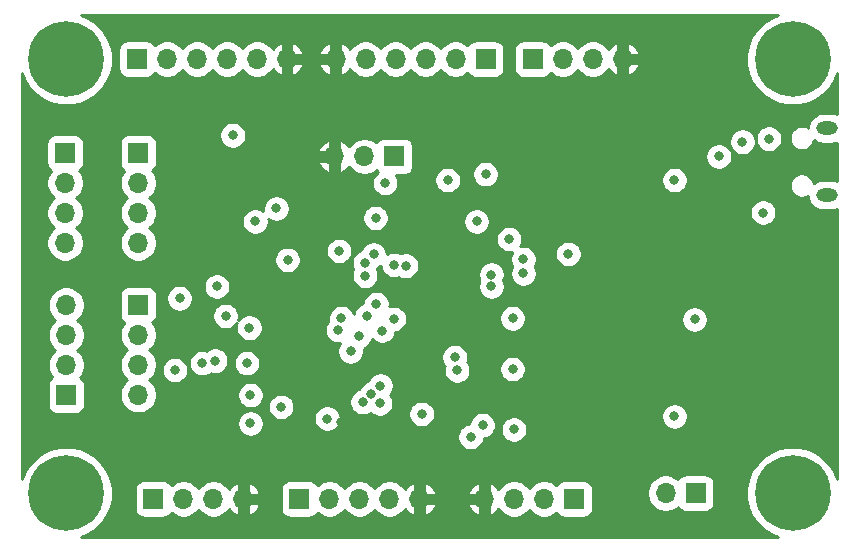
<source format=gbr>
%TF.GenerationSoftware,KiCad,Pcbnew,(5.1.7)-1*%
%TF.CreationDate,2020-11-01T11:20:17+05:30*%
%TF.ProjectId,stm 32 trial board5,73746d20-3332-4207-9472-69616c20626f,rev?*%
%TF.SameCoordinates,Original*%
%TF.FileFunction,Copper,L3,Inr*%
%TF.FilePolarity,Positive*%
%FSLAX46Y46*%
G04 Gerber Fmt 4.6, Leading zero omitted, Abs format (unit mm)*
G04 Created by KiCad (PCBNEW (5.1.7)-1) date 2020-11-01 11:20:17*
%MOMM*%
%LPD*%
G01*
G04 APERTURE LIST*
%TA.AperFunction,ComponentPad*%
%ADD10C,6.400000*%
%TD*%
%TA.AperFunction,ComponentPad*%
%ADD11C,0.800000*%
%TD*%
%TA.AperFunction,ComponentPad*%
%ADD12R,1.700000X1.700000*%
%TD*%
%TA.AperFunction,ComponentPad*%
%ADD13O,1.700000X1.700000*%
%TD*%
%TA.AperFunction,ComponentPad*%
%ADD14O,1.820000X1.120000*%
%TD*%
%TA.AperFunction,ViaPad*%
%ADD15C,0.800000*%
%TD*%
%TA.AperFunction,Conductor*%
%ADD16C,0.254000*%
%TD*%
%TA.AperFunction,Conductor*%
%ADD17C,0.100000*%
%TD*%
G04 APERTURE END LIST*
D10*
%TO.N,GND*%
%TO.C,H1*%
X36000000Y-71250000D03*
D11*
X38400000Y-71250000D03*
X37697056Y-72947056D03*
X36000000Y-73650000D03*
X34302944Y-72947056D03*
X33600000Y-71250000D03*
X34302944Y-69552944D03*
X36000000Y-68850000D03*
X37697056Y-69552944D03*
%TD*%
%TO.N,GND*%
%TO.C,H2*%
X37697056Y-106302944D03*
X36000000Y-105600000D03*
X34302944Y-106302944D03*
X33600000Y-108000000D03*
X34302944Y-109697056D03*
X36000000Y-110400000D03*
X37697056Y-109697056D03*
X38400000Y-108000000D03*
D10*
X36000000Y-108000000D03*
%TD*%
%TO.N,GND*%
%TO.C,H3*%
X97500000Y-71250000D03*
D11*
X99900000Y-71250000D03*
X99197056Y-72947056D03*
X97500000Y-73650000D03*
X95802944Y-72947056D03*
X95100000Y-71250000D03*
X95802944Y-69552944D03*
X97500000Y-68850000D03*
X99197056Y-69552944D03*
%TD*%
%TO.N,GND*%
%TO.C,H4*%
X99197056Y-106302944D03*
X97500000Y-105600000D03*
X95802944Y-106302944D03*
X95100000Y-108000000D03*
X95802944Y-109697056D03*
X97500000Y-110400000D03*
X99197056Y-109697056D03*
X99900000Y-108000000D03*
D10*
X97500000Y-108000000D03*
%TD*%
D12*
%TO.N,GND*%
%TO.C,J2*%
X89290000Y-108000000D03*
D13*
%TO.N,Vin*%
X86750000Y-108000000D03*
%TD*%
D12*
%TO.N,I2C3_CLK*%
%TO.C,J6*%
X75500000Y-71250000D03*
D13*
%TO.N,I2C3_SDA*%
X78040000Y-71250000D03*
%TO.N,GND*%
X80580000Y-71250000D03*
%TO.N,+3V3*%
X83120000Y-71250000D03*
%TD*%
D12*
%TO.N,GND*%
%TO.C,J7*%
X43380000Y-108500000D03*
D13*
%TO.N,USART3_TX*%
X45920000Y-108500000D03*
%TO.N,USART3_RX*%
X48460000Y-108500000D03*
%TO.N,+3V3*%
X51000000Y-108500000D03*
%TD*%
%TO.N,+3V3*%
%TO.C,J8*%
X71380000Y-108500000D03*
%TO.N,CAN_TX*%
X73920000Y-108500000D03*
%TO.N,CAN_RX*%
X76460000Y-108500000D03*
D12*
%TO.N,GND*%
X79000000Y-108500000D03*
%TD*%
%TO.N,GND*%
%TO.C,J10*%
X55750000Y-108500000D03*
D13*
%TO.N,SPI2_SCK*%
X58290000Y-108500000D03*
%TO.N,SPI2_MISO*%
X60830000Y-108500000D03*
%TO.N,SPI2_MOSI*%
X63370000Y-108500000D03*
%TO.N,+3V3*%
X65910000Y-108500000D03*
%TD*%
D12*
%TO.N,GND*%
%TO.C,J11*%
X71500000Y-71250000D03*
D13*
%TO.N,rest*%
X68960000Y-71250000D03*
%TO.N,SYS_JTMS-SWDIO*%
X66420000Y-71250000D03*
%TO.N,SYS_JTMS-SWCLK*%
X63880000Y-71250000D03*
%TO.N,SYS_JTMS-TRACESWO*%
X61340000Y-71250000D03*
%TO.N,+3V3*%
X58800000Y-71250000D03*
%TD*%
%TO.N,+3V3*%
%TO.C,J12*%
X54700000Y-71250000D03*
%TO.N,I2S3_CK*%
X52160000Y-71250000D03*
%TO.N,I2S3_ext_SD*%
X49620000Y-71250000D03*
%TO.N,I2S3_SD*%
X47080000Y-71250000D03*
%TO.N,I2S3_WS*%
X44540000Y-71250000D03*
D12*
%TO.N,GND*%
X42000000Y-71250000D03*
%TD*%
%TO.N,GND*%
%TO.C,J13*%
X63790000Y-79500000D03*
D13*
%TO.N,Net-(J13-Pad2)*%
X61250000Y-79500000D03*
%TO.N,+3V3*%
X58710000Y-79500000D03*
%TD*%
D14*
%TO.N,GND*%
%TO.C,J9*%
X100425000Y-82775000D03*
X100425000Y-77125000D03*
%TD*%
D12*
%TO.N,pa0*%
%TO.C,J1*%
X36000000Y-99700000D03*
D13*
%TO.N,pa1*%
X36000000Y-97160000D03*
%TO.N,pa2*%
X36000000Y-94620000D03*
%TO.N,pa3*%
X36000000Y-92080000D03*
%TD*%
%TO.N,pa15*%
%TO.C,J3*%
X42100000Y-99680000D03*
%TO.N,pa7*%
X42100000Y-97140000D03*
%TO.N,pa6*%
X42100000Y-94600000D03*
D12*
%TO.N,pa5*%
X42100000Y-92060000D03*
%TD*%
%TO.N,pb0*%
%TO.C,J4*%
X35900000Y-79200000D03*
D13*
%TO.N,pb1*%
X35900000Y-81740000D03*
%TO.N,pb2*%
X35900000Y-84280000D03*
%TO.N,pb4*%
X35900000Y-86820000D03*
%TD*%
%TO.N,pb12*%
%TO.C,J5*%
X42100000Y-86820000D03*
%TO.N,pb8*%
X42100000Y-84280000D03*
%TO.N,pb6*%
X42100000Y-81740000D03*
D12*
%TO.N,pb5*%
X42100000Y-79200000D03*
%TD*%
D15*
%TO.N,GND*%
X95000000Y-84250000D03*
X87500000Y-101500000D03*
X87500000Y-81500000D03*
X95500000Y-78000000D03*
X48750000Y-90500000D03*
X49500000Y-93000000D03*
X54750000Y-88250000D03*
X52000000Y-85000000D03*
X51300000Y-97000000D03*
X51500000Y-94000000D03*
X70750000Y-85000000D03*
X78500000Y-87750000D03*
X59031698Y-94206392D03*
X58100000Y-101700000D03*
X66100000Y-101300000D03*
X53800000Y-83900000D03*
X59100000Y-87500000D03*
X73800000Y-97500000D03*
X73800000Y-93200000D03*
X73900000Y-102600000D03*
X89200000Y-93300000D03*
%TO.N,+3V3*%
X76750000Y-85250000D03*
X76750000Y-83250000D03*
X75250000Y-82500000D03*
X67750000Y-85750000D03*
X73750000Y-85000000D03*
X75500000Y-86500000D03*
X73750000Y-83500000D03*
X56500000Y-84000000D03*
X69000000Y-85250000D03*
X67800000Y-101550000D03*
X90000000Y-104500000D03*
X99000000Y-96750000D03*
X95750000Y-94250000D03*
X87500000Y-79750000D03*
X77750000Y-74500000D03*
X69250000Y-75000000D03*
X51750000Y-95500000D03*
X59250000Y-102000000D03*
X59400000Y-82000000D03*
%TO.N,pa5*%
X54200000Y-100700000D03*
X60800000Y-94700000D03*
%TO.N,pa3*%
X48600000Y-96800000D03*
X51600000Y-102100000D03*
%TO.N,pa6*%
X47500000Y-97000001D03*
X61100000Y-100300000D03*
%TO.N,pa7*%
X45200000Y-97590001D03*
X61843468Y-99631227D03*
%TO.N,pa15*%
X64750000Y-88750000D03*
X51600000Y-99700000D03*
%TO.N,pb0*%
X68300000Y-81500000D03*
X62600000Y-98900000D03*
%TO.N,pb1*%
X62550001Y-100399890D03*
%TO.N,pb8*%
X61300000Y-88500000D03*
%TO.N,pb6*%
X62025000Y-87792892D03*
%TO.N,pb5*%
X62200000Y-84700000D03*
%TO.N,pb4*%
X63751724Y-88691278D03*
%TO.N,pb2*%
X59300000Y-93200000D03*
X45600000Y-91500000D03*
%TO.N,pb12*%
X61300000Y-89600000D03*
%TO.N,I2C3_CLK*%
X71500000Y-81000000D03*
X73500000Y-86500000D03*
%TO.N,CAN_TX*%
X61487347Y-92987347D03*
X62750000Y-94250000D03*
X69100000Y-97600000D03*
X70250000Y-103250000D03*
%TO.N,CAN_RX*%
X62250000Y-92000000D03*
X63750000Y-93250000D03*
X68900000Y-96500000D03*
X71250000Y-102250000D03*
%TO.N,DP*%
X72000000Y-89500000D03*
X74700000Y-88200000D03*
%TO.N,DM*%
X72000000Y-90500000D03*
X74700000Y-89400000D03*
X91250000Y-79500000D03*
X93250000Y-78250000D03*
%TO.N,rest*%
X50100000Y-77700000D03*
%TO.N,SYS_JTMS-TRACESWO*%
X63000000Y-81750000D03*
%TO.N,I2S3_WS*%
X60075000Y-96000000D03*
%TD*%
D16*
%TO.N,+3V3*%
X95639868Y-67769938D02*
X94996683Y-68199700D01*
X94449700Y-68746683D01*
X94019938Y-69389868D01*
X93723912Y-70104536D01*
X93573000Y-70863224D01*
X93573000Y-71636776D01*
X93723912Y-72395464D01*
X94019938Y-73110132D01*
X94449700Y-73753317D01*
X94996683Y-74300300D01*
X95639868Y-74730062D01*
X96354536Y-75026088D01*
X97113224Y-75177000D01*
X97886776Y-75177000D01*
X98645464Y-75026088D01*
X99360132Y-74730062D01*
X100003317Y-74300300D01*
X100550300Y-73753317D01*
X100980062Y-73110132D01*
X101248000Y-72463274D01*
X101248000Y-75923572D01*
X101027296Y-75856622D01*
X100838224Y-75838000D01*
X100011776Y-75838000D01*
X99822704Y-75856622D01*
X99580103Y-75930214D01*
X99356522Y-76049721D01*
X99160550Y-76210550D01*
X98999721Y-76406522D01*
X98880214Y-76630103D01*
X98806622Y-76872704D01*
X98788385Y-77057871D01*
X98761467Y-77039885D01*
X98574565Y-76962467D01*
X98376151Y-76923000D01*
X98173849Y-76923000D01*
X97975435Y-76962467D01*
X97788533Y-77039885D01*
X97620326Y-77152277D01*
X97477277Y-77295326D01*
X97364885Y-77463533D01*
X97287467Y-77650435D01*
X97248000Y-77848849D01*
X97248000Y-78051151D01*
X97287467Y-78249565D01*
X97364885Y-78436467D01*
X97477277Y-78604674D01*
X97620326Y-78747723D01*
X97788533Y-78860115D01*
X97975435Y-78937533D01*
X98173849Y-78977000D01*
X98376151Y-78977000D01*
X98574565Y-78937533D01*
X98761467Y-78860115D01*
X98929674Y-78747723D01*
X99072723Y-78604674D01*
X99185115Y-78436467D01*
X99262533Y-78249565D01*
X99284151Y-78140886D01*
X99356522Y-78200279D01*
X99580103Y-78319786D01*
X99822704Y-78393378D01*
X100011776Y-78412000D01*
X100838224Y-78412000D01*
X101027296Y-78393378D01*
X101248000Y-78326428D01*
X101248000Y-81573572D01*
X101027296Y-81506622D01*
X100838224Y-81488000D01*
X100011776Y-81488000D01*
X99822704Y-81506622D01*
X99580103Y-81580214D01*
X99356522Y-81699721D01*
X99284151Y-81759114D01*
X99262533Y-81650435D01*
X99185115Y-81463533D01*
X99072723Y-81295326D01*
X98929674Y-81152277D01*
X98761467Y-81039885D01*
X98574565Y-80962467D01*
X98376151Y-80923000D01*
X98173849Y-80923000D01*
X97975435Y-80962467D01*
X97788533Y-81039885D01*
X97620326Y-81152277D01*
X97477277Y-81295326D01*
X97364885Y-81463533D01*
X97287467Y-81650435D01*
X97248000Y-81848849D01*
X97248000Y-82051151D01*
X97287467Y-82249565D01*
X97364885Y-82436467D01*
X97477277Y-82604674D01*
X97620326Y-82747723D01*
X97788533Y-82860115D01*
X97975435Y-82937533D01*
X98173849Y-82977000D01*
X98376151Y-82977000D01*
X98574565Y-82937533D01*
X98761467Y-82860115D01*
X98788385Y-82842129D01*
X98806622Y-83027296D01*
X98880214Y-83269897D01*
X98999721Y-83493478D01*
X99160550Y-83689450D01*
X99356522Y-83850279D01*
X99580103Y-83969786D01*
X99822704Y-84043378D01*
X100011776Y-84062000D01*
X100838224Y-84062000D01*
X101027296Y-84043378D01*
X101248000Y-83976428D01*
X101248001Y-106786728D01*
X100980062Y-106139868D01*
X100550300Y-105496683D01*
X100003317Y-104949700D01*
X99360132Y-104519938D01*
X98645464Y-104223912D01*
X97886776Y-104073000D01*
X97113224Y-104073000D01*
X96354536Y-104223912D01*
X95639868Y-104519938D01*
X94996683Y-104949700D01*
X94449700Y-105496683D01*
X94019938Y-106139868D01*
X93723912Y-106854536D01*
X93573000Y-107613224D01*
X93573000Y-108386776D01*
X93723912Y-109145464D01*
X94019938Y-109860132D01*
X94449700Y-110503317D01*
X94996683Y-111050300D01*
X95639868Y-111480062D01*
X96286726Y-111748000D01*
X37213274Y-111748000D01*
X37860132Y-111480062D01*
X38503317Y-111050300D01*
X39050300Y-110503317D01*
X39480062Y-109860132D01*
X39776088Y-109145464D01*
X39927000Y-108386776D01*
X39927000Y-107650000D01*
X41799483Y-107650000D01*
X41799483Y-109350000D01*
X41813520Y-109492517D01*
X41855090Y-109629557D01*
X41922597Y-109755853D01*
X42013446Y-109866554D01*
X42124147Y-109957403D01*
X42250443Y-110024910D01*
X42387483Y-110066480D01*
X42530000Y-110080517D01*
X44230000Y-110080517D01*
X44372517Y-110066480D01*
X44509557Y-110024910D01*
X44635853Y-109957403D01*
X44746554Y-109866554D01*
X44837403Y-109755853D01*
X44875104Y-109685319D01*
X44914721Y-109724936D01*
X45173011Y-109897519D01*
X45460006Y-110016396D01*
X45764679Y-110077000D01*
X46075321Y-110077000D01*
X46379994Y-110016396D01*
X46666989Y-109897519D01*
X46925279Y-109724936D01*
X47144936Y-109505279D01*
X47190000Y-109437836D01*
X47235064Y-109505279D01*
X47454721Y-109724936D01*
X47713011Y-109897519D01*
X48000006Y-110016396D01*
X48304679Y-110077000D01*
X48615321Y-110077000D01*
X48919994Y-110016396D01*
X49206989Y-109897519D01*
X49465279Y-109724936D01*
X49684936Y-109505279D01*
X49786059Y-109353937D01*
X49969301Y-109569078D01*
X50197672Y-109749615D01*
X50406735Y-109861345D01*
X50627000Y-109772718D01*
X50627000Y-108873000D01*
X51373000Y-108873000D01*
X51373000Y-109772718D01*
X51593265Y-109861345D01*
X51802328Y-109749615D01*
X52030699Y-109569078D01*
X52219461Y-109347457D01*
X52361360Y-109093268D01*
X52278657Y-108873000D01*
X51373000Y-108873000D01*
X50627000Y-108873000D01*
X50607000Y-108873000D01*
X50607000Y-108127000D01*
X50627000Y-108127000D01*
X50627000Y-107227282D01*
X51373000Y-107227282D01*
X51373000Y-108127000D01*
X52278657Y-108127000D01*
X52361360Y-107906732D01*
X52219461Y-107652543D01*
X52217296Y-107650000D01*
X54169483Y-107650000D01*
X54169483Y-109350000D01*
X54183520Y-109492517D01*
X54225090Y-109629557D01*
X54292597Y-109755853D01*
X54383446Y-109866554D01*
X54494147Y-109957403D01*
X54620443Y-110024910D01*
X54757483Y-110066480D01*
X54900000Y-110080517D01*
X56600000Y-110080517D01*
X56742517Y-110066480D01*
X56879557Y-110024910D01*
X57005853Y-109957403D01*
X57116554Y-109866554D01*
X57207403Y-109755853D01*
X57245104Y-109685319D01*
X57284721Y-109724936D01*
X57543011Y-109897519D01*
X57830006Y-110016396D01*
X58134679Y-110077000D01*
X58445321Y-110077000D01*
X58749994Y-110016396D01*
X59036989Y-109897519D01*
X59295279Y-109724936D01*
X59514936Y-109505279D01*
X59560000Y-109437836D01*
X59605064Y-109505279D01*
X59824721Y-109724936D01*
X60083011Y-109897519D01*
X60370006Y-110016396D01*
X60674679Y-110077000D01*
X60985321Y-110077000D01*
X61289994Y-110016396D01*
X61576989Y-109897519D01*
X61835279Y-109724936D01*
X62054936Y-109505279D01*
X62100000Y-109437836D01*
X62145064Y-109505279D01*
X62364721Y-109724936D01*
X62623011Y-109897519D01*
X62910006Y-110016396D01*
X63214679Y-110077000D01*
X63525321Y-110077000D01*
X63829994Y-110016396D01*
X64116989Y-109897519D01*
X64375279Y-109724936D01*
X64594936Y-109505279D01*
X64696059Y-109353937D01*
X64879301Y-109569078D01*
X65107672Y-109749615D01*
X65316735Y-109861345D01*
X65537000Y-109772718D01*
X65537000Y-108873000D01*
X66283000Y-108873000D01*
X66283000Y-109772718D01*
X66503265Y-109861345D01*
X66712328Y-109749615D01*
X66940699Y-109569078D01*
X67129461Y-109347457D01*
X67271360Y-109093268D01*
X70018640Y-109093268D01*
X70160539Y-109347457D01*
X70349301Y-109569078D01*
X70577672Y-109749615D01*
X70786735Y-109861345D01*
X71007000Y-109772718D01*
X71007000Y-108873000D01*
X70101343Y-108873000D01*
X70018640Y-109093268D01*
X67271360Y-109093268D01*
X67188657Y-108873000D01*
X66283000Y-108873000D01*
X65537000Y-108873000D01*
X65517000Y-108873000D01*
X65517000Y-108127000D01*
X65537000Y-108127000D01*
X65537000Y-107227282D01*
X66283000Y-107227282D01*
X66283000Y-108127000D01*
X67188657Y-108127000D01*
X67271360Y-107906732D01*
X70018640Y-107906732D01*
X70101343Y-108127000D01*
X71007000Y-108127000D01*
X71007000Y-107227282D01*
X71753000Y-107227282D01*
X71753000Y-108127000D01*
X71773000Y-108127000D01*
X71773000Y-108873000D01*
X71753000Y-108873000D01*
X71753000Y-109772718D01*
X71973265Y-109861345D01*
X72182328Y-109749615D01*
X72410699Y-109569078D01*
X72593941Y-109353937D01*
X72695064Y-109505279D01*
X72914721Y-109724936D01*
X73173011Y-109897519D01*
X73460006Y-110016396D01*
X73764679Y-110077000D01*
X74075321Y-110077000D01*
X74379994Y-110016396D01*
X74666989Y-109897519D01*
X74925279Y-109724936D01*
X75144936Y-109505279D01*
X75190000Y-109437836D01*
X75235064Y-109505279D01*
X75454721Y-109724936D01*
X75713011Y-109897519D01*
X76000006Y-110016396D01*
X76304679Y-110077000D01*
X76615321Y-110077000D01*
X76919994Y-110016396D01*
X77206989Y-109897519D01*
X77465279Y-109724936D01*
X77504896Y-109685319D01*
X77542597Y-109755853D01*
X77633446Y-109866554D01*
X77744147Y-109957403D01*
X77870443Y-110024910D01*
X78007483Y-110066480D01*
X78150000Y-110080517D01*
X79850000Y-110080517D01*
X79992517Y-110066480D01*
X80129557Y-110024910D01*
X80255853Y-109957403D01*
X80366554Y-109866554D01*
X80457403Y-109755853D01*
X80524910Y-109629557D01*
X80566480Y-109492517D01*
X80580517Y-109350000D01*
X80580517Y-107844679D01*
X85173000Y-107844679D01*
X85173000Y-108155321D01*
X85233604Y-108459994D01*
X85352481Y-108746989D01*
X85525064Y-109005279D01*
X85744721Y-109224936D01*
X86003011Y-109397519D01*
X86290006Y-109516396D01*
X86594679Y-109577000D01*
X86905321Y-109577000D01*
X87209994Y-109516396D01*
X87496989Y-109397519D01*
X87755279Y-109224936D01*
X87794896Y-109185319D01*
X87832597Y-109255853D01*
X87923446Y-109366554D01*
X88034147Y-109457403D01*
X88160443Y-109524910D01*
X88297483Y-109566480D01*
X88440000Y-109580517D01*
X90140000Y-109580517D01*
X90282517Y-109566480D01*
X90419557Y-109524910D01*
X90545853Y-109457403D01*
X90656554Y-109366554D01*
X90747403Y-109255853D01*
X90814910Y-109129557D01*
X90856480Y-108992517D01*
X90870517Y-108850000D01*
X90870517Y-107150000D01*
X90856480Y-107007483D01*
X90814910Y-106870443D01*
X90747403Y-106744147D01*
X90656554Y-106633446D01*
X90545853Y-106542597D01*
X90419557Y-106475090D01*
X90282517Y-106433520D01*
X90140000Y-106419483D01*
X88440000Y-106419483D01*
X88297483Y-106433520D01*
X88160443Y-106475090D01*
X88034147Y-106542597D01*
X87923446Y-106633446D01*
X87832597Y-106744147D01*
X87794896Y-106814681D01*
X87755279Y-106775064D01*
X87496989Y-106602481D01*
X87209994Y-106483604D01*
X86905321Y-106423000D01*
X86594679Y-106423000D01*
X86290006Y-106483604D01*
X86003011Y-106602481D01*
X85744721Y-106775064D01*
X85525064Y-106994721D01*
X85352481Y-107253011D01*
X85233604Y-107540006D01*
X85173000Y-107844679D01*
X80580517Y-107844679D01*
X80580517Y-107650000D01*
X80566480Y-107507483D01*
X80524910Y-107370443D01*
X80457403Y-107244147D01*
X80366554Y-107133446D01*
X80255853Y-107042597D01*
X80129557Y-106975090D01*
X79992517Y-106933520D01*
X79850000Y-106919483D01*
X78150000Y-106919483D01*
X78007483Y-106933520D01*
X77870443Y-106975090D01*
X77744147Y-107042597D01*
X77633446Y-107133446D01*
X77542597Y-107244147D01*
X77504896Y-107314681D01*
X77465279Y-107275064D01*
X77206989Y-107102481D01*
X76919994Y-106983604D01*
X76615321Y-106923000D01*
X76304679Y-106923000D01*
X76000006Y-106983604D01*
X75713011Y-107102481D01*
X75454721Y-107275064D01*
X75235064Y-107494721D01*
X75190000Y-107562164D01*
X75144936Y-107494721D01*
X74925279Y-107275064D01*
X74666989Y-107102481D01*
X74379994Y-106983604D01*
X74075321Y-106923000D01*
X73764679Y-106923000D01*
X73460006Y-106983604D01*
X73173011Y-107102481D01*
X72914721Y-107275064D01*
X72695064Y-107494721D01*
X72593941Y-107646063D01*
X72410699Y-107430922D01*
X72182328Y-107250385D01*
X71973265Y-107138655D01*
X71753000Y-107227282D01*
X71007000Y-107227282D01*
X70786735Y-107138655D01*
X70577672Y-107250385D01*
X70349301Y-107430922D01*
X70160539Y-107652543D01*
X70018640Y-107906732D01*
X67271360Y-107906732D01*
X67129461Y-107652543D01*
X66940699Y-107430922D01*
X66712328Y-107250385D01*
X66503265Y-107138655D01*
X66283000Y-107227282D01*
X65537000Y-107227282D01*
X65316735Y-107138655D01*
X65107672Y-107250385D01*
X64879301Y-107430922D01*
X64696059Y-107646063D01*
X64594936Y-107494721D01*
X64375279Y-107275064D01*
X64116989Y-107102481D01*
X63829994Y-106983604D01*
X63525321Y-106923000D01*
X63214679Y-106923000D01*
X62910006Y-106983604D01*
X62623011Y-107102481D01*
X62364721Y-107275064D01*
X62145064Y-107494721D01*
X62100000Y-107562164D01*
X62054936Y-107494721D01*
X61835279Y-107275064D01*
X61576989Y-107102481D01*
X61289994Y-106983604D01*
X60985321Y-106923000D01*
X60674679Y-106923000D01*
X60370006Y-106983604D01*
X60083011Y-107102481D01*
X59824721Y-107275064D01*
X59605064Y-107494721D01*
X59560000Y-107562164D01*
X59514936Y-107494721D01*
X59295279Y-107275064D01*
X59036989Y-107102481D01*
X58749994Y-106983604D01*
X58445321Y-106923000D01*
X58134679Y-106923000D01*
X57830006Y-106983604D01*
X57543011Y-107102481D01*
X57284721Y-107275064D01*
X57245104Y-107314681D01*
X57207403Y-107244147D01*
X57116554Y-107133446D01*
X57005853Y-107042597D01*
X56879557Y-106975090D01*
X56742517Y-106933520D01*
X56600000Y-106919483D01*
X54900000Y-106919483D01*
X54757483Y-106933520D01*
X54620443Y-106975090D01*
X54494147Y-107042597D01*
X54383446Y-107133446D01*
X54292597Y-107244147D01*
X54225090Y-107370443D01*
X54183520Y-107507483D01*
X54169483Y-107650000D01*
X52217296Y-107650000D01*
X52030699Y-107430922D01*
X51802328Y-107250385D01*
X51593265Y-107138655D01*
X51373000Y-107227282D01*
X50627000Y-107227282D01*
X50406735Y-107138655D01*
X50197672Y-107250385D01*
X49969301Y-107430922D01*
X49786059Y-107646063D01*
X49684936Y-107494721D01*
X49465279Y-107275064D01*
X49206989Y-107102481D01*
X48919994Y-106983604D01*
X48615321Y-106923000D01*
X48304679Y-106923000D01*
X48000006Y-106983604D01*
X47713011Y-107102481D01*
X47454721Y-107275064D01*
X47235064Y-107494721D01*
X47190000Y-107562164D01*
X47144936Y-107494721D01*
X46925279Y-107275064D01*
X46666989Y-107102481D01*
X46379994Y-106983604D01*
X46075321Y-106923000D01*
X45764679Y-106923000D01*
X45460006Y-106983604D01*
X45173011Y-107102481D01*
X44914721Y-107275064D01*
X44875104Y-107314681D01*
X44837403Y-107244147D01*
X44746554Y-107133446D01*
X44635853Y-107042597D01*
X44509557Y-106975090D01*
X44372517Y-106933520D01*
X44230000Y-106919483D01*
X42530000Y-106919483D01*
X42387483Y-106933520D01*
X42250443Y-106975090D01*
X42124147Y-107042597D01*
X42013446Y-107133446D01*
X41922597Y-107244147D01*
X41855090Y-107370443D01*
X41813520Y-107507483D01*
X41799483Y-107650000D01*
X39927000Y-107650000D01*
X39927000Y-107613224D01*
X39776088Y-106854536D01*
X39480062Y-106139868D01*
X39050300Y-105496683D01*
X38503317Y-104949700D01*
X37860132Y-104519938D01*
X37145464Y-104223912D01*
X36386776Y-104073000D01*
X35613224Y-104073000D01*
X34854536Y-104223912D01*
X34139868Y-104519938D01*
X33496683Y-104949700D01*
X32949700Y-105496683D01*
X32519938Y-106139868D01*
X32252000Y-106786726D01*
X32252000Y-101989000D01*
X50473000Y-101989000D01*
X50473000Y-102211000D01*
X50516310Y-102428734D01*
X50601266Y-102633835D01*
X50724602Y-102818421D01*
X50881579Y-102975398D01*
X51066165Y-103098734D01*
X51271266Y-103183690D01*
X51489000Y-103227000D01*
X51711000Y-103227000D01*
X51928734Y-103183690D01*
X52036624Y-103139000D01*
X69123000Y-103139000D01*
X69123000Y-103361000D01*
X69166310Y-103578734D01*
X69251266Y-103783835D01*
X69374602Y-103968421D01*
X69531579Y-104125398D01*
X69716165Y-104248734D01*
X69921266Y-104333690D01*
X70139000Y-104377000D01*
X70361000Y-104377000D01*
X70578734Y-104333690D01*
X70783835Y-104248734D01*
X70968421Y-104125398D01*
X71125398Y-103968421D01*
X71248734Y-103783835D01*
X71333690Y-103578734D01*
X71374345Y-103374345D01*
X71578734Y-103333690D01*
X71783835Y-103248734D01*
X71968421Y-103125398D01*
X72125398Y-102968421D01*
X72248734Y-102783835D01*
X72333690Y-102578734D01*
X72351539Y-102489000D01*
X72773000Y-102489000D01*
X72773000Y-102711000D01*
X72816310Y-102928734D01*
X72901266Y-103133835D01*
X73024602Y-103318421D01*
X73181579Y-103475398D01*
X73366165Y-103598734D01*
X73571266Y-103683690D01*
X73789000Y-103727000D01*
X74011000Y-103727000D01*
X74228734Y-103683690D01*
X74433835Y-103598734D01*
X74618421Y-103475398D01*
X74775398Y-103318421D01*
X74898734Y-103133835D01*
X74983690Y-102928734D01*
X75027000Y-102711000D01*
X75027000Y-102489000D01*
X74983690Y-102271266D01*
X74898734Y-102066165D01*
X74775398Y-101881579D01*
X74618421Y-101724602D01*
X74433835Y-101601266D01*
X74228734Y-101516310D01*
X74011000Y-101473000D01*
X73789000Y-101473000D01*
X73571266Y-101516310D01*
X73366165Y-101601266D01*
X73181579Y-101724602D01*
X73024602Y-101881579D01*
X72901266Y-102066165D01*
X72816310Y-102271266D01*
X72773000Y-102489000D01*
X72351539Y-102489000D01*
X72377000Y-102361000D01*
X72377000Y-102139000D01*
X72333690Y-101921266D01*
X72248734Y-101716165D01*
X72125398Y-101531579D01*
X71982819Y-101389000D01*
X86373000Y-101389000D01*
X86373000Y-101611000D01*
X86416310Y-101828734D01*
X86501266Y-102033835D01*
X86624602Y-102218421D01*
X86781579Y-102375398D01*
X86966165Y-102498734D01*
X87171266Y-102583690D01*
X87389000Y-102627000D01*
X87611000Y-102627000D01*
X87828734Y-102583690D01*
X88033835Y-102498734D01*
X88218421Y-102375398D01*
X88375398Y-102218421D01*
X88498734Y-102033835D01*
X88583690Y-101828734D01*
X88627000Y-101611000D01*
X88627000Y-101389000D01*
X88583690Y-101171266D01*
X88498734Y-100966165D01*
X88375398Y-100781579D01*
X88218421Y-100624602D01*
X88033835Y-100501266D01*
X87828734Y-100416310D01*
X87611000Y-100373000D01*
X87389000Y-100373000D01*
X87171266Y-100416310D01*
X86966165Y-100501266D01*
X86781579Y-100624602D01*
X86624602Y-100781579D01*
X86501266Y-100966165D01*
X86416310Y-101171266D01*
X86373000Y-101389000D01*
X71982819Y-101389000D01*
X71968421Y-101374602D01*
X71783835Y-101251266D01*
X71578734Y-101166310D01*
X71361000Y-101123000D01*
X71139000Y-101123000D01*
X70921266Y-101166310D01*
X70716165Y-101251266D01*
X70531579Y-101374602D01*
X70374602Y-101531579D01*
X70251266Y-101716165D01*
X70166310Y-101921266D01*
X70125655Y-102125655D01*
X69921266Y-102166310D01*
X69716165Y-102251266D01*
X69531579Y-102374602D01*
X69374602Y-102531579D01*
X69251266Y-102716165D01*
X69166310Y-102921266D01*
X69123000Y-103139000D01*
X52036624Y-103139000D01*
X52133835Y-103098734D01*
X52318421Y-102975398D01*
X52475398Y-102818421D01*
X52598734Y-102633835D01*
X52683690Y-102428734D01*
X52727000Y-102211000D01*
X52727000Y-101989000D01*
X52683690Y-101771266D01*
X52598734Y-101566165D01*
X52475398Y-101381579D01*
X52318421Y-101224602D01*
X52133835Y-101101266D01*
X51928734Y-101016310D01*
X51711000Y-100973000D01*
X51489000Y-100973000D01*
X51271266Y-101016310D01*
X51066165Y-101101266D01*
X50881579Y-101224602D01*
X50724602Y-101381579D01*
X50601266Y-101566165D01*
X50516310Y-101771266D01*
X50473000Y-101989000D01*
X32252000Y-101989000D01*
X32252000Y-98850000D01*
X34419483Y-98850000D01*
X34419483Y-100550000D01*
X34433520Y-100692517D01*
X34475090Y-100829557D01*
X34542597Y-100955853D01*
X34633446Y-101066554D01*
X34744147Y-101157403D01*
X34870443Y-101224910D01*
X35007483Y-101266480D01*
X35150000Y-101280517D01*
X36850000Y-101280517D01*
X36992517Y-101266480D01*
X37129557Y-101224910D01*
X37255853Y-101157403D01*
X37366554Y-101066554D01*
X37457403Y-100955853D01*
X37524910Y-100829557D01*
X37566480Y-100692517D01*
X37580517Y-100550000D01*
X37580517Y-98850000D01*
X37566480Y-98707483D01*
X37524910Y-98570443D01*
X37457403Y-98444147D01*
X37366554Y-98333446D01*
X37255853Y-98242597D01*
X37185319Y-98204896D01*
X37224936Y-98165279D01*
X37397519Y-97906989D01*
X37516396Y-97619994D01*
X37577000Y-97315321D01*
X37577000Y-97004679D01*
X37516396Y-96700006D01*
X37397519Y-96413011D01*
X37224936Y-96154721D01*
X37005279Y-95935064D01*
X36937836Y-95890000D01*
X37005279Y-95844936D01*
X37224936Y-95625279D01*
X37397519Y-95366989D01*
X37516396Y-95079994D01*
X37577000Y-94775321D01*
X37577000Y-94464679D01*
X37516396Y-94160006D01*
X37397519Y-93873011D01*
X37224936Y-93614721D01*
X37005279Y-93395064D01*
X36937836Y-93350000D01*
X37005279Y-93304936D01*
X37224936Y-93085279D01*
X37397519Y-92826989D01*
X37516396Y-92539994D01*
X37577000Y-92235321D01*
X37577000Y-91924679D01*
X37516396Y-91620006D01*
X37397519Y-91333011D01*
X37315327Y-91210000D01*
X40519483Y-91210000D01*
X40519483Y-92910000D01*
X40533520Y-93052517D01*
X40575090Y-93189557D01*
X40642597Y-93315853D01*
X40733446Y-93426554D01*
X40844147Y-93517403D01*
X40914681Y-93555104D01*
X40875064Y-93594721D01*
X40702481Y-93853011D01*
X40583604Y-94140006D01*
X40523000Y-94444679D01*
X40523000Y-94755321D01*
X40583604Y-95059994D01*
X40702481Y-95346989D01*
X40875064Y-95605279D01*
X41094721Y-95824936D01*
X41162164Y-95870000D01*
X41094721Y-95915064D01*
X40875064Y-96134721D01*
X40702481Y-96393011D01*
X40583604Y-96680006D01*
X40523000Y-96984679D01*
X40523000Y-97295321D01*
X40583604Y-97599994D01*
X40702481Y-97886989D01*
X40875064Y-98145279D01*
X41094721Y-98364936D01*
X41162164Y-98410000D01*
X41094721Y-98455064D01*
X40875064Y-98674721D01*
X40702481Y-98933011D01*
X40583604Y-99220006D01*
X40523000Y-99524679D01*
X40523000Y-99835321D01*
X40583604Y-100139994D01*
X40702481Y-100426989D01*
X40875064Y-100685279D01*
X41094721Y-100904936D01*
X41353011Y-101077519D01*
X41640006Y-101196396D01*
X41944679Y-101257000D01*
X42255321Y-101257000D01*
X42559994Y-101196396D01*
X42846989Y-101077519D01*
X43105279Y-100904936D01*
X43324936Y-100685279D01*
X43497519Y-100426989D01*
X43616396Y-100139994D01*
X43677000Y-99835321D01*
X43677000Y-99589000D01*
X50473000Y-99589000D01*
X50473000Y-99811000D01*
X50516310Y-100028734D01*
X50601266Y-100233835D01*
X50724602Y-100418421D01*
X50881579Y-100575398D01*
X51066165Y-100698734D01*
X51271266Y-100783690D01*
X51489000Y-100827000D01*
X51711000Y-100827000D01*
X51928734Y-100783690D01*
X52133835Y-100698734D01*
X52298064Y-100589000D01*
X53073000Y-100589000D01*
X53073000Y-100811000D01*
X53116310Y-101028734D01*
X53201266Y-101233835D01*
X53324602Y-101418421D01*
X53481579Y-101575398D01*
X53666165Y-101698734D01*
X53871266Y-101783690D01*
X54089000Y-101827000D01*
X54311000Y-101827000D01*
X54528734Y-101783690D01*
X54733835Y-101698734D01*
X54898064Y-101589000D01*
X56973000Y-101589000D01*
X56973000Y-101811000D01*
X57016310Y-102028734D01*
X57101266Y-102233835D01*
X57224602Y-102418421D01*
X57381579Y-102575398D01*
X57566165Y-102698734D01*
X57771266Y-102783690D01*
X57989000Y-102827000D01*
X58211000Y-102827000D01*
X58428734Y-102783690D01*
X58633835Y-102698734D01*
X58818421Y-102575398D01*
X58975398Y-102418421D01*
X59098734Y-102233835D01*
X59183690Y-102028734D01*
X59227000Y-101811000D01*
X59227000Y-101589000D01*
X59183690Y-101371266D01*
X59098734Y-101166165D01*
X58975398Y-100981579D01*
X58818421Y-100824602D01*
X58633835Y-100701266D01*
X58428734Y-100616310D01*
X58211000Y-100573000D01*
X57989000Y-100573000D01*
X57771266Y-100616310D01*
X57566165Y-100701266D01*
X57381579Y-100824602D01*
X57224602Y-100981579D01*
X57101266Y-101166165D01*
X57016310Y-101371266D01*
X56973000Y-101589000D01*
X54898064Y-101589000D01*
X54918421Y-101575398D01*
X55075398Y-101418421D01*
X55198734Y-101233835D01*
X55283690Y-101028734D01*
X55327000Y-100811000D01*
X55327000Y-100589000D01*
X55283690Y-100371266D01*
X55208193Y-100189000D01*
X59973000Y-100189000D01*
X59973000Y-100411000D01*
X60016310Y-100628734D01*
X60101266Y-100833835D01*
X60224602Y-101018421D01*
X60381579Y-101175398D01*
X60566165Y-101298734D01*
X60771266Y-101383690D01*
X60989000Y-101427000D01*
X61211000Y-101427000D01*
X61428734Y-101383690D01*
X61633835Y-101298734D01*
X61766429Y-101210137D01*
X61831580Y-101275288D01*
X62016166Y-101398624D01*
X62221267Y-101483580D01*
X62439001Y-101526890D01*
X62661001Y-101526890D01*
X62878735Y-101483580D01*
X63083836Y-101398624D01*
X63268422Y-101275288D01*
X63354710Y-101189000D01*
X64973000Y-101189000D01*
X64973000Y-101411000D01*
X65016310Y-101628734D01*
X65101266Y-101833835D01*
X65224602Y-102018421D01*
X65381579Y-102175398D01*
X65566165Y-102298734D01*
X65771266Y-102383690D01*
X65989000Y-102427000D01*
X66211000Y-102427000D01*
X66428734Y-102383690D01*
X66633835Y-102298734D01*
X66818421Y-102175398D01*
X66975398Y-102018421D01*
X67098734Y-101833835D01*
X67183690Y-101628734D01*
X67227000Y-101411000D01*
X67227000Y-101189000D01*
X67183690Y-100971266D01*
X67098734Y-100766165D01*
X66975398Y-100581579D01*
X66818421Y-100424602D01*
X66633835Y-100301266D01*
X66428734Y-100216310D01*
X66211000Y-100173000D01*
X65989000Y-100173000D01*
X65771266Y-100216310D01*
X65566165Y-100301266D01*
X65381579Y-100424602D01*
X65224602Y-100581579D01*
X65101266Y-100766165D01*
X65016310Y-100971266D01*
X64973000Y-101189000D01*
X63354710Y-101189000D01*
X63425399Y-101118311D01*
X63548735Y-100933725D01*
X63633691Y-100728624D01*
X63677001Y-100510890D01*
X63677001Y-100288890D01*
X63633691Y-100071156D01*
X63548735Y-99866055D01*
X63425399Y-99681469D01*
X63418875Y-99674945D01*
X63475398Y-99618421D01*
X63598734Y-99433835D01*
X63683690Y-99228734D01*
X63727000Y-99011000D01*
X63727000Y-98789000D01*
X63683690Y-98571266D01*
X63598734Y-98366165D01*
X63475398Y-98181579D01*
X63318421Y-98024602D01*
X63133835Y-97901266D01*
X62928734Y-97816310D01*
X62711000Y-97773000D01*
X62489000Y-97773000D01*
X62271266Y-97816310D01*
X62066165Y-97901266D01*
X61881579Y-98024602D01*
X61724602Y-98181579D01*
X61601266Y-98366165D01*
X61527163Y-98545065D01*
X61514734Y-98547537D01*
X61309633Y-98632493D01*
X61125047Y-98755829D01*
X60968070Y-98912806D01*
X60844734Y-99097392D01*
X60797650Y-99211062D01*
X60771266Y-99216310D01*
X60566165Y-99301266D01*
X60381579Y-99424602D01*
X60224602Y-99581579D01*
X60101266Y-99766165D01*
X60016310Y-99971266D01*
X59973000Y-100189000D01*
X55208193Y-100189000D01*
X55198734Y-100166165D01*
X55075398Y-99981579D01*
X54918421Y-99824602D01*
X54733835Y-99701266D01*
X54528734Y-99616310D01*
X54311000Y-99573000D01*
X54089000Y-99573000D01*
X53871266Y-99616310D01*
X53666165Y-99701266D01*
X53481579Y-99824602D01*
X53324602Y-99981579D01*
X53201266Y-100166165D01*
X53116310Y-100371266D01*
X53073000Y-100589000D01*
X52298064Y-100589000D01*
X52318421Y-100575398D01*
X52475398Y-100418421D01*
X52598734Y-100233835D01*
X52683690Y-100028734D01*
X52727000Y-99811000D01*
X52727000Y-99589000D01*
X52683690Y-99371266D01*
X52598734Y-99166165D01*
X52475398Y-98981579D01*
X52318421Y-98824602D01*
X52133835Y-98701266D01*
X51928734Y-98616310D01*
X51711000Y-98573000D01*
X51489000Y-98573000D01*
X51271266Y-98616310D01*
X51066165Y-98701266D01*
X50881579Y-98824602D01*
X50724602Y-98981579D01*
X50601266Y-99166165D01*
X50516310Y-99371266D01*
X50473000Y-99589000D01*
X43677000Y-99589000D01*
X43677000Y-99524679D01*
X43616396Y-99220006D01*
X43497519Y-98933011D01*
X43324936Y-98674721D01*
X43105279Y-98455064D01*
X43037836Y-98410000D01*
X43105279Y-98364936D01*
X43324936Y-98145279D01*
X43497519Y-97886989D01*
X43616396Y-97599994D01*
X43640463Y-97479001D01*
X44073000Y-97479001D01*
X44073000Y-97701001D01*
X44116310Y-97918735D01*
X44201266Y-98123836D01*
X44324602Y-98308422D01*
X44481579Y-98465399D01*
X44666165Y-98588735D01*
X44871266Y-98673691D01*
X45089000Y-98717001D01*
X45311000Y-98717001D01*
X45528734Y-98673691D01*
X45733835Y-98588735D01*
X45918421Y-98465399D01*
X46075398Y-98308422D01*
X46198734Y-98123836D01*
X46283690Y-97918735D01*
X46327000Y-97701001D01*
X46327000Y-97479001D01*
X46283690Y-97261267D01*
X46198734Y-97056166D01*
X46087039Y-96889001D01*
X46373000Y-96889001D01*
X46373000Y-97111001D01*
X46416310Y-97328735D01*
X46501266Y-97533836D01*
X46624602Y-97718422D01*
X46781579Y-97875399D01*
X46966165Y-97998735D01*
X47171266Y-98083691D01*
X47389000Y-98127001D01*
X47611000Y-98127001D01*
X47828734Y-98083691D01*
X48033835Y-97998735D01*
X48218421Y-97875399D01*
X48228036Y-97865784D01*
X48271266Y-97883690D01*
X48489000Y-97927000D01*
X48711000Y-97927000D01*
X48928734Y-97883690D01*
X49133835Y-97798734D01*
X49318421Y-97675398D01*
X49475398Y-97518421D01*
X49598734Y-97333835D01*
X49683690Y-97128734D01*
X49727000Y-96911000D01*
X49727000Y-96889000D01*
X50173000Y-96889000D01*
X50173000Y-97111000D01*
X50216310Y-97328734D01*
X50301266Y-97533835D01*
X50424602Y-97718421D01*
X50581579Y-97875398D01*
X50766165Y-97998734D01*
X50971266Y-98083690D01*
X51189000Y-98127000D01*
X51411000Y-98127000D01*
X51628734Y-98083690D01*
X51833835Y-97998734D01*
X52018421Y-97875398D01*
X52175398Y-97718421D01*
X52298734Y-97533835D01*
X52383690Y-97328734D01*
X52427000Y-97111000D01*
X52427000Y-96889000D01*
X52383690Y-96671266D01*
X52298734Y-96466165D01*
X52175398Y-96281579D01*
X52018421Y-96124602D01*
X51833835Y-96001266D01*
X51628734Y-95916310D01*
X51411000Y-95873000D01*
X51189000Y-95873000D01*
X50971266Y-95916310D01*
X50766165Y-96001266D01*
X50581579Y-96124602D01*
X50424602Y-96281579D01*
X50301266Y-96466165D01*
X50216310Y-96671266D01*
X50173000Y-96889000D01*
X49727000Y-96889000D01*
X49727000Y-96689000D01*
X49683690Y-96471266D01*
X49598734Y-96266165D01*
X49475398Y-96081579D01*
X49318421Y-95924602D01*
X49133835Y-95801266D01*
X48928734Y-95716310D01*
X48711000Y-95673000D01*
X48489000Y-95673000D01*
X48271266Y-95716310D01*
X48066165Y-95801266D01*
X47881579Y-95924602D01*
X47871964Y-95934217D01*
X47828734Y-95916311D01*
X47611000Y-95873001D01*
X47389000Y-95873001D01*
X47171266Y-95916311D01*
X46966165Y-96001267D01*
X46781579Y-96124603D01*
X46624602Y-96281580D01*
X46501266Y-96466166D01*
X46416310Y-96671267D01*
X46373000Y-96889001D01*
X46087039Y-96889001D01*
X46075398Y-96871580D01*
X45918421Y-96714603D01*
X45733835Y-96591267D01*
X45528734Y-96506311D01*
X45311000Y-96463001D01*
X45089000Y-96463001D01*
X44871266Y-96506311D01*
X44666165Y-96591267D01*
X44481579Y-96714603D01*
X44324602Y-96871580D01*
X44201266Y-97056166D01*
X44116310Y-97261267D01*
X44073000Y-97479001D01*
X43640463Y-97479001D01*
X43677000Y-97295321D01*
X43677000Y-96984679D01*
X43616396Y-96680006D01*
X43497519Y-96393011D01*
X43324936Y-96134721D01*
X43105279Y-95915064D01*
X43037836Y-95870000D01*
X43105279Y-95824936D01*
X43324936Y-95605279D01*
X43497519Y-95346989D01*
X43616396Y-95059994D01*
X43677000Y-94755321D01*
X43677000Y-94444679D01*
X43616396Y-94140006D01*
X43497519Y-93853011D01*
X43324936Y-93594721D01*
X43285319Y-93555104D01*
X43355853Y-93517403D01*
X43466554Y-93426554D01*
X43557403Y-93315853D01*
X43624910Y-93189557D01*
X43666480Y-93052517D01*
X43680517Y-92910000D01*
X43680517Y-92889000D01*
X48373000Y-92889000D01*
X48373000Y-93111000D01*
X48416310Y-93328734D01*
X48501266Y-93533835D01*
X48624602Y-93718421D01*
X48781579Y-93875398D01*
X48966165Y-93998734D01*
X49171266Y-94083690D01*
X49389000Y-94127000D01*
X49611000Y-94127000D01*
X49828734Y-94083690D01*
X50033835Y-93998734D01*
X50218421Y-93875398D01*
X50375398Y-93718421D01*
X50431648Y-93634236D01*
X50416310Y-93671266D01*
X50373000Y-93889000D01*
X50373000Y-94111000D01*
X50416310Y-94328734D01*
X50501266Y-94533835D01*
X50624602Y-94718421D01*
X50781579Y-94875398D01*
X50966165Y-94998734D01*
X51171266Y-95083690D01*
X51389000Y-95127000D01*
X51611000Y-95127000D01*
X51828734Y-95083690D01*
X52033835Y-94998734D01*
X52218421Y-94875398D01*
X52375398Y-94718421D01*
X52498734Y-94533835D01*
X52583690Y-94328734D01*
X52627000Y-94111000D01*
X52627000Y-94095392D01*
X57904698Y-94095392D01*
X57904698Y-94317392D01*
X57948008Y-94535126D01*
X58032964Y-94740227D01*
X58156300Y-94924813D01*
X58313277Y-95081790D01*
X58497863Y-95205126D01*
X58702964Y-95290082D01*
X58920698Y-95333392D01*
X59142698Y-95333392D01*
X59168397Y-95328280D01*
X59076266Y-95466165D01*
X58991310Y-95671266D01*
X58948000Y-95889000D01*
X58948000Y-96111000D01*
X58991310Y-96328734D01*
X59076266Y-96533835D01*
X59199602Y-96718421D01*
X59356579Y-96875398D01*
X59541165Y-96998734D01*
X59746266Y-97083690D01*
X59964000Y-97127000D01*
X60186000Y-97127000D01*
X60403734Y-97083690D01*
X60608835Y-96998734D01*
X60793421Y-96875398D01*
X60950398Y-96718421D01*
X61073734Y-96533835D01*
X61133726Y-96389000D01*
X67773000Y-96389000D01*
X67773000Y-96611000D01*
X67816310Y-96828734D01*
X67901266Y-97033835D01*
X68024602Y-97218421D01*
X68034217Y-97228036D01*
X68016310Y-97271266D01*
X67973000Y-97489000D01*
X67973000Y-97711000D01*
X68016310Y-97928734D01*
X68101266Y-98133835D01*
X68224602Y-98318421D01*
X68381579Y-98475398D01*
X68566165Y-98598734D01*
X68771266Y-98683690D01*
X68989000Y-98727000D01*
X69211000Y-98727000D01*
X69428734Y-98683690D01*
X69633835Y-98598734D01*
X69818421Y-98475398D01*
X69975398Y-98318421D01*
X70098734Y-98133835D01*
X70183690Y-97928734D01*
X70227000Y-97711000D01*
X70227000Y-97489000D01*
X70207109Y-97389000D01*
X72673000Y-97389000D01*
X72673000Y-97611000D01*
X72716310Y-97828734D01*
X72801266Y-98033835D01*
X72924602Y-98218421D01*
X73081579Y-98375398D01*
X73266165Y-98498734D01*
X73471266Y-98583690D01*
X73689000Y-98627000D01*
X73911000Y-98627000D01*
X74128734Y-98583690D01*
X74333835Y-98498734D01*
X74518421Y-98375398D01*
X74675398Y-98218421D01*
X74798734Y-98033835D01*
X74883690Y-97828734D01*
X74927000Y-97611000D01*
X74927000Y-97389000D01*
X74883690Y-97171266D01*
X74798734Y-96966165D01*
X74675398Y-96781579D01*
X74518421Y-96624602D01*
X74333835Y-96501266D01*
X74128734Y-96416310D01*
X73911000Y-96373000D01*
X73689000Y-96373000D01*
X73471266Y-96416310D01*
X73266165Y-96501266D01*
X73081579Y-96624602D01*
X72924602Y-96781579D01*
X72801266Y-96966165D01*
X72716310Y-97171266D01*
X72673000Y-97389000D01*
X70207109Y-97389000D01*
X70183690Y-97271266D01*
X70098734Y-97066165D01*
X69975398Y-96881579D01*
X69965783Y-96871964D01*
X69983690Y-96828734D01*
X70027000Y-96611000D01*
X70027000Y-96389000D01*
X69983690Y-96171266D01*
X69898734Y-95966165D01*
X69775398Y-95781579D01*
X69618421Y-95624602D01*
X69433835Y-95501266D01*
X69228734Y-95416310D01*
X69011000Y-95373000D01*
X68789000Y-95373000D01*
X68571266Y-95416310D01*
X68366165Y-95501266D01*
X68181579Y-95624602D01*
X68024602Y-95781579D01*
X67901266Y-95966165D01*
X67816310Y-96171266D01*
X67773000Y-96389000D01*
X61133726Y-96389000D01*
X61158690Y-96328734D01*
X61202000Y-96111000D01*
X61202000Y-95889000D01*
X61177070Y-95763668D01*
X61333835Y-95698734D01*
X61518421Y-95575398D01*
X61675398Y-95418421D01*
X61798734Y-95233835D01*
X61883690Y-95028734D01*
X61892189Y-94986008D01*
X62031579Y-95125398D01*
X62216165Y-95248734D01*
X62421266Y-95333690D01*
X62639000Y-95377000D01*
X62861000Y-95377000D01*
X63078734Y-95333690D01*
X63283835Y-95248734D01*
X63468421Y-95125398D01*
X63625398Y-94968421D01*
X63748734Y-94783835D01*
X63833690Y-94578734D01*
X63874345Y-94374345D01*
X64078734Y-94333690D01*
X64283835Y-94248734D01*
X64468421Y-94125398D01*
X64625398Y-93968421D01*
X64748734Y-93783835D01*
X64833690Y-93578734D01*
X64877000Y-93361000D01*
X64877000Y-93139000D01*
X64867055Y-93089000D01*
X72673000Y-93089000D01*
X72673000Y-93311000D01*
X72716310Y-93528734D01*
X72801266Y-93733835D01*
X72924602Y-93918421D01*
X73081579Y-94075398D01*
X73266165Y-94198734D01*
X73471266Y-94283690D01*
X73689000Y-94327000D01*
X73911000Y-94327000D01*
X74128734Y-94283690D01*
X74333835Y-94198734D01*
X74518421Y-94075398D01*
X74675398Y-93918421D01*
X74798734Y-93733835D01*
X74883690Y-93528734D01*
X74927000Y-93311000D01*
X74927000Y-93189000D01*
X88073000Y-93189000D01*
X88073000Y-93411000D01*
X88116310Y-93628734D01*
X88201266Y-93833835D01*
X88324602Y-94018421D01*
X88481579Y-94175398D01*
X88666165Y-94298734D01*
X88871266Y-94383690D01*
X89089000Y-94427000D01*
X89311000Y-94427000D01*
X89528734Y-94383690D01*
X89733835Y-94298734D01*
X89918421Y-94175398D01*
X90075398Y-94018421D01*
X90198734Y-93833835D01*
X90283690Y-93628734D01*
X90327000Y-93411000D01*
X90327000Y-93189000D01*
X90283690Y-92971266D01*
X90198734Y-92766165D01*
X90075398Y-92581579D01*
X89918421Y-92424602D01*
X89733835Y-92301266D01*
X89528734Y-92216310D01*
X89311000Y-92173000D01*
X89089000Y-92173000D01*
X88871266Y-92216310D01*
X88666165Y-92301266D01*
X88481579Y-92424602D01*
X88324602Y-92581579D01*
X88201266Y-92766165D01*
X88116310Y-92971266D01*
X88073000Y-93189000D01*
X74927000Y-93189000D01*
X74927000Y-93089000D01*
X74883690Y-92871266D01*
X74798734Y-92666165D01*
X74675398Y-92481579D01*
X74518421Y-92324602D01*
X74333835Y-92201266D01*
X74128734Y-92116310D01*
X73911000Y-92073000D01*
X73689000Y-92073000D01*
X73471266Y-92116310D01*
X73266165Y-92201266D01*
X73081579Y-92324602D01*
X72924602Y-92481579D01*
X72801266Y-92666165D01*
X72716310Y-92871266D01*
X72673000Y-93089000D01*
X64867055Y-93089000D01*
X64833690Y-92921266D01*
X64748734Y-92716165D01*
X64625398Y-92531579D01*
X64468421Y-92374602D01*
X64283835Y-92251266D01*
X64078734Y-92166310D01*
X63861000Y-92123000D01*
X63639000Y-92123000D01*
X63421266Y-92166310D01*
X63361036Y-92191258D01*
X63377000Y-92111000D01*
X63377000Y-91889000D01*
X63333690Y-91671266D01*
X63248734Y-91466165D01*
X63125398Y-91281579D01*
X62968421Y-91124602D01*
X62783835Y-91001266D01*
X62578734Y-90916310D01*
X62361000Y-90873000D01*
X62139000Y-90873000D01*
X61921266Y-90916310D01*
X61716165Y-91001266D01*
X61531579Y-91124602D01*
X61374602Y-91281579D01*
X61251266Y-91466165D01*
X61166310Y-91671266D01*
X61123000Y-91889000D01*
X61123000Y-91918408D01*
X60953512Y-91988613D01*
X60768926Y-92111949D01*
X60611949Y-92268926D01*
X60488613Y-92453512D01*
X60403657Y-92658613D01*
X60368603Y-92834842D01*
X60298734Y-92666165D01*
X60175398Y-92481579D01*
X60018421Y-92324602D01*
X59833835Y-92201266D01*
X59628734Y-92116310D01*
X59411000Y-92073000D01*
X59189000Y-92073000D01*
X58971266Y-92116310D01*
X58766165Y-92201266D01*
X58581579Y-92324602D01*
X58424602Y-92481579D01*
X58301266Y-92666165D01*
X58216310Y-92871266D01*
X58173000Y-93089000D01*
X58173000Y-93311000D01*
X58199591Y-93444680D01*
X58156300Y-93487971D01*
X58032964Y-93672557D01*
X57948008Y-93877658D01*
X57904698Y-94095392D01*
X52627000Y-94095392D01*
X52627000Y-93889000D01*
X52583690Y-93671266D01*
X52498734Y-93466165D01*
X52375398Y-93281579D01*
X52218421Y-93124602D01*
X52033835Y-93001266D01*
X51828734Y-92916310D01*
X51611000Y-92873000D01*
X51389000Y-92873000D01*
X51171266Y-92916310D01*
X50966165Y-93001266D01*
X50781579Y-93124602D01*
X50624602Y-93281579D01*
X50568352Y-93365764D01*
X50583690Y-93328734D01*
X50627000Y-93111000D01*
X50627000Y-92889000D01*
X50583690Y-92671266D01*
X50498734Y-92466165D01*
X50375398Y-92281579D01*
X50218421Y-92124602D01*
X50033835Y-92001266D01*
X49828734Y-91916310D01*
X49611000Y-91873000D01*
X49389000Y-91873000D01*
X49171266Y-91916310D01*
X48966165Y-92001266D01*
X48781579Y-92124602D01*
X48624602Y-92281579D01*
X48501266Y-92466165D01*
X48416310Y-92671266D01*
X48373000Y-92889000D01*
X43680517Y-92889000D01*
X43680517Y-91389000D01*
X44473000Y-91389000D01*
X44473000Y-91611000D01*
X44516310Y-91828734D01*
X44601266Y-92033835D01*
X44724602Y-92218421D01*
X44881579Y-92375398D01*
X45066165Y-92498734D01*
X45271266Y-92583690D01*
X45489000Y-92627000D01*
X45711000Y-92627000D01*
X45928734Y-92583690D01*
X46133835Y-92498734D01*
X46318421Y-92375398D01*
X46475398Y-92218421D01*
X46598734Y-92033835D01*
X46683690Y-91828734D01*
X46727000Y-91611000D01*
X46727000Y-91389000D01*
X46683690Y-91171266D01*
X46598734Y-90966165D01*
X46475398Y-90781579D01*
X46318421Y-90624602D01*
X46133835Y-90501266D01*
X45928734Y-90416310D01*
X45791438Y-90389000D01*
X47623000Y-90389000D01*
X47623000Y-90611000D01*
X47666310Y-90828734D01*
X47751266Y-91033835D01*
X47874602Y-91218421D01*
X48031579Y-91375398D01*
X48216165Y-91498734D01*
X48421266Y-91583690D01*
X48639000Y-91627000D01*
X48861000Y-91627000D01*
X49078734Y-91583690D01*
X49283835Y-91498734D01*
X49468421Y-91375398D01*
X49625398Y-91218421D01*
X49748734Y-91033835D01*
X49833690Y-90828734D01*
X49877000Y-90611000D01*
X49877000Y-90389000D01*
X49833690Y-90171266D01*
X49748734Y-89966165D01*
X49625398Y-89781579D01*
X49468421Y-89624602D01*
X49283835Y-89501266D01*
X49078734Y-89416310D01*
X48861000Y-89373000D01*
X48639000Y-89373000D01*
X48421266Y-89416310D01*
X48216165Y-89501266D01*
X48031579Y-89624602D01*
X47874602Y-89781579D01*
X47751266Y-89966165D01*
X47666310Y-90171266D01*
X47623000Y-90389000D01*
X45791438Y-90389000D01*
X45711000Y-90373000D01*
X45489000Y-90373000D01*
X45271266Y-90416310D01*
X45066165Y-90501266D01*
X44881579Y-90624602D01*
X44724602Y-90781579D01*
X44601266Y-90966165D01*
X44516310Y-91171266D01*
X44473000Y-91389000D01*
X43680517Y-91389000D01*
X43680517Y-91210000D01*
X43666480Y-91067483D01*
X43624910Y-90930443D01*
X43557403Y-90804147D01*
X43466554Y-90693446D01*
X43355853Y-90602597D01*
X43229557Y-90535090D01*
X43092517Y-90493520D01*
X42950000Y-90479483D01*
X41250000Y-90479483D01*
X41107483Y-90493520D01*
X40970443Y-90535090D01*
X40844147Y-90602597D01*
X40733446Y-90693446D01*
X40642597Y-90804147D01*
X40575090Y-90930443D01*
X40533520Y-91067483D01*
X40519483Y-91210000D01*
X37315327Y-91210000D01*
X37224936Y-91074721D01*
X37005279Y-90855064D01*
X36746989Y-90682481D01*
X36459994Y-90563604D01*
X36155321Y-90503000D01*
X35844679Y-90503000D01*
X35540006Y-90563604D01*
X35253011Y-90682481D01*
X34994721Y-90855064D01*
X34775064Y-91074721D01*
X34602481Y-91333011D01*
X34483604Y-91620006D01*
X34423000Y-91924679D01*
X34423000Y-92235321D01*
X34483604Y-92539994D01*
X34602481Y-92826989D01*
X34775064Y-93085279D01*
X34994721Y-93304936D01*
X35062164Y-93350000D01*
X34994721Y-93395064D01*
X34775064Y-93614721D01*
X34602481Y-93873011D01*
X34483604Y-94160006D01*
X34423000Y-94464679D01*
X34423000Y-94775321D01*
X34483604Y-95079994D01*
X34602481Y-95366989D01*
X34775064Y-95625279D01*
X34994721Y-95844936D01*
X35062164Y-95890000D01*
X34994721Y-95935064D01*
X34775064Y-96154721D01*
X34602481Y-96413011D01*
X34483604Y-96700006D01*
X34423000Y-97004679D01*
X34423000Y-97315321D01*
X34483604Y-97619994D01*
X34602481Y-97906989D01*
X34775064Y-98165279D01*
X34814681Y-98204896D01*
X34744147Y-98242597D01*
X34633446Y-98333446D01*
X34542597Y-98444147D01*
X34475090Y-98570443D01*
X34433520Y-98707483D01*
X34419483Y-98850000D01*
X32252000Y-98850000D01*
X32252000Y-78350000D01*
X34319483Y-78350000D01*
X34319483Y-80050000D01*
X34333520Y-80192517D01*
X34375090Y-80329557D01*
X34442597Y-80455853D01*
X34533446Y-80566554D01*
X34644147Y-80657403D01*
X34714681Y-80695104D01*
X34675064Y-80734721D01*
X34502481Y-80993011D01*
X34383604Y-81280006D01*
X34323000Y-81584679D01*
X34323000Y-81895321D01*
X34383604Y-82199994D01*
X34502481Y-82486989D01*
X34675064Y-82745279D01*
X34894721Y-82964936D01*
X34962164Y-83010000D01*
X34894721Y-83055064D01*
X34675064Y-83274721D01*
X34502481Y-83533011D01*
X34383604Y-83820006D01*
X34323000Y-84124679D01*
X34323000Y-84435321D01*
X34383604Y-84739994D01*
X34502481Y-85026989D01*
X34675064Y-85285279D01*
X34894721Y-85504936D01*
X34962164Y-85550000D01*
X34894721Y-85595064D01*
X34675064Y-85814721D01*
X34502481Y-86073011D01*
X34383604Y-86360006D01*
X34323000Y-86664679D01*
X34323000Y-86975321D01*
X34383604Y-87279994D01*
X34502481Y-87566989D01*
X34675064Y-87825279D01*
X34894721Y-88044936D01*
X35153011Y-88217519D01*
X35440006Y-88336396D01*
X35744679Y-88397000D01*
X36055321Y-88397000D01*
X36359994Y-88336396D01*
X36646989Y-88217519D01*
X36905279Y-88044936D01*
X37124936Y-87825279D01*
X37297519Y-87566989D01*
X37416396Y-87279994D01*
X37477000Y-86975321D01*
X37477000Y-86664679D01*
X37416396Y-86360006D01*
X37297519Y-86073011D01*
X37124936Y-85814721D01*
X36905279Y-85595064D01*
X36837836Y-85550000D01*
X36905279Y-85504936D01*
X37124936Y-85285279D01*
X37297519Y-85026989D01*
X37416396Y-84739994D01*
X37477000Y-84435321D01*
X37477000Y-84124679D01*
X37416396Y-83820006D01*
X37297519Y-83533011D01*
X37124936Y-83274721D01*
X36905279Y-83055064D01*
X36837836Y-83010000D01*
X36905279Y-82964936D01*
X37124936Y-82745279D01*
X37297519Y-82486989D01*
X37416396Y-82199994D01*
X37477000Y-81895321D01*
X37477000Y-81584679D01*
X37416396Y-81280006D01*
X37297519Y-80993011D01*
X37124936Y-80734721D01*
X37085319Y-80695104D01*
X37155853Y-80657403D01*
X37266554Y-80566554D01*
X37357403Y-80455853D01*
X37424910Y-80329557D01*
X37466480Y-80192517D01*
X37480517Y-80050000D01*
X37480517Y-78350000D01*
X40519483Y-78350000D01*
X40519483Y-80050000D01*
X40533520Y-80192517D01*
X40575090Y-80329557D01*
X40642597Y-80455853D01*
X40733446Y-80566554D01*
X40844147Y-80657403D01*
X40914681Y-80695104D01*
X40875064Y-80734721D01*
X40702481Y-80993011D01*
X40583604Y-81280006D01*
X40523000Y-81584679D01*
X40523000Y-81895321D01*
X40583604Y-82199994D01*
X40702481Y-82486989D01*
X40875064Y-82745279D01*
X41094721Y-82964936D01*
X41162164Y-83010000D01*
X41094721Y-83055064D01*
X40875064Y-83274721D01*
X40702481Y-83533011D01*
X40583604Y-83820006D01*
X40523000Y-84124679D01*
X40523000Y-84435321D01*
X40583604Y-84739994D01*
X40702481Y-85026989D01*
X40875064Y-85285279D01*
X41094721Y-85504936D01*
X41162164Y-85550000D01*
X41094721Y-85595064D01*
X40875064Y-85814721D01*
X40702481Y-86073011D01*
X40583604Y-86360006D01*
X40523000Y-86664679D01*
X40523000Y-86975321D01*
X40583604Y-87279994D01*
X40702481Y-87566989D01*
X40875064Y-87825279D01*
X41094721Y-88044936D01*
X41353011Y-88217519D01*
X41640006Y-88336396D01*
X41944679Y-88397000D01*
X42255321Y-88397000D01*
X42559994Y-88336396D01*
X42846989Y-88217519D01*
X42964501Y-88139000D01*
X53623000Y-88139000D01*
X53623000Y-88361000D01*
X53666310Y-88578734D01*
X53751266Y-88783835D01*
X53874602Y-88968421D01*
X54031579Y-89125398D01*
X54216165Y-89248734D01*
X54421266Y-89333690D01*
X54639000Y-89377000D01*
X54861000Y-89377000D01*
X55078734Y-89333690D01*
X55283835Y-89248734D01*
X55468421Y-89125398D01*
X55625398Y-88968421D01*
X55748734Y-88783835D01*
X55833690Y-88578734D01*
X55877000Y-88361000D01*
X55877000Y-88139000D01*
X55833690Y-87921266D01*
X55748734Y-87716165D01*
X55625398Y-87531579D01*
X55482819Y-87389000D01*
X57973000Y-87389000D01*
X57973000Y-87611000D01*
X58016310Y-87828734D01*
X58101266Y-88033835D01*
X58224602Y-88218421D01*
X58381579Y-88375398D01*
X58566165Y-88498734D01*
X58771266Y-88583690D01*
X58989000Y-88627000D01*
X59211000Y-88627000D01*
X59428734Y-88583690D01*
X59633835Y-88498734D01*
X59798064Y-88389000D01*
X60173000Y-88389000D01*
X60173000Y-88611000D01*
X60216310Y-88828734D01*
X60301266Y-89033835D01*
X60312067Y-89050000D01*
X60301266Y-89066165D01*
X60216310Y-89271266D01*
X60173000Y-89489000D01*
X60173000Y-89711000D01*
X60216310Y-89928734D01*
X60301266Y-90133835D01*
X60424602Y-90318421D01*
X60581579Y-90475398D01*
X60766165Y-90598734D01*
X60971266Y-90683690D01*
X61189000Y-90727000D01*
X61411000Y-90727000D01*
X61628734Y-90683690D01*
X61833835Y-90598734D01*
X62018421Y-90475398D01*
X62175398Y-90318421D01*
X62298734Y-90133835D01*
X62383690Y-89928734D01*
X62427000Y-89711000D01*
X62427000Y-89489000D01*
X62383690Y-89271266D01*
X62298734Y-89066165D01*
X62287933Y-89050000D01*
X62298734Y-89033835D01*
X62365970Y-88871514D01*
X62558835Y-88791626D01*
X62624724Y-88747601D01*
X62624724Y-88802278D01*
X62668034Y-89020012D01*
X62752990Y-89225113D01*
X62876326Y-89409699D01*
X63033303Y-89566676D01*
X63217889Y-89690012D01*
X63422990Y-89774968D01*
X63640724Y-89818278D01*
X63862724Y-89818278D01*
X64080458Y-89774968D01*
X64188469Y-89730228D01*
X64216165Y-89748734D01*
X64421266Y-89833690D01*
X64639000Y-89877000D01*
X64861000Y-89877000D01*
X65078734Y-89833690D01*
X65283835Y-89748734D01*
X65468421Y-89625398D01*
X65625398Y-89468421D01*
X65678465Y-89389000D01*
X70873000Y-89389000D01*
X70873000Y-89611000D01*
X70916310Y-89828734D01*
X70987251Y-90000000D01*
X70916310Y-90171266D01*
X70873000Y-90389000D01*
X70873000Y-90611000D01*
X70916310Y-90828734D01*
X71001266Y-91033835D01*
X71124602Y-91218421D01*
X71281579Y-91375398D01*
X71466165Y-91498734D01*
X71671266Y-91583690D01*
X71889000Y-91627000D01*
X72111000Y-91627000D01*
X72328734Y-91583690D01*
X72533835Y-91498734D01*
X72718421Y-91375398D01*
X72875398Y-91218421D01*
X72998734Y-91033835D01*
X73083690Y-90828734D01*
X73127000Y-90611000D01*
X73127000Y-90389000D01*
X73083690Y-90171266D01*
X73012749Y-90000000D01*
X73083690Y-89828734D01*
X73127000Y-89611000D01*
X73127000Y-89389000D01*
X73083690Y-89171266D01*
X72998734Y-88966165D01*
X72875398Y-88781579D01*
X72718421Y-88624602D01*
X72533835Y-88501266D01*
X72328734Y-88416310D01*
X72111000Y-88373000D01*
X71889000Y-88373000D01*
X71671266Y-88416310D01*
X71466165Y-88501266D01*
X71281579Y-88624602D01*
X71124602Y-88781579D01*
X71001266Y-88966165D01*
X70916310Y-89171266D01*
X70873000Y-89389000D01*
X65678465Y-89389000D01*
X65748734Y-89283835D01*
X65833690Y-89078734D01*
X65877000Y-88861000D01*
X65877000Y-88639000D01*
X65833690Y-88421266D01*
X65748734Y-88216165D01*
X65625398Y-88031579D01*
X65468421Y-87874602D01*
X65283835Y-87751266D01*
X65078734Y-87666310D01*
X64861000Y-87623000D01*
X64639000Y-87623000D01*
X64421266Y-87666310D01*
X64313255Y-87711050D01*
X64285559Y-87692544D01*
X64080458Y-87607588D01*
X63862724Y-87564278D01*
X63640724Y-87564278D01*
X63422990Y-87607588D01*
X63217889Y-87692544D01*
X63152000Y-87736569D01*
X63152000Y-87681892D01*
X63108690Y-87464158D01*
X63023734Y-87259057D01*
X62900398Y-87074471D01*
X62743421Y-86917494D01*
X62558835Y-86794158D01*
X62353734Y-86709202D01*
X62136000Y-86665892D01*
X61914000Y-86665892D01*
X61696266Y-86709202D01*
X61491165Y-86794158D01*
X61306579Y-86917494D01*
X61149602Y-87074471D01*
X61026266Y-87259057D01*
X60959030Y-87421378D01*
X60766165Y-87501266D01*
X60581579Y-87624602D01*
X60424602Y-87781579D01*
X60301266Y-87966165D01*
X60216310Y-88171266D01*
X60173000Y-88389000D01*
X59798064Y-88389000D01*
X59818421Y-88375398D01*
X59975398Y-88218421D01*
X60098734Y-88033835D01*
X60183690Y-87828734D01*
X60227000Y-87611000D01*
X60227000Y-87389000D01*
X60183690Y-87171266D01*
X60098734Y-86966165D01*
X59975398Y-86781579D01*
X59818421Y-86624602D01*
X59633835Y-86501266D01*
X59428734Y-86416310D01*
X59291438Y-86389000D01*
X72373000Y-86389000D01*
X72373000Y-86611000D01*
X72416310Y-86828734D01*
X72501266Y-87033835D01*
X72624602Y-87218421D01*
X72781579Y-87375398D01*
X72966165Y-87498734D01*
X73171266Y-87583690D01*
X73389000Y-87627000D01*
X73611000Y-87627000D01*
X73745282Y-87600290D01*
X73701266Y-87666165D01*
X73616310Y-87871266D01*
X73573000Y-88089000D01*
X73573000Y-88311000D01*
X73616310Y-88528734D01*
X73701266Y-88733835D01*
X73745476Y-88800000D01*
X73701266Y-88866165D01*
X73616310Y-89071266D01*
X73573000Y-89289000D01*
X73573000Y-89511000D01*
X73616310Y-89728734D01*
X73701266Y-89933835D01*
X73824602Y-90118421D01*
X73981579Y-90275398D01*
X74166165Y-90398734D01*
X74371266Y-90483690D01*
X74589000Y-90527000D01*
X74811000Y-90527000D01*
X75028734Y-90483690D01*
X75233835Y-90398734D01*
X75418421Y-90275398D01*
X75575398Y-90118421D01*
X75698734Y-89933835D01*
X75783690Y-89728734D01*
X75827000Y-89511000D01*
X75827000Y-89289000D01*
X75783690Y-89071266D01*
X75698734Y-88866165D01*
X75654524Y-88800000D01*
X75698734Y-88733835D01*
X75783690Y-88528734D01*
X75827000Y-88311000D01*
X75827000Y-88089000D01*
X75783690Y-87871266D01*
X75698734Y-87666165D01*
X75680583Y-87639000D01*
X77373000Y-87639000D01*
X77373000Y-87861000D01*
X77416310Y-88078734D01*
X77501266Y-88283835D01*
X77624602Y-88468421D01*
X77781579Y-88625398D01*
X77966165Y-88748734D01*
X78171266Y-88833690D01*
X78389000Y-88877000D01*
X78611000Y-88877000D01*
X78828734Y-88833690D01*
X79033835Y-88748734D01*
X79218421Y-88625398D01*
X79375398Y-88468421D01*
X79498734Y-88283835D01*
X79583690Y-88078734D01*
X79627000Y-87861000D01*
X79627000Y-87639000D01*
X79583690Y-87421266D01*
X79498734Y-87216165D01*
X79375398Y-87031579D01*
X79218421Y-86874602D01*
X79033835Y-86751266D01*
X78828734Y-86666310D01*
X78611000Y-86623000D01*
X78389000Y-86623000D01*
X78171266Y-86666310D01*
X77966165Y-86751266D01*
X77781579Y-86874602D01*
X77624602Y-87031579D01*
X77501266Y-87216165D01*
X77416310Y-87421266D01*
X77373000Y-87639000D01*
X75680583Y-87639000D01*
X75575398Y-87481579D01*
X75418421Y-87324602D01*
X75233835Y-87201266D01*
X75028734Y-87116310D01*
X74811000Y-87073000D01*
X74589000Y-87073000D01*
X74454718Y-87099710D01*
X74498734Y-87033835D01*
X74583690Y-86828734D01*
X74627000Y-86611000D01*
X74627000Y-86389000D01*
X74583690Y-86171266D01*
X74498734Y-85966165D01*
X74375398Y-85781579D01*
X74218421Y-85624602D01*
X74033835Y-85501266D01*
X73828734Y-85416310D01*
X73611000Y-85373000D01*
X73389000Y-85373000D01*
X73171266Y-85416310D01*
X72966165Y-85501266D01*
X72781579Y-85624602D01*
X72624602Y-85781579D01*
X72501266Y-85966165D01*
X72416310Y-86171266D01*
X72373000Y-86389000D01*
X59291438Y-86389000D01*
X59211000Y-86373000D01*
X58989000Y-86373000D01*
X58771266Y-86416310D01*
X58566165Y-86501266D01*
X58381579Y-86624602D01*
X58224602Y-86781579D01*
X58101266Y-86966165D01*
X58016310Y-87171266D01*
X57973000Y-87389000D01*
X55482819Y-87389000D01*
X55468421Y-87374602D01*
X55283835Y-87251266D01*
X55078734Y-87166310D01*
X54861000Y-87123000D01*
X54639000Y-87123000D01*
X54421266Y-87166310D01*
X54216165Y-87251266D01*
X54031579Y-87374602D01*
X53874602Y-87531579D01*
X53751266Y-87716165D01*
X53666310Y-87921266D01*
X53623000Y-88139000D01*
X42964501Y-88139000D01*
X43105279Y-88044936D01*
X43324936Y-87825279D01*
X43497519Y-87566989D01*
X43616396Y-87279994D01*
X43677000Y-86975321D01*
X43677000Y-86664679D01*
X43616396Y-86360006D01*
X43497519Y-86073011D01*
X43324936Y-85814721D01*
X43105279Y-85595064D01*
X43037836Y-85550000D01*
X43105279Y-85504936D01*
X43324936Y-85285279D01*
X43497519Y-85026989D01*
X43554675Y-84889000D01*
X50873000Y-84889000D01*
X50873000Y-85111000D01*
X50916310Y-85328734D01*
X51001266Y-85533835D01*
X51124602Y-85718421D01*
X51281579Y-85875398D01*
X51466165Y-85998734D01*
X51671266Y-86083690D01*
X51889000Y-86127000D01*
X52111000Y-86127000D01*
X52328734Y-86083690D01*
X52533835Y-85998734D01*
X52718421Y-85875398D01*
X52875398Y-85718421D01*
X52998734Y-85533835D01*
X53083690Y-85328734D01*
X53127000Y-85111000D01*
X53127000Y-84889000D01*
X53107902Y-84792986D01*
X53266165Y-84898734D01*
X53471266Y-84983690D01*
X53689000Y-85027000D01*
X53911000Y-85027000D01*
X54128734Y-84983690D01*
X54333835Y-84898734D01*
X54518421Y-84775398D01*
X54675398Y-84618421D01*
X54695056Y-84589000D01*
X61073000Y-84589000D01*
X61073000Y-84811000D01*
X61116310Y-85028734D01*
X61201266Y-85233835D01*
X61324602Y-85418421D01*
X61481579Y-85575398D01*
X61666165Y-85698734D01*
X61871266Y-85783690D01*
X62089000Y-85827000D01*
X62311000Y-85827000D01*
X62528734Y-85783690D01*
X62733835Y-85698734D01*
X62918421Y-85575398D01*
X63075398Y-85418421D01*
X63198734Y-85233835D01*
X63283690Y-85028734D01*
X63311484Y-84889000D01*
X69623000Y-84889000D01*
X69623000Y-85111000D01*
X69666310Y-85328734D01*
X69751266Y-85533835D01*
X69874602Y-85718421D01*
X70031579Y-85875398D01*
X70216165Y-85998734D01*
X70421266Y-86083690D01*
X70639000Y-86127000D01*
X70861000Y-86127000D01*
X71078734Y-86083690D01*
X71283835Y-85998734D01*
X71468421Y-85875398D01*
X71625398Y-85718421D01*
X71748734Y-85533835D01*
X71833690Y-85328734D01*
X71877000Y-85111000D01*
X71877000Y-84889000D01*
X71833690Y-84671266D01*
X71748734Y-84466165D01*
X71625398Y-84281579D01*
X71482819Y-84139000D01*
X93873000Y-84139000D01*
X93873000Y-84361000D01*
X93916310Y-84578734D01*
X94001266Y-84783835D01*
X94124602Y-84968421D01*
X94281579Y-85125398D01*
X94466165Y-85248734D01*
X94671266Y-85333690D01*
X94889000Y-85377000D01*
X95111000Y-85377000D01*
X95328734Y-85333690D01*
X95533835Y-85248734D01*
X95718421Y-85125398D01*
X95875398Y-84968421D01*
X95998734Y-84783835D01*
X96083690Y-84578734D01*
X96127000Y-84361000D01*
X96127000Y-84139000D01*
X96083690Y-83921266D01*
X95998734Y-83716165D01*
X95875398Y-83531579D01*
X95718421Y-83374602D01*
X95533835Y-83251266D01*
X95328734Y-83166310D01*
X95111000Y-83123000D01*
X94889000Y-83123000D01*
X94671266Y-83166310D01*
X94466165Y-83251266D01*
X94281579Y-83374602D01*
X94124602Y-83531579D01*
X94001266Y-83716165D01*
X93916310Y-83921266D01*
X93873000Y-84139000D01*
X71482819Y-84139000D01*
X71468421Y-84124602D01*
X71283835Y-84001266D01*
X71078734Y-83916310D01*
X70861000Y-83873000D01*
X70639000Y-83873000D01*
X70421266Y-83916310D01*
X70216165Y-84001266D01*
X70031579Y-84124602D01*
X69874602Y-84281579D01*
X69751266Y-84466165D01*
X69666310Y-84671266D01*
X69623000Y-84889000D01*
X63311484Y-84889000D01*
X63327000Y-84811000D01*
X63327000Y-84589000D01*
X63283690Y-84371266D01*
X63198734Y-84166165D01*
X63075398Y-83981579D01*
X62918421Y-83824602D01*
X62733835Y-83701266D01*
X62528734Y-83616310D01*
X62311000Y-83573000D01*
X62089000Y-83573000D01*
X61871266Y-83616310D01*
X61666165Y-83701266D01*
X61481579Y-83824602D01*
X61324602Y-83981579D01*
X61201266Y-84166165D01*
X61116310Y-84371266D01*
X61073000Y-84589000D01*
X54695056Y-84589000D01*
X54798734Y-84433835D01*
X54883690Y-84228734D01*
X54927000Y-84011000D01*
X54927000Y-83789000D01*
X54883690Y-83571266D01*
X54798734Y-83366165D01*
X54675398Y-83181579D01*
X54518421Y-83024602D01*
X54333835Y-82901266D01*
X54128734Y-82816310D01*
X53911000Y-82773000D01*
X53689000Y-82773000D01*
X53471266Y-82816310D01*
X53266165Y-82901266D01*
X53081579Y-83024602D01*
X52924602Y-83181579D01*
X52801266Y-83366165D01*
X52716310Y-83571266D01*
X52673000Y-83789000D01*
X52673000Y-84011000D01*
X52692098Y-84107014D01*
X52533835Y-84001266D01*
X52328734Y-83916310D01*
X52111000Y-83873000D01*
X51889000Y-83873000D01*
X51671266Y-83916310D01*
X51466165Y-84001266D01*
X51281579Y-84124602D01*
X51124602Y-84281579D01*
X51001266Y-84466165D01*
X50916310Y-84671266D01*
X50873000Y-84889000D01*
X43554675Y-84889000D01*
X43616396Y-84739994D01*
X43677000Y-84435321D01*
X43677000Y-84124679D01*
X43616396Y-83820006D01*
X43497519Y-83533011D01*
X43324936Y-83274721D01*
X43105279Y-83055064D01*
X43037836Y-83010000D01*
X43105279Y-82964936D01*
X43324936Y-82745279D01*
X43497519Y-82486989D01*
X43616396Y-82199994D01*
X43677000Y-81895321D01*
X43677000Y-81584679D01*
X43616396Y-81280006D01*
X43497519Y-80993011D01*
X43324936Y-80734721D01*
X43285319Y-80695104D01*
X43355853Y-80657403D01*
X43466554Y-80566554D01*
X43557403Y-80455853D01*
X43624910Y-80329557D01*
X43666480Y-80192517D01*
X43676255Y-80093268D01*
X57348640Y-80093268D01*
X57490539Y-80347457D01*
X57679301Y-80569078D01*
X57907672Y-80749615D01*
X58116735Y-80861345D01*
X58337000Y-80772718D01*
X58337000Y-79873000D01*
X57431343Y-79873000D01*
X57348640Y-80093268D01*
X43676255Y-80093268D01*
X43680517Y-80050000D01*
X43680517Y-78906732D01*
X57348640Y-78906732D01*
X57431343Y-79127000D01*
X58337000Y-79127000D01*
X58337000Y-78227282D01*
X59083000Y-78227282D01*
X59083000Y-79127000D01*
X59103000Y-79127000D01*
X59103000Y-79873000D01*
X59083000Y-79873000D01*
X59083000Y-80772718D01*
X59303265Y-80861345D01*
X59512328Y-80749615D01*
X59740699Y-80569078D01*
X59923941Y-80353937D01*
X60025064Y-80505279D01*
X60244721Y-80724936D01*
X60503011Y-80897519D01*
X60790006Y-81016396D01*
X61094679Y-81077000D01*
X61405321Y-81077000D01*
X61709994Y-81016396D01*
X61996989Y-80897519D01*
X62255279Y-80724936D01*
X62294896Y-80685319D01*
X62332597Y-80755853D01*
X62377469Y-80810530D01*
X62281579Y-80874602D01*
X62124602Y-81031579D01*
X62001266Y-81216165D01*
X61916310Y-81421266D01*
X61873000Y-81639000D01*
X61873000Y-81861000D01*
X61916310Y-82078734D01*
X62001266Y-82283835D01*
X62124602Y-82468421D01*
X62281579Y-82625398D01*
X62466165Y-82748734D01*
X62671266Y-82833690D01*
X62889000Y-82877000D01*
X63111000Y-82877000D01*
X63328734Y-82833690D01*
X63533835Y-82748734D01*
X63718421Y-82625398D01*
X63875398Y-82468421D01*
X63998734Y-82283835D01*
X64083690Y-82078734D01*
X64127000Y-81861000D01*
X64127000Y-81639000D01*
X64083690Y-81421266D01*
X64070325Y-81389000D01*
X67173000Y-81389000D01*
X67173000Y-81611000D01*
X67216310Y-81828734D01*
X67301266Y-82033835D01*
X67424602Y-82218421D01*
X67581579Y-82375398D01*
X67766165Y-82498734D01*
X67971266Y-82583690D01*
X68189000Y-82627000D01*
X68411000Y-82627000D01*
X68628734Y-82583690D01*
X68833835Y-82498734D01*
X69018421Y-82375398D01*
X69175398Y-82218421D01*
X69298734Y-82033835D01*
X69383690Y-81828734D01*
X69427000Y-81611000D01*
X69427000Y-81389000D01*
X69383690Y-81171266D01*
X69298734Y-80966165D01*
X69247175Y-80889000D01*
X70373000Y-80889000D01*
X70373000Y-81111000D01*
X70416310Y-81328734D01*
X70501266Y-81533835D01*
X70624602Y-81718421D01*
X70781579Y-81875398D01*
X70966165Y-81998734D01*
X71171266Y-82083690D01*
X71389000Y-82127000D01*
X71611000Y-82127000D01*
X71828734Y-82083690D01*
X72033835Y-81998734D01*
X72218421Y-81875398D01*
X72375398Y-81718421D01*
X72498734Y-81533835D01*
X72558726Y-81389000D01*
X86373000Y-81389000D01*
X86373000Y-81611000D01*
X86416310Y-81828734D01*
X86501266Y-82033835D01*
X86624602Y-82218421D01*
X86781579Y-82375398D01*
X86966165Y-82498734D01*
X87171266Y-82583690D01*
X87389000Y-82627000D01*
X87611000Y-82627000D01*
X87828734Y-82583690D01*
X88033835Y-82498734D01*
X88218421Y-82375398D01*
X88375398Y-82218421D01*
X88498734Y-82033835D01*
X88583690Y-81828734D01*
X88627000Y-81611000D01*
X88627000Y-81389000D01*
X88583690Y-81171266D01*
X88498734Y-80966165D01*
X88375398Y-80781579D01*
X88218421Y-80624602D01*
X88033835Y-80501266D01*
X87828734Y-80416310D01*
X87611000Y-80373000D01*
X87389000Y-80373000D01*
X87171266Y-80416310D01*
X86966165Y-80501266D01*
X86781579Y-80624602D01*
X86624602Y-80781579D01*
X86501266Y-80966165D01*
X86416310Y-81171266D01*
X86373000Y-81389000D01*
X72558726Y-81389000D01*
X72583690Y-81328734D01*
X72627000Y-81111000D01*
X72627000Y-80889000D01*
X72583690Y-80671266D01*
X72498734Y-80466165D01*
X72375398Y-80281579D01*
X72218421Y-80124602D01*
X72033835Y-80001266D01*
X71828734Y-79916310D01*
X71611000Y-79873000D01*
X71389000Y-79873000D01*
X71171266Y-79916310D01*
X70966165Y-80001266D01*
X70781579Y-80124602D01*
X70624602Y-80281579D01*
X70501266Y-80466165D01*
X70416310Y-80671266D01*
X70373000Y-80889000D01*
X69247175Y-80889000D01*
X69175398Y-80781579D01*
X69018421Y-80624602D01*
X68833835Y-80501266D01*
X68628734Y-80416310D01*
X68411000Y-80373000D01*
X68189000Y-80373000D01*
X67971266Y-80416310D01*
X67766165Y-80501266D01*
X67581579Y-80624602D01*
X67424602Y-80781579D01*
X67301266Y-80966165D01*
X67216310Y-81171266D01*
X67173000Y-81389000D01*
X64070325Y-81389000D01*
X63998734Y-81216165D01*
X63908097Y-81080517D01*
X64640000Y-81080517D01*
X64782517Y-81066480D01*
X64919557Y-81024910D01*
X65045853Y-80957403D01*
X65156554Y-80866554D01*
X65247403Y-80755853D01*
X65314910Y-80629557D01*
X65356480Y-80492517D01*
X65370517Y-80350000D01*
X65370517Y-79389000D01*
X90123000Y-79389000D01*
X90123000Y-79611000D01*
X90166310Y-79828734D01*
X90251266Y-80033835D01*
X90374602Y-80218421D01*
X90531579Y-80375398D01*
X90716165Y-80498734D01*
X90921266Y-80583690D01*
X91139000Y-80627000D01*
X91361000Y-80627000D01*
X91578734Y-80583690D01*
X91783835Y-80498734D01*
X91968421Y-80375398D01*
X92125398Y-80218421D01*
X92248734Y-80033835D01*
X92333690Y-79828734D01*
X92377000Y-79611000D01*
X92377000Y-79389000D01*
X92333690Y-79171266D01*
X92248734Y-78966165D01*
X92125398Y-78781579D01*
X91968421Y-78624602D01*
X91783835Y-78501266D01*
X91578734Y-78416310D01*
X91361000Y-78373000D01*
X91139000Y-78373000D01*
X90921266Y-78416310D01*
X90716165Y-78501266D01*
X90531579Y-78624602D01*
X90374602Y-78781579D01*
X90251266Y-78966165D01*
X90166310Y-79171266D01*
X90123000Y-79389000D01*
X65370517Y-79389000D01*
X65370517Y-78650000D01*
X65356480Y-78507483D01*
X65314910Y-78370443D01*
X65247403Y-78244147D01*
X65161113Y-78139000D01*
X92123000Y-78139000D01*
X92123000Y-78361000D01*
X92166310Y-78578734D01*
X92251266Y-78783835D01*
X92374602Y-78968421D01*
X92531579Y-79125398D01*
X92716165Y-79248734D01*
X92921266Y-79333690D01*
X93139000Y-79377000D01*
X93361000Y-79377000D01*
X93578734Y-79333690D01*
X93783835Y-79248734D01*
X93968421Y-79125398D01*
X94125398Y-78968421D01*
X94248734Y-78783835D01*
X94333690Y-78578734D01*
X94377000Y-78361000D01*
X94377000Y-78139000D01*
X94333690Y-77921266D01*
X94320325Y-77889000D01*
X94373000Y-77889000D01*
X94373000Y-78111000D01*
X94416310Y-78328734D01*
X94501266Y-78533835D01*
X94624602Y-78718421D01*
X94781579Y-78875398D01*
X94966165Y-78998734D01*
X95171266Y-79083690D01*
X95389000Y-79127000D01*
X95611000Y-79127000D01*
X95828734Y-79083690D01*
X96033835Y-78998734D01*
X96218421Y-78875398D01*
X96375398Y-78718421D01*
X96498734Y-78533835D01*
X96583690Y-78328734D01*
X96627000Y-78111000D01*
X96627000Y-77889000D01*
X96583690Y-77671266D01*
X96498734Y-77466165D01*
X96375398Y-77281579D01*
X96218421Y-77124602D01*
X96033835Y-77001266D01*
X95828734Y-76916310D01*
X95611000Y-76873000D01*
X95389000Y-76873000D01*
X95171266Y-76916310D01*
X94966165Y-77001266D01*
X94781579Y-77124602D01*
X94624602Y-77281579D01*
X94501266Y-77466165D01*
X94416310Y-77671266D01*
X94373000Y-77889000D01*
X94320325Y-77889000D01*
X94248734Y-77716165D01*
X94125398Y-77531579D01*
X93968421Y-77374602D01*
X93783835Y-77251266D01*
X93578734Y-77166310D01*
X93361000Y-77123000D01*
X93139000Y-77123000D01*
X92921266Y-77166310D01*
X92716165Y-77251266D01*
X92531579Y-77374602D01*
X92374602Y-77531579D01*
X92251266Y-77716165D01*
X92166310Y-77921266D01*
X92123000Y-78139000D01*
X65161113Y-78139000D01*
X65156554Y-78133446D01*
X65045853Y-78042597D01*
X64919557Y-77975090D01*
X64782517Y-77933520D01*
X64640000Y-77919483D01*
X62940000Y-77919483D01*
X62797483Y-77933520D01*
X62660443Y-77975090D01*
X62534147Y-78042597D01*
X62423446Y-78133446D01*
X62332597Y-78244147D01*
X62294896Y-78314681D01*
X62255279Y-78275064D01*
X61996989Y-78102481D01*
X61709994Y-77983604D01*
X61405321Y-77923000D01*
X61094679Y-77923000D01*
X60790006Y-77983604D01*
X60503011Y-78102481D01*
X60244721Y-78275064D01*
X60025064Y-78494721D01*
X59923941Y-78646063D01*
X59740699Y-78430922D01*
X59512328Y-78250385D01*
X59303265Y-78138655D01*
X59083000Y-78227282D01*
X58337000Y-78227282D01*
X58116735Y-78138655D01*
X57907672Y-78250385D01*
X57679301Y-78430922D01*
X57490539Y-78652543D01*
X57348640Y-78906732D01*
X43680517Y-78906732D01*
X43680517Y-78350000D01*
X43666480Y-78207483D01*
X43624910Y-78070443D01*
X43557403Y-77944147D01*
X43466554Y-77833446D01*
X43355853Y-77742597D01*
X43229557Y-77675090D01*
X43092517Y-77633520D01*
X42950000Y-77619483D01*
X41250000Y-77619483D01*
X41107483Y-77633520D01*
X40970443Y-77675090D01*
X40844147Y-77742597D01*
X40733446Y-77833446D01*
X40642597Y-77944147D01*
X40575090Y-78070443D01*
X40533520Y-78207483D01*
X40519483Y-78350000D01*
X37480517Y-78350000D01*
X37466480Y-78207483D01*
X37424910Y-78070443D01*
X37357403Y-77944147D01*
X37266554Y-77833446D01*
X37155853Y-77742597D01*
X37029557Y-77675090D01*
X36892517Y-77633520D01*
X36750000Y-77619483D01*
X35050000Y-77619483D01*
X34907483Y-77633520D01*
X34770443Y-77675090D01*
X34644147Y-77742597D01*
X34533446Y-77833446D01*
X34442597Y-77944147D01*
X34375090Y-78070443D01*
X34333520Y-78207483D01*
X34319483Y-78350000D01*
X32252000Y-78350000D01*
X32252000Y-77589000D01*
X48973000Y-77589000D01*
X48973000Y-77811000D01*
X49016310Y-78028734D01*
X49101266Y-78233835D01*
X49224602Y-78418421D01*
X49381579Y-78575398D01*
X49566165Y-78698734D01*
X49771266Y-78783690D01*
X49989000Y-78827000D01*
X50211000Y-78827000D01*
X50428734Y-78783690D01*
X50633835Y-78698734D01*
X50818421Y-78575398D01*
X50975398Y-78418421D01*
X51098734Y-78233835D01*
X51183690Y-78028734D01*
X51227000Y-77811000D01*
X51227000Y-77589000D01*
X51183690Y-77371266D01*
X51098734Y-77166165D01*
X50975398Y-76981579D01*
X50818421Y-76824602D01*
X50633835Y-76701266D01*
X50428734Y-76616310D01*
X50211000Y-76573000D01*
X49989000Y-76573000D01*
X49771266Y-76616310D01*
X49566165Y-76701266D01*
X49381579Y-76824602D01*
X49224602Y-76981579D01*
X49101266Y-77166165D01*
X49016310Y-77371266D01*
X48973000Y-77589000D01*
X32252000Y-77589000D01*
X32252000Y-72463274D01*
X32519938Y-73110132D01*
X32949700Y-73753317D01*
X33496683Y-74300300D01*
X34139868Y-74730062D01*
X34854536Y-75026088D01*
X35613224Y-75177000D01*
X36386776Y-75177000D01*
X37145464Y-75026088D01*
X37860132Y-74730062D01*
X38503317Y-74300300D01*
X39050300Y-73753317D01*
X39480062Y-73110132D01*
X39776088Y-72395464D01*
X39927000Y-71636776D01*
X39927000Y-70863224D01*
X39834860Y-70400000D01*
X40419483Y-70400000D01*
X40419483Y-72100000D01*
X40433520Y-72242517D01*
X40475090Y-72379557D01*
X40542597Y-72505853D01*
X40633446Y-72616554D01*
X40744147Y-72707403D01*
X40870443Y-72774910D01*
X41007483Y-72816480D01*
X41150000Y-72830517D01*
X42850000Y-72830517D01*
X42992517Y-72816480D01*
X43129557Y-72774910D01*
X43255853Y-72707403D01*
X43366554Y-72616554D01*
X43457403Y-72505853D01*
X43495104Y-72435319D01*
X43534721Y-72474936D01*
X43793011Y-72647519D01*
X44080006Y-72766396D01*
X44384679Y-72827000D01*
X44695321Y-72827000D01*
X44999994Y-72766396D01*
X45286989Y-72647519D01*
X45545279Y-72474936D01*
X45764936Y-72255279D01*
X45810000Y-72187836D01*
X45855064Y-72255279D01*
X46074721Y-72474936D01*
X46333011Y-72647519D01*
X46620006Y-72766396D01*
X46924679Y-72827000D01*
X47235321Y-72827000D01*
X47539994Y-72766396D01*
X47826989Y-72647519D01*
X48085279Y-72474936D01*
X48304936Y-72255279D01*
X48350000Y-72187836D01*
X48395064Y-72255279D01*
X48614721Y-72474936D01*
X48873011Y-72647519D01*
X49160006Y-72766396D01*
X49464679Y-72827000D01*
X49775321Y-72827000D01*
X50079994Y-72766396D01*
X50366989Y-72647519D01*
X50625279Y-72474936D01*
X50844936Y-72255279D01*
X50890000Y-72187836D01*
X50935064Y-72255279D01*
X51154721Y-72474936D01*
X51413011Y-72647519D01*
X51700006Y-72766396D01*
X52004679Y-72827000D01*
X52315321Y-72827000D01*
X52619994Y-72766396D01*
X52906989Y-72647519D01*
X53165279Y-72474936D01*
X53384936Y-72255279D01*
X53486059Y-72103937D01*
X53669301Y-72319078D01*
X53897672Y-72499615D01*
X54106735Y-72611345D01*
X54327000Y-72522718D01*
X54327000Y-71623000D01*
X55073000Y-71623000D01*
X55073000Y-72522718D01*
X55293265Y-72611345D01*
X55502328Y-72499615D01*
X55730699Y-72319078D01*
X55919461Y-72097457D01*
X56061360Y-71843268D01*
X57438640Y-71843268D01*
X57580539Y-72097457D01*
X57769301Y-72319078D01*
X57997672Y-72499615D01*
X58206735Y-72611345D01*
X58427000Y-72522718D01*
X58427000Y-71623000D01*
X57521343Y-71623000D01*
X57438640Y-71843268D01*
X56061360Y-71843268D01*
X55978657Y-71623000D01*
X55073000Y-71623000D01*
X54327000Y-71623000D01*
X54307000Y-71623000D01*
X54307000Y-70877000D01*
X54327000Y-70877000D01*
X54327000Y-69977282D01*
X55073000Y-69977282D01*
X55073000Y-70877000D01*
X55978657Y-70877000D01*
X56061360Y-70656732D01*
X57438640Y-70656732D01*
X57521343Y-70877000D01*
X58427000Y-70877000D01*
X58427000Y-69977282D01*
X59173000Y-69977282D01*
X59173000Y-70877000D01*
X59193000Y-70877000D01*
X59193000Y-71623000D01*
X59173000Y-71623000D01*
X59173000Y-72522718D01*
X59393265Y-72611345D01*
X59602328Y-72499615D01*
X59830699Y-72319078D01*
X60013941Y-72103937D01*
X60115064Y-72255279D01*
X60334721Y-72474936D01*
X60593011Y-72647519D01*
X60880006Y-72766396D01*
X61184679Y-72827000D01*
X61495321Y-72827000D01*
X61799994Y-72766396D01*
X62086989Y-72647519D01*
X62345279Y-72474936D01*
X62564936Y-72255279D01*
X62610000Y-72187836D01*
X62655064Y-72255279D01*
X62874721Y-72474936D01*
X63133011Y-72647519D01*
X63420006Y-72766396D01*
X63724679Y-72827000D01*
X64035321Y-72827000D01*
X64339994Y-72766396D01*
X64626989Y-72647519D01*
X64885279Y-72474936D01*
X65104936Y-72255279D01*
X65150000Y-72187836D01*
X65195064Y-72255279D01*
X65414721Y-72474936D01*
X65673011Y-72647519D01*
X65960006Y-72766396D01*
X66264679Y-72827000D01*
X66575321Y-72827000D01*
X66879994Y-72766396D01*
X67166989Y-72647519D01*
X67425279Y-72474936D01*
X67644936Y-72255279D01*
X67690000Y-72187836D01*
X67735064Y-72255279D01*
X67954721Y-72474936D01*
X68213011Y-72647519D01*
X68500006Y-72766396D01*
X68804679Y-72827000D01*
X69115321Y-72827000D01*
X69419994Y-72766396D01*
X69706989Y-72647519D01*
X69965279Y-72474936D01*
X70004896Y-72435319D01*
X70042597Y-72505853D01*
X70133446Y-72616554D01*
X70244147Y-72707403D01*
X70370443Y-72774910D01*
X70507483Y-72816480D01*
X70650000Y-72830517D01*
X72350000Y-72830517D01*
X72492517Y-72816480D01*
X72629557Y-72774910D01*
X72755853Y-72707403D01*
X72866554Y-72616554D01*
X72957403Y-72505853D01*
X73024910Y-72379557D01*
X73066480Y-72242517D01*
X73080517Y-72100000D01*
X73080517Y-70400000D01*
X73919483Y-70400000D01*
X73919483Y-72100000D01*
X73933520Y-72242517D01*
X73975090Y-72379557D01*
X74042597Y-72505853D01*
X74133446Y-72616554D01*
X74244147Y-72707403D01*
X74370443Y-72774910D01*
X74507483Y-72816480D01*
X74650000Y-72830517D01*
X76350000Y-72830517D01*
X76492517Y-72816480D01*
X76629557Y-72774910D01*
X76755853Y-72707403D01*
X76866554Y-72616554D01*
X76957403Y-72505853D01*
X76995104Y-72435319D01*
X77034721Y-72474936D01*
X77293011Y-72647519D01*
X77580006Y-72766396D01*
X77884679Y-72827000D01*
X78195321Y-72827000D01*
X78499994Y-72766396D01*
X78786989Y-72647519D01*
X79045279Y-72474936D01*
X79264936Y-72255279D01*
X79310000Y-72187836D01*
X79355064Y-72255279D01*
X79574721Y-72474936D01*
X79833011Y-72647519D01*
X80120006Y-72766396D01*
X80424679Y-72827000D01*
X80735321Y-72827000D01*
X81039994Y-72766396D01*
X81326989Y-72647519D01*
X81585279Y-72474936D01*
X81804936Y-72255279D01*
X81906059Y-72103937D01*
X82089301Y-72319078D01*
X82317672Y-72499615D01*
X82526735Y-72611345D01*
X82747000Y-72522718D01*
X82747000Y-71623000D01*
X83493000Y-71623000D01*
X83493000Y-72522718D01*
X83713265Y-72611345D01*
X83922328Y-72499615D01*
X84150699Y-72319078D01*
X84339461Y-72097457D01*
X84481360Y-71843268D01*
X84398657Y-71623000D01*
X83493000Y-71623000D01*
X82747000Y-71623000D01*
X82727000Y-71623000D01*
X82727000Y-70877000D01*
X82747000Y-70877000D01*
X82747000Y-69977282D01*
X83493000Y-69977282D01*
X83493000Y-70877000D01*
X84398657Y-70877000D01*
X84481360Y-70656732D01*
X84339461Y-70402543D01*
X84150699Y-70180922D01*
X83922328Y-70000385D01*
X83713265Y-69888655D01*
X83493000Y-69977282D01*
X82747000Y-69977282D01*
X82526735Y-69888655D01*
X82317672Y-70000385D01*
X82089301Y-70180922D01*
X81906059Y-70396063D01*
X81804936Y-70244721D01*
X81585279Y-70025064D01*
X81326989Y-69852481D01*
X81039994Y-69733604D01*
X80735321Y-69673000D01*
X80424679Y-69673000D01*
X80120006Y-69733604D01*
X79833011Y-69852481D01*
X79574721Y-70025064D01*
X79355064Y-70244721D01*
X79310000Y-70312164D01*
X79264936Y-70244721D01*
X79045279Y-70025064D01*
X78786989Y-69852481D01*
X78499994Y-69733604D01*
X78195321Y-69673000D01*
X77884679Y-69673000D01*
X77580006Y-69733604D01*
X77293011Y-69852481D01*
X77034721Y-70025064D01*
X76995104Y-70064681D01*
X76957403Y-69994147D01*
X76866554Y-69883446D01*
X76755853Y-69792597D01*
X76629557Y-69725090D01*
X76492517Y-69683520D01*
X76350000Y-69669483D01*
X74650000Y-69669483D01*
X74507483Y-69683520D01*
X74370443Y-69725090D01*
X74244147Y-69792597D01*
X74133446Y-69883446D01*
X74042597Y-69994147D01*
X73975090Y-70120443D01*
X73933520Y-70257483D01*
X73919483Y-70400000D01*
X73080517Y-70400000D01*
X73066480Y-70257483D01*
X73024910Y-70120443D01*
X72957403Y-69994147D01*
X72866554Y-69883446D01*
X72755853Y-69792597D01*
X72629557Y-69725090D01*
X72492517Y-69683520D01*
X72350000Y-69669483D01*
X70650000Y-69669483D01*
X70507483Y-69683520D01*
X70370443Y-69725090D01*
X70244147Y-69792597D01*
X70133446Y-69883446D01*
X70042597Y-69994147D01*
X70004896Y-70064681D01*
X69965279Y-70025064D01*
X69706989Y-69852481D01*
X69419994Y-69733604D01*
X69115321Y-69673000D01*
X68804679Y-69673000D01*
X68500006Y-69733604D01*
X68213011Y-69852481D01*
X67954721Y-70025064D01*
X67735064Y-70244721D01*
X67690000Y-70312164D01*
X67644936Y-70244721D01*
X67425279Y-70025064D01*
X67166989Y-69852481D01*
X66879994Y-69733604D01*
X66575321Y-69673000D01*
X66264679Y-69673000D01*
X65960006Y-69733604D01*
X65673011Y-69852481D01*
X65414721Y-70025064D01*
X65195064Y-70244721D01*
X65150000Y-70312164D01*
X65104936Y-70244721D01*
X64885279Y-70025064D01*
X64626989Y-69852481D01*
X64339994Y-69733604D01*
X64035321Y-69673000D01*
X63724679Y-69673000D01*
X63420006Y-69733604D01*
X63133011Y-69852481D01*
X62874721Y-70025064D01*
X62655064Y-70244721D01*
X62610000Y-70312164D01*
X62564936Y-70244721D01*
X62345279Y-70025064D01*
X62086989Y-69852481D01*
X61799994Y-69733604D01*
X61495321Y-69673000D01*
X61184679Y-69673000D01*
X60880006Y-69733604D01*
X60593011Y-69852481D01*
X60334721Y-70025064D01*
X60115064Y-70244721D01*
X60013941Y-70396063D01*
X59830699Y-70180922D01*
X59602328Y-70000385D01*
X59393265Y-69888655D01*
X59173000Y-69977282D01*
X58427000Y-69977282D01*
X58206735Y-69888655D01*
X57997672Y-70000385D01*
X57769301Y-70180922D01*
X57580539Y-70402543D01*
X57438640Y-70656732D01*
X56061360Y-70656732D01*
X55919461Y-70402543D01*
X55730699Y-70180922D01*
X55502328Y-70000385D01*
X55293265Y-69888655D01*
X55073000Y-69977282D01*
X54327000Y-69977282D01*
X54106735Y-69888655D01*
X53897672Y-70000385D01*
X53669301Y-70180922D01*
X53486059Y-70396063D01*
X53384936Y-70244721D01*
X53165279Y-70025064D01*
X52906989Y-69852481D01*
X52619994Y-69733604D01*
X52315321Y-69673000D01*
X52004679Y-69673000D01*
X51700006Y-69733604D01*
X51413011Y-69852481D01*
X51154721Y-70025064D01*
X50935064Y-70244721D01*
X50890000Y-70312164D01*
X50844936Y-70244721D01*
X50625279Y-70025064D01*
X50366989Y-69852481D01*
X50079994Y-69733604D01*
X49775321Y-69673000D01*
X49464679Y-69673000D01*
X49160006Y-69733604D01*
X48873011Y-69852481D01*
X48614721Y-70025064D01*
X48395064Y-70244721D01*
X48350000Y-70312164D01*
X48304936Y-70244721D01*
X48085279Y-70025064D01*
X47826989Y-69852481D01*
X47539994Y-69733604D01*
X47235321Y-69673000D01*
X46924679Y-69673000D01*
X46620006Y-69733604D01*
X46333011Y-69852481D01*
X46074721Y-70025064D01*
X45855064Y-70244721D01*
X45810000Y-70312164D01*
X45764936Y-70244721D01*
X45545279Y-70025064D01*
X45286989Y-69852481D01*
X44999994Y-69733604D01*
X44695321Y-69673000D01*
X44384679Y-69673000D01*
X44080006Y-69733604D01*
X43793011Y-69852481D01*
X43534721Y-70025064D01*
X43495104Y-70064681D01*
X43457403Y-69994147D01*
X43366554Y-69883446D01*
X43255853Y-69792597D01*
X43129557Y-69725090D01*
X42992517Y-69683520D01*
X42850000Y-69669483D01*
X41150000Y-69669483D01*
X41007483Y-69683520D01*
X40870443Y-69725090D01*
X40744147Y-69792597D01*
X40633446Y-69883446D01*
X40542597Y-69994147D01*
X40475090Y-70120443D01*
X40433520Y-70257483D01*
X40419483Y-70400000D01*
X39834860Y-70400000D01*
X39776088Y-70104536D01*
X39480062Y-69389868D01*
X39050300Y-68746683D01*
X38503317Y-68199700D01*
X37860132Y-67769938D01*
X37213274Y-67502000D01*
X96286726Y-67502000D01*
X95639868Y-67769938D01*
%TA.AperFunction,Conductor*%
D17*
G36*
X95639868Y-67769938D02*
G01*
X94996683Y-68199700D01*
X94449700Y-68746683D01*
X94019938Y-69389868D01*
X93723912Y-70104536D01*
X93573000Y-70863224D01*
X93573000Y-71636776D01*
X93723912Y-72395464D01*
X94019938Y-73110132D01*
X94449700Y-73753317D01*
X94996683Y-74300300D01*
X95639868Y-74730062D01*
X96354536Y-75026088D01*
X97113224Y-75177000D01*
X97886776Y-75177000D01*
X98645464Y-75026088D01*
X99360132Y-74730062D01*
X100003317Y-74300300D01*
X100550300Y-73753317D01*
X100980062Y-73110132D01*
X101248000Y-72463274D01*
X101248000Y-75923572D01*
X101027296Y-75856622D01*
X100838224Y-75838000D01*
X100011776Y-75838000D01*
X99822704Y-75856622D01*
X99580103Y-75930214D01*
X99356522Y-76049721D01*
X99160550Y-76210550D01*
X98999721Y-76406522D01*
X98880214Y-76630103D01*
X98806622Y-76872704D01*
X98788385Y-77057871D01*
X98761467Y-77039885D01*
X98574565Y-76962467D01*
X98376151Y-76923000D01*
X98173849Y-76923000D01*
X97975435Y-76962467D01*
X97788533Y-77039885D01*
X97620326Y-77152277D01*
X97477277Y-77295326D01*
X97364885Y-77463533D01*
X97287467Y-77650435D01*
X97248000Y-77848849D01*
X97248000Y-78051151D01*
X97287467Y-78249565D01*
X97364885Y-78436467D01*
X97477277Y-78604674D01*
X97620326Y-78747723D01*
X97788533Y-78860115D01*
X97975435Y-78937533D01*
X98173849Y-78977000D01*
X98376151Y-78977000D01*
X98574565Y-78937533D01*
X98761467Y-78860115D01*
X98929674Y-78747723D01*
X99072723Y-78604674D01*
X99185115Y-78436467D01*
X99262533Y-78249565D01*
X99284151Y-78140886D01*
X99356522Y-78200279D01*
X99580103Y-78319786D01*
X99822704Y-78393378D01*
X100011776Y-78412000D01*
X100838224Y-78412000D01*
X101027296Y-78393378D01*
X101248000Y-78326428D01*
X101248000Y-81573572D01*
X101027296Y-81506622D01*
X100838224Y-81488000D01*
X100011776Y-81488000D01*
X99822704Y-81506622D01*
X99580103Y-81580214D01*
X99356522Y-81699721D01*
X99284151Y-81759114D01*
X99262533Y-81650435D01*
X99185115Y-81463533D01*
X99072723Y-81295326D01*
X98929674Y-81152277D01*
X98761467Y-81039885D01*
X98574565Y-80962467D01*
X98376151Y-80923000D01*
X98173849Y-80923000D01*
X97975435Y-80962467D01*
X97788533Y-81039885D01*
X97620326Y-81152277D01*
X97477277Y-81295326D01*
X97364885Y-81463533D01*
X97287467Y-81650435D01*
X97248000Y-81848849D01*
X97248000Y-82051151D01*
X97287467Y-82249565D01*
X97364885Y-82436467D01*
X97477277Y-82604674D01*
X97620326Y-82747723D01*
X97788533Y-82860115D01*
X97975435Y-82937533D01*
X98173849Y-82977000D01*
X98376151Y-82977000D01*
X98574565Y-82937533D01*
X98761467Y-82860115D01*
X98788385Y-82842129D01*
X98806622Y-83027296D01*
X98880214Y-83269897D01*
X98999721Y-83493478D01*
X99160550Y-83689450D01*
X99356522Y-83850279D01*
X99580103Y-83969786D01*
X99822704Y-84043378D01*
X100011776Y-84062000D01*
X100838224Y-84062000D01*
X101027296Y-84043378D01*
X101248000Y-83976428D01*
X101248001Y-106786728D01*
X100980062Y-106139868D01*
X100550300Y-105496683D01*
X100003317Y-104949700D01*
X99360132Y-104519938D01*
X98645464Y-104223912D01*
X97886776Y-104073000D01*
X97113224Y-104073000D01*
X96354536Y-104223912D01*
X95639868Y-104519938D01*
X94996683Y-104949700D01*
X94449700Y-105496683D01*
X94019938Y-106139868D01*
X93723912Y-106854536D01*
X93573000Y-107613224D01*
X93573000Y-108386776D01*
X93723912Y-109145464D01*
X94019938Y-109860132D01*
X94449700Y-110503317D01*
X94996683Y-111050300D01*
X95639868Y-111480062D01*
X96286726Y-111748000D01*
X37213274Y-111748000D01*
X37860132Y-111480062D01*
X38503317Y-111050300D01*
X39050300Y-110503317D01*
X39480062Y-109860132D01*
X39776088Y-109145464D01*
X39927000Y-108386776D01*
X39927000Y-107650000D01*
X41799483Y-107650000D01*
X41799483Y-109350000D01*
X41813520Y-109492517D01*
X41855090Y-109629557D01*
X41922597Y-109755853D01*
X42013446Y-109866554D01*
X42124147Y-109957403D01*
X42250443Y-110024910D01*
X42387483Y-110066480D01*
X42530000Y-110080517D01*
X44230000Y-110080517D01*
X44372517Y-110066480D01*
X44509557Y-110024910D01*
X44635853Y-109957403D01*
X44746554Y-109866554D01*
X44837403Y-109755853D01*
X44875104Y-109685319D01*
X44914721Y-109724936D01*
X45173011Y-109897519D01*
X45460006Y-110016396D01*
X45764679Y-110077000D01*
X46075321Y-110077000D01*
X46379994Y-110016396D01*
X46666989Y-109897519D01*
X46925279Y-109724936D01*
X47144936Y-109505279D01*
X47190000Y-109437836D01*
X47235064Y-109505279D01*
X47454721Y-109724936D01*
X47713011Y-109897519D01*
X48000006Y-110016396D01*
X48304679Y-110077000D01*
X48615321Y-110077000D01*
X48919994Y-110016396D01*
X49206989Y-109897519D01*
X49465279Y-109724936D01*
X49684936Y-109505279D01*
X49786059Y-109353937D01*
X49969301Y-109569078D01*
X50197672Y-109749615D01*
X50406735Y-109861345D01*
X50627000Y-109772718D01*
X50627000Y-108873000D01*
X51373000Y-108873000D01*
X51373000Y-109772718D01*
X51593265Y-109861345D01*
X51802328Y-109749615D01*
X52030699Y-109569078D01*
X52219461Y-109347457D01*
X52361360Y-109093268D01*
X52278657Y-108873000D01*
X51373000Y-108873000D01*
X50627000Y-108873000D01*
X50607000Y-108873000D01*
X50607000Y-108127000D01*
X50627000Y-108127000D01*
X50627000Y-107227282D01*
X51373000Y-107227282D01*
X51373000Y-108127000D01*
X52278657Y-108127000D01*
X52361360Y-107906732D01*
X52219461Y-107652543D01*
X52217296Y-107650000D01*
X54169483Y-107650000D01*
X54169483Y-109350000D01*
X54183520Y-109492517D01*
X54225090Y-109629557D01*
X54292597Y-109755853D01*
X54383446Y-109866554D01*
X54494147Y-109957403D01*
X54620443Y-110024910D01*
X54757483Y-110066480D01*
X54900000Y-110080517D01*
X56600000Y-110080517D01*
X56742517Y-110066480D01*
X56879557Y-110024910D01*
X57005853Y-109957403D01*
X57116554Y-109866554D01*
X57207403Y-109755853D01*
X57245104Y-109685319D01*
X57284721Y-109724936D01*
X57543011Y-109897519D01*
X57830006Y-110016396D01*
X58134679Y-110077000D01*
X58445321Y-110077000D01*
X58749994Y-110016396D01*
X59036989Y-109897519D01*
X59295279Y-109724936D01*
X59514936Y-109505279D01*
X59560000Y-109437836D01*
X59605064Y-109505279D01*
X59824721Y-109724936D01*
X60083011Y-109897519D01*
X60370006Y-110016396D01*
X60674679Y-110077000D01*
X60985321Y-110077000D01*
X61289994Y-110016396D01*
X61576989Y-109897519D01*
X61835279Y-109724936D01*
X62054936Y-109505279D01*
X62100000Y-109437836D01*
X62145064Y-109505279D01*
X62364721Y-109724936D01*
X62623011Y-109897519D01*
X62910006Y-110016396D01*
X63214679Y-110077000D01*
X63525321Y-110077000D01*
X63829994Y-110016396D01*
X64116989Y-109897519D01*
X64375279Y-109724936D01*
X64594936Y-109505279D01*
X64696059Y-109353937D01*
X64879301Y-109569078D01*
X65107672Y-109749615D01*
X65316735Y-109861345D01*
X65537000Y-109772718D01*
X65537000Y-108873000D01*
X66283000Y-108873000D01*
X66283000Y-109772718D01*
X66503265Y-109861345D01*
X66712328Y-109749615D01*
X66940699Y-109569078D01*
X67129461Y-109347457D01*
X67271360Y-109093268D01*
X70018640Y-109093268D01*
X70160539Y-109347457D01*
X70349301Y-109569078D01*
X70577672Y-109749615D01*
X70786735Y-109861345D01*
X71007000Y-109772718D01*
X71007000Y-108873000D01*
X70101343Y-108873000D01*
X70018640Y-109093268D01*
X67271360Y-109093268D01*
X67188657Y-108873000D01*
X66283000Y-108873000D01*
X65537000Y-108873000D01*
X65517000Y-108873000D01*
X65517000Y-108127000D01*
X65537000Y-108127000D01*
X65537000Y-107227282D01*
X66283000Y-107227282D01*
X66283000Y-108127000D01*
X67188657Y-108127000D01*
X67271360Y-107906732D01*
X70018640Y-107906732D01*
X70101343Y-108127000D01*
X71007000Y-108127000D01*
X71007000Y-107227282D01*
X71753000Y-107227282D01*
X71753000Y-108127000D01*
X71773000Y-108127000D01*
X71773000Y-108873000D01*
X71753000Y-108873000D01*
X71753000Y-109772718D01*
X71973265Y-109861345D01*
X72182328Y-109749615D01*
X72410699Y-109569078D01*
X72593941Y-109353937D01*
X72695064Y-109505279D01*
X72914721Y-109724936D01*
X73173011Y-109897519D01*
X73460006Y-110016396D01*
X73764679Y-110077000D01*
X74075321Y-110077000D01*
X74379994Y-110016396D01*
X74666989Y-109897519D01*
X74925279Y-109724936D01*
X75144936Y-109505279D01*
X75190000Y-109437836D01*
X75235064Y-109505279D01*
X75454721Y-109724936D01*
X75713011Y-109897519D01*
X76000006Y-110016396D01*
X76304679Y-110077000D01*
X76615321Y-110077000D01*
X76919994Y-110016396D01*
X77206989Y-109897519D01*
X77465279Y-109724936D01*
X77504896Y-109685319D01*
X77542597Y-109755853D01*
X77633446Y-109866554D01*
X77744147Y-109957403D01*
X77870443Y-110024910D01*
X78007483Y-110066480D01*
X78150000Y-110080517D01*
X79850000Y-110080517D01*
X79992517Y-110066480D01*
X80129557Y-110024910D01*
X80255853Y-109957403D01*
X80366554Y-109866554D01*
X80457403Y-109755853D01*
X80524910Y-109629557D01*
X80566480Y-109492517D01*
X80580517Y-109350000D01*
X80580517Y-107844679D01*
X85173000Y-107844679D01*
X85173000Y-108155321D01*
X85233604Y-108459994D01*
X85352481Y-108746989D01*
X85525064Y-109005279D01*
X85744721Y-109224936D01*
X86003011Y-109397519D01*
X86290006Y-109516396D01*
X86594679Y-109577000D01*
X86905321Y-109577000D01*
X87209994Y-109516396D01*
X87496989Y-109397519D01*
X87755279Y-109224936D01*
X87794896Y-109185319D01*
X87832597Y-109255853D01*
X87923446Y-109366554D01*
X88034147Y-109457403D01*
X88160443Y-109524910D01*
X88297483Y-109566480D01*
X88440000Y-109580517D01*
X90140000Y-109580517D01*
X90282517Y-109566480D01*
X90419557Y-109524910D01*
X90545853Y-109457403D01*
X90656554Y-109366554D01*
X90747403Y-109255853D01*
X90814910Y-109129557D01*
X90856480Y-108992517D01*
X90870517Y-108850000D01*
X90870517Y-107150000D01*
X90856480Y-107007483D01*
X90814910Y-106870443D01*
X90747403Y-106744147D01*
X90656554Y-106633446D01*
X90545853Y-106542597D01*
X90419557Y-106475090D01*
X90282517Y-106433520D01*
X90140000Y-106419483D01*
X88440000Y-106419483D01*
X88297483Y-106433520D01*
X88160443Y-106475090D01*
X88034147Y-106542597D01*
X87923446Y-106633446D01*
X87832597Y-106744147D01*
X87794896Y-106814681D01*
X87755279Y-106775064D01*
X87496989Y-106602481D01*
X87209994Y-106483604D01*
X86905321Y-106423000D01*
X86594679Y-106423000D01*
X86290006Y-106483604D01*
X86003011Y-106602481D01*
X85744721Y-106775064D01*
X85525064Y-106994721D01*
X85352481Y-107253011D01*
X85233604Y-107540006D01*
X85173000Y-107844679D01*
X80580517Y-107844679D01*
X80580517Y-107650000D01*
X80566480Y-107507483D01*
X80524910Y-107370443D01*
X80457403Y-107244147D01*
X80366554Y-107133446D01*
X80255853Y-107042597D01*
X80129557Y-106975090D01*
X79992517Y-106933520D01*
X79850000Y-106919483D01*
X78150000Y-106919483D01*
X78007483Y-106933520D01*
X77870443Y-106975090D01*
X77744147Y-107042597D01*
X77633446Y-107133446D01*
X77542597Y-107244147D01*
X77504896Y-107314681D01*
X77465279Y-107275064D01*
X77206989Y-107102481D01*
X76919994Y-106983604D01*
X76615321Y-106923000D01*
X76304679Y-106923000D01*
X76000006Y-106983604D01*
X75713011Y-107102481D01*
X75454721Y-107275064D01*
X75235064Y-107494721D01*
X75190000Y-107562164D01*
X75144936Y-107494721D01*
X74925279Y-107275064D01*
X74666989Y-107102481D01*
X74379994Y-106983604D01*
X74075321Y-106923000D01*
X73764679Y-106923000D01*
X73460006Y-106983604D01*
X73173011Y-107102481D01*
X72914721Y-107275064D01*
X72695064Y-107494721D01*
X72593941Y-107646063D01*
X72410699Y-107430922D01*
X72182328Y-107250385D01*
X71973265Y-107138655D01*
X71753000Y-107227282D01*
X71007000Y-107227282D01*
X70786735Y-107138655D01*
X70577672Y-107250385D01*
X70349301Y-107430922D01*
X70160539Y-107652543D01*
X70018640Y-107906732D01*
X67271360Y-107906732D01*
X67129461Y-107652543D01*
X66940699Y-107430922D01*
X66712328Y-107250385D01*
X66503265Y-107138655D01*
X66283000Y-107227282D01*
X65537000Y-107227282D01*
X65316735Y-107138655D01*
X65107672Y-107250385D01*
X64879301Y-107430922D01*
X64696059Y-107646063D01*
X64594936Y-107494721D01*
X64375279Y-107275064D01*
X64116989Y-107102481D01*
X63829994Y-106983604D01*
X63525321Y-106923000D01*
X63214679Y-106923000D01*
X62910006Y-106983604D01*
X62623011Y-107102481D01*
X62364721Y-107275064D01*
X62145064Y-107494721D01*
X62100000Y-107562164D01*
X62054936Y-107494721D01*
X61835279Y-107275064D01*
X61576989Y-107102481D01*
X61289994Y-106983604D01*
X60985321Y-106923000D01*
X60674679Y-106923000D01*
X60370006Y-106983604D01*
X60083011Y-107102481D01*
X59824721Y-107275064D01*
X59605064Y-107494721D01*
X59560000Y-107562164D01*
X59514936Y-107494721D01*
X59295279Y-107275064D01*
X59036989Y-107102481D01*
X58749994Y-106983604D01*
X58445321Y-106923000D01*
X58134679Y-106923000D01*
X57830006Y-106983604D01*
X57543011Y-107102481D01*
X57284721Y-107275064D01*
X57245104Y-107314681D01*
X57207403Y-107244147D01*
X57116554Y-107133446D01*
X57005853Y-107042597D01*
X56879557Y-106975090D01*
X56742517Y-106933520D01*
X56600000Y-106919483D01*
X54900000Y-106919483D01*
X54757483Y-106933520D01*
X54620443Y-106975090D01*
X54494147Y-107042597D01*
X54383446Y-107133446D01*
X54292597Y-107244147D01*
X54225090Y-107370443D01*
X54183520Y-107507483D01*
X54169483Y-107650000D01*
X52217296Y-107650000D01*
X52030699Y-107430922D01*
X51802328Y-107250385D01*
X51593265Y-107138655D01*
X51373000Y-107227282D01*
X50627000Y-107227282D01*
X50406735Y-107138655D01*
X50197672Y-107250385D01*
X49969301Y-107430922D01*
X49786059Y-107646063D01*
X49684936Y-107494721D01*
X49465279Y-107275064D01*
X49206989Y-107102481D01*
X48919994Y-106983604D01*
X48615321Y-106923000D01*
X48304679Y-106923000D01*
X48000006Y-106983604D01*
X47713011Y-107102481D01*
X47454721Y-107275064D01*
X47235064Y-107494721D01*
X47190000Y-107562164D01*
X47144936Y-107494721D01*
X46925279Y-107275064D01*
X46666989Y-107102481D01*
X46379994Y-106983604D01*
X46075321Y-106923000D01*
X45764679Y-106923000D01*
X45460006Y-106983604D01*
X45173011Y-107102481D01*
X44914721Y-107275064D01*
X44875104Y-107314681D01*
X44837403Y-107244147D01*
X44746554Y-107133446D01*
X44635853Y-107042597D01*
X44509557Y-106975090D01*
X44372517Y-106933520D01*
X44230000Y-106919483D01*
X42530000Y-106919483D01*
X42387483Y-106933520D01*
X42250443Y-106975090D01*
X42124147Y-107042597D01*
X42013446Y-107133446D01*
X41922597Y-107244147D01*
X41855090Y-107370443D01*
X41813520Y-107507483D01*
X41799483Y-107650000D01*
X39927000Y-107650000D01*
X39927000Y-107613224D01*
X39776088Y-106854536D01*
X39480062Y-106139868D01*
X39050300Y-105496683D01*
X38503317Y-104949700D01*
X37860132Y-104519938D01*
X37145464Y-104223912D01*
X36386776Y-104073000D01*
X35613224Y-104073000D01*
X34854536Y-104223912D01*
X34139868Y-104519938D01*
X33496683Y-104949700D01*
X32949700Y-105496683D01*
X32519938Y-106139868D01*
X32252000Y-106786726D01*
X32252000Y-101989000D01*
X50473000Y-101989000D01*
X50473000Y-102211000D01*
X50516310Y-102428734D01*
X50601266Y-102633835D01*
X50724602Y-102818421D01*
X50881579Y-102975398D01*
X51066165Y-103098734D01*
X51271266Y-103183690D01*
X51489000Y-103227000D01*
X51711000Y-103227000D01*
X51928734Y-103183690D01*
X52036624Y-103139000D01*
X69123000Y-103139000D01*
X69123000Y-103361000D01*
X69166310Y-103578734D01*
X69251266Y-103783835D01*
X69374602Y-103968421D01*
X69531579Y-104125398D01*
X69716165Y-104248734D01*
X69921266Y-104333690D01*
X70139000Y-104377000D01*
X70361000Y-104377000D01*
X70578734Y-104333690D01*
X70783835Y-104248734D01*
X70968421Y-104125398D01*
X71125398Y-103968421D01*
X71248734Y-103783835D01*
X71333690Y-103578734D01*
X71374345Y-103374345D01*
X71578734Y-103333690D01*
X71783835Y-103248734D01*
X71968421Y-103125398D01*
X72125398Y-102968421D01*
X72248734Y-102783835D01*
X72333690Y-102578734D01*
X72351539Y-102489000D01*
X72773000Y-102489000D01*
X72773000Y-102711000D01*
X72816310Y-102928734D01*
X72901266Y-103133835D01*
X73024602Y-103318421D01*
X73181579Y-103475398D01*
X73366165Y-103598734D01*
X73571266Y-103683690D01*
X73789000Y-103727000D01*
X74011000Y-103727000D01*
X74228734Y-103683690D01*
X74433835Y-103598734D01*
X74618421Y-103475398D01*
X74775398Y-103318421D01*
X74898734Y-103133835D01*
X74983690Y-102928734D01*
X75027000Y-102711000D01*
X75027000Y-102489000D01*
X74983690Y-102271266D01*
X74898734Y-102066165D01*
X74775398Y-101881579D01*
X74618421Y-101724602D01*
X74433835Y-101601266D01*
X74228734Y-101516310D01*
X74011000Y-101473000D01*
X73789000Y-101473000D01*
X73571266Y-101516310D01*
X73366165Y-101601266D01*
X73181579Y-101724602D01*
X73024602Y-101881579D01*
X72901266Y-102066165D01*
X72816310Y-102271266D01*
X72773000Y-102489000D01*
X72351539Y-102489000D01*
X72377000Y-102361000D01*
X72377000Y-102139000D01*
X72333690Y-101921266D01*
X72248734Y-101716165D01*
X72125398Y-101531579D01*
X71982819Y-101389000D01*
X86373000Y-101389000D01*
X86373000Y-101611000D01*
X86416310Y-101828734D01*
X86501266Y-102033835D01*
X86624602Y-102218421D01*
X86781579Y-102375398D01*
X86966165Y-102498734D01*
X87171266Y-102583690D01*
X87389000Y-102627000D01*
X87611000Y-102627000D01*
X87828734Y-102583690D01*
X88033835Y-102498734D01*
X88218421Y-102375398D01*
X88375398Y-102218421D01*
X88498734Y-102033835D01*
X88583690Y-101828734D01*
X88627000Y-101611000D01*
X88627000Y-101389000D01*
X88583690Y-101171266D01*
X88498734Y-100966165D01*
X88375398Y-100781579D01*
X88218421Y-100624602D01*
X88033835Y-100501266D01*
X87828734Y-100416310D01*
X87611000Y-100373000D01*
X87389000Y-100373000D01*
X87171266Y-100416310D01*
X86966165Y-100501266D01*
X86781579Y-100624602D01*
X86624602Y-100781579D01*
X86501266Y-100966165D01*
X86416310Y-101171266D01*
X86373000Y-101389000D01*
X71982819Y-101389000D01*
X71968421Y-101374602D01*
X71783835Y-101251266D01*
X71578734Y-101166310D01*
X71361000Y-101123000D01*
X71139000Y-101123000D01*
X70921266Y-101166310D01*
X70716165Y-101251266D01*
X70531579Y-101374602D01*
X70374602Y-101531579D01*
X70251266Y-101716165D01*
X70166310Y-101921266D01*
X70125655Y-102125655D01*
X69921266Y-102166310D01*
X69716165Y-102251266D01*
X69531579Y-102374602D01*
X69374602Y-102531579D01*
X69251266Y-102716165D01*
X69166310Y-102921266D01*
X69123000Y-103139000D01*
X52036624Y-103139000D01*
X52133835Y-103098734D01*
X52318421Y-102975398D01*
X52475398Y-102818421D01*
X52598734Y-102633835D01*
X52683690Y-102428734D01*
X52727000Y-102211000D01*
X52727000Y-101989000D01*
X52683690Y-101771266D01*
X52598734Y-101566165D01*
X52475398Y-101381579D01*
X52318421Y-101224602D01*
X52133835Y-101101266D01*
X51928734Y-101016310D01*
X51711000Y-100973000D01*
X51489000Y-100973000D01*
X51271266Y-101016310D01*
X51066165Y-101101266D01*
X50881579Y-101224602D01*
X50724602Y-101381579D01*
X50601266Y-101566165D01*
X50516310Y-101771266D01*
X50473000Y-101989000D01*
X32252000Y-101989000D01*
X32252000Y-98850000D01*
X34419483Y-98850000D01*
X34419483Y-100550000D01*
X34433520Y-100692517D01*
X34475090Y-100829557D01*
X34542597Y-100955853D01*
X34633446Y-101066554D01*
X34744147Y-101157403D01*
X34870443Y-101224910D01*
X35007483Y-101266480D01*
X35150000Y-101280517D01*
X36850000Y-101280517D01*
X36992517Y-101266480D01*
X37129557Y-101224910D01*
X37255853Y-101157403D01*
X37366554Y-101066554D01*
X37457403Y-100955853D01*
X37524910Y-100829557D01*
X37566480Y-100692517D01*
X37580517Y-100550000D01*
X37580517Y-98850000D01*
X37566480Y-98707483D01*
X37524910Y-98570443D01*
X37457403Y-98444147D01*
X37366554Y-98333446D01*
X37255853Y-98242597D01*
X37185319Y-98204896D01*
X37224936Y-98165279D01*
X37397519Y-97906989D01*
X37516396Y-97619994D01*
X37577000Y-97315321D01*
X37577000Y-97004679D01*
X37516396Y-96700006D01*
X37397519Y-96413011D01*
X37224936Y-96154721D01*
X37005279Y-95935064D01*
X36937836Y-95890000D01*
X37005279Y-95844936D01*
X37224936Y-95625279D01*
X37397519Y-95366989D01*
X37516396Y-95079994D01*
X37577000Y-94775321D01*
X37577000Y-94464679D01*
X37516396Y-94160006D01*
X37397519Y-93873011D01*
X37224936Y-93614721D01*
X37005279Y-93395064D01*
X36937836Y-93350000D01*
X37005279Y-93304936D01*
X37224936Y-93085279D01*
X37397519Y-92826989D01*
X37516396Y-92539994D01*
X37577000Y-92235321D01*
X37577000Y-91924679D01*
X37516396Y-91620006D01*
X37397519Y-91333011D01*
X37315327Y-91210000D01*
X40519483Y-91210000D01*
X40519483Y-92910000D01*
X40533520Y-93052517D01*
X40575090Y-93189557D01*
X40642597Y-93315853D01*
X40733446Y-93426554D01*
X40844147Y-93517403D01*
X40914681Y-93555104D01*
X40875064Y-93594721D01*
X40702481Y-93853011D01*
X40583604Y-94140006D01*
X40523000Y-94444679D01*
X40523000Y-94755321D01*
X40583604Y-95059994D01*
X40702481Y-95346989D01*
X40875064Y-95605279D01*
X41094721Y-95824936D01*
X41162164Y-95870000D01*
X41094721Y-95915064D01*
X40875064Y-96134721D01*
X40702481Y-96393011D01*
X40583604Y-96680006D01*
X40523000Y-96984679D01*
X40523000Y-97295321D01*
X40583604Y-97599994D01*
X40702481Y-97886989D01*
X40875064Y-98145279D01*
X41094721Y-98364936D01*
X41162164Y-98410000D01*
X41094721Y-98455064D01*
X40875064Y-98674721D01*
X40702481Y-98933011D01*
X40583604Y-99220006D01*
X40523000Y-99524679D01*
X40523000Y-99835321D01*
X40583604Y-100139994D01*
X40702481Y-100426989D01*
X40875064Y-100685279D01*
X41094721Y-100904936D01*
X41353011Y-101077519D01*
X41640006Y-101196396D01*
X41944679Y-101257000D01*
X42255321Y-101257000D01*
X42559994Y-101196396D01*
X42846989Y-101077519D01*
X43105279Y-100904936D01*
X43324936Y-100685279D01*
X43497519Y-100426989D01*
X43616396Y-100139994D01*
X43677000Y-99835321D01*
X43677000Y-99589000D01*
X50473000Y-99589000D01*
X50473000Y-99811000D01*
X50516310Y-100028734D01*
X50601266Y-100233835D01*
X50724602Y-100418421D01*
X50881579Y-100575398D01*
X51066165Y-100698734D01*
X51271266Y-100783690D01*
X51489000Y-100827000D01*
X51711000Y-100827000D01*
X51928734Y-100783690D01*
X52133835Y-100698734D01*
X52298064Y-100589000D01*
X53073000Y-100589000D01*
X53073000Y-100811000D01*
X53116310Y-101028734D01*
X53201266Y-101233835D01*
X53324602Y-101418421D01*
X53481579Y-101575398D01*
X53666165Y-101698734D01*
X53871266Y-101783690D01*
X54089000Y-101827000D01*
X54311000Y-101827000D01*
X54528734Y-101783690D01*
X54733835Y-101698734D01*
X54898064Y-101589000D01*
X56973000Y-101589000D01*
X56973000Y-101811000D01*
X57016310Y-102028734D01*
X57101266Y-102233835D01*
X57224602Y-102418421D01*
X57381579Y-102575398D01*
X57566165Y-102698734D01*
X57771266Y-102783690D01*
X57989000Y-102827000D01*
X58211000Y-102827000D01*
X58428734Y-102783690D01*
X58633835Y-102698734D01*
X58818421Y-102575398D01*
X58975398Y-102418421D01*
X59098734Y-102233835D01*
X59183690Y-102028734D01*
X59227000Y-101811000D01*
X59227000Y-101589000D01*
X59183690Y-101371266D01*
X59098734Y-101166165D01*
X58975398Y-100981579D01*
X58818421Y-100824602D01*
X58633835Y-100701266D01*
X58428734Y-100616310D01*
X58211000Y-100573000D01*
X57989000Y-100573000D01*
X57771266Y-100616310D01*
X57566165Y-100701266D01*
X57381579Y-100824602D01*
X57224602Y-100981579D01*
X57101266Y-101166165D01*
X57016310Y-101371266D01*
X56973000Y-101589000D01*
X54898064Y-101589000D01*
X54918421Y-101575398D01*
X55075398Y-101418421D01*
X55198734Y-101233835D01*
X55283690Y-101028734D01*
X55327000Y-100811000D01*
X55327000Y-100589000D01*
X55283690Y-100371266D01*
X55208193Y-100189000D01*
X59973000Y-100189000D01*
X59973000Y-100411000D01*
X60016310Y-100628734D01*
X60101266Y-100833835D01*
X60224602Y-101018421D01*
X60381579Y-101175398D01*
X60566165Y-101298734D01*
X60771266Y-101383690D01*
X60989000Y-101427000D01*
X61211000Y-101427000D01*
X61428734Y-101383690D01*
X61633835Y-101298734D01*
X61766429Y-101210137D01*
X61831580Y-101275288D01*
X62016166Y-101398624D01*
X62221267Y-101483580D01*
X62439001Y-101526890D01*
X62661001Y-101526890D01*
X62878735Y-101483580D01*
X63083836Y-101398624D01*
X63268422Y-101275288D01*
X63354710Y-101189000D01*
X64973000Y-101189000D01*
X64973000Y-101411000D01*
X65016310Y-101628734D01*
X65101266Y-101833835D01*
X65224602Y-102018421D01*
X65381579Y-102175398D01*
X65566165Y-102298734D01*
X65771266Y-102383690D01*
X65989000Y-102427000D01*
X66211000Y-102427000D01*
X66428734Y-102383690D01*
X66633835Y-102298734D01*
X66818421Y-102175398D01*
X66975398Y-102018421D01*
X67098734Y-101833835D01*
X67183690Y-101628734D01*
X67227000Y-101411000D01*
X67227000Y-101189000D01*
X67183690Y-100971266D01*
X67098734Y-100766165D01*
X66975398Y-100581579D01*
X66818421Y-100424602D01*
X66633835Y-100301266D01*
X66428734Y-100216310D01*
X66211000Y-100173000D01*
X65989000Y-100173000D01*
X65771266Y-100216310D01*
X65566165Y-100301266D01*
X65381579Y-100424602D01*
X65224602Y-100581579D01*
X65101266Y-100766165D01*
X65016310Y-100971266D01*
X64973000Y-101189000D01*
X63354710Y-101189000D01*
X63425399Y-101118311D01*
X63548735Y-100933725D01*
X63633691Y-100728624D01*
X63677001Y-100510890D01*
X63677001Y-100288890D01*
X63633691Y-100071156D01*
X63548735Y-99866055D01*
X63425399Y-99681469D01*
X63418875Y-99674945D01*
X63475398Y-99618421D01*
X63598734Y-99433835D01*
X63683690Y-99228734D01*
X63727000Y-99011000D01*
X63727000Y-98789000D01*
X63683690Y-98571266D01*
X63598734Y-98366165D01*
X63475398Y-98181579D01*
X63318421Y-98024602D01*
X63133835Y-97901266D01*
X62928734Y-97816310D01*
X62711000Y-97773000D01*
X62489000Y-97773000D01*
X62271266Y-97816310D01*
X62066165Y-97901266D01*
X61881579Y-98024602D01*
X61724602Y-98181579D01*
X61601266Y-98366165D01*
X61527163Y-98545065D01*
X61514734Y-98547537D01*
X61309633Y-98632493D01*
X61125047Y-98755829D01*
X60968070Y-98912806D01*
X60844734Y-99097392D01*
X60797650Y-99211062D01*
X60771266Y-99216310D01*
X60566165Y-99301266D01*
X60381579Y-99424602D01*
X60224602Y-99581579D01*
X60101266Y-99766165D01*
X60016310Y-99971266D01*
X59973000Y-100189000D01*
X55208193Y-100189000D01*
X55198734Y-100166165D01*
X55075398Y-99981579D01*
X54918421Y-99824602D01*
X54733835Y-99701266D01*
X54528734Y-99616310D01*
X54311000Y-99573000D01*
X54089000Y-99573000D01*
X53871266Y-99616310D01*
X53666165Y-99701266D01*
X53481579Y-99824602D01*
X53324602Y-99981579D01*
X53201266Y-100166165D01*
X53116310Y-100371266D01*
X53073000Y-100589000D01*
X52298064Y-100589000D01*
X52318421Y-100575398D01*
X52475398Y-100418421D01*
X52598734Y-100233835D01*
X52683690Y-100028734D01*
X52727000Y-99811000D01*
X52727000Y-99589000D01*
X52683690Y-99371266D01*
X52598734Y-99166165D01*
X52475398Y-98981579D01*
X52318421Y-98824602D01*
X52133835Y-98701266D01*
X51928734Y-98616310D01*
X51711000Y-98573000D01*
X51489000Y-98573000D01*
X51271266Y-98616310D01*
X51066165Y-98701266D01*
X50881579Y-98824602D01*
X50724602Y-98981579D01*
X50601266Y-99166165D01*
X50516310Y-99371266D01*
X50473000Y-99589000D01*
X43677000Y-99589000D01*
X43677000Y-99524679D01*
X43616396Y-99220006D01*
X43497519Y-98933011D01*
X43324936Y-98674721D01*
X43105279Y-98455064D01*
X43037836Y-98410000D01*
X43105279Y-98364936D01*
X43324936Y-98145279D01*
X43497519Y-97886989D01*
X43616396Y-97599994D01*
X43640463Y-97479001D01*
X44073000Y-97479001D01*
X44073000Y-97701001D01*
X44116310Y-97918735D01*
X44201266Y-98123836D01*
X44324602Y-98308422D01*
X44481579Y-98465399D01*
X44666165Y-98588735D01*
X44871266Y-98673691D01*
X45089000Y-98717001D01*
X45311000Y-98717001D01*
X45528734Y-98673691D01*
X45733835Y-98588735D01*
X45918421Y-98465399D01*
X46075398Y-98308422D01*
X46198734Y-98123836D01*
X46283690Y-97918735D01*
X46327000Y-97701001D01*
X46327000Y-97479001D01*
X46283690Y-97261267D01*
X46198734Y-97056166D01*
X46087039Y-96889001D01*
X46373000Y-96889001D01*
X46373000Y-97111001D01*
X46416310Y-97328735D01*
X46501266Y-97533836D01*
X46624602Y-97718422D01*
X46781579Y-97875399D01*
X46966165Y-97998735D01*
X47171266Y-98083691D01*
X47389000Y-98127001D01*
X47611000Y-98127001D01*
X47828734Y-98083691D01*
X48033835Y-97998735D01*
X48218421Y-97875399D01*
X48228036Y-97865784D01*
X48271266Y-97883690D01*
X48489000Y-97927000D01*
X48711000Y-97927000D01*
X48928734Y-97883690D01*
X49133835Y-97798734D01*
X49318421Y-97675398D01*
X49475398Y-97518421D01*
X49598734Y-97333835D01*
X49683690Y-97128734D01*
X49727000Y-96911000D01*
X49727000Y-96889000D01*
X50173000Y-96889000D01*
X50173000Y-97111000D01*
X50216310Y-97328734D01*
X50301266Y-97533835D01*
X50424602Y-97718421D01*
X50581579Y-97875398D01*
X50766165Y-97998734D01*
X50971266Y-98083690D01*
X51189000Y-98127000D01*
X51411000Y-98127000D01*
X51628734Y-98083690D01*
X51833835Y-97998734D01*
X52018421Y-97875398D01*
X52175398Y-97718421D01*
X52298734Y-97533835D01*
X52383690Y-97328734D01*
X52427000Y-97111000D01*
X52427000Y-96889000D01*
X52383690Y-96671266D01*
X52298734Y-96466165D01*
X52175398Y-96281579D01*
X52018421Y-96124602D01*
X51833835Y-96001266D01*
X51628734Y-95916310D01*
X51411000Y-95873000D01*
X51189000Y-95873000D01*
X50971266Y-95916310D01*
X50766165Y-96001266D01*
X50581579Y-96124602D01*
X50424602Y-96281579D01*
X50301266Y-96466165D01*
X50216310Y-96671266D01*
X50173000Y-96889000D01*
X49727000Y-96889000D01*
X49727000Y-96689000D01*
X49683690Y-96471266D01*
X49598734Y-96266165D01*
X49475398Y-96081579D01*
X49318421Y-95924602D01*
X49133835Y-95801266D01*
X48928734Y-95716310D01*
X48711000Y-95673000D01*
X48489000Y-95673000D01*
X48271266Y-95716310D01*
X48066165Y-95801266D01*
X47881579Y-95924602D01*
X47871964Y-95934217D01*
X47828734Y-95916311D01*
X47611000Y-95873001D01*
X47389000Y-95873001D01*
X47171266Y-95916311D01*
X46966165Y-96001267D01*
X46781579Y-96124603D01*
X46624602Y-96281580D01*
X46501266Y-96466166D01*
X46416310Y-96671267D01*
X46373000Y-96889001D01*
X46087039Y-96889001D01*
X46075398Y-96871580D01*
X45918421Y-96714603D01*
X45733835Y-96591267D01*
X45528734Y-96506311D01*
X45311000Y-96463001D01*
X45089000Y-96463001D01*
X44871266Y-96506311D01*
X44666165Y-96591267D01*
X44481579Y-96714603D01*
X44324602Y-96871580D01*
X44201266Y-97056166D01*
X44116310Y-97261267D01*
X44073000Y-97479001D01*
X43640463Y-97479001D01*
X43677000Y-97295321D01*
X43677000Y-96984679D01*
X43616396Y-96680006D01*
X43497519Y-96393011D01*
X43324936Y-96134721D01*
X43105279Y-95915064D01*
X43037836Y-95870000D01*
X43105279Y-95824936D01*
X43324936Y-95605279D01*
X43497519Y-95346989D01*
X43616396Y-95059994D01*
X43677000Y-94755321D01*
X43677000Y-94444679D01*
X43616396Y-94140006D01*
X43497519Y-93853011D01*
X43324936Y-93594721D01*
X43285319Y-93555104D01*
X43355853Y-93517403D01*
X43466554Y-93426554D01*
X43557403Y-93315853D01*
X43624910Y-93189557D01*
X43666480Y-93052517D01*
X43680517Y-92910000D01*
X43680517Y-92889000D01*
X48373000Y-92889000D01*
X48373000Y-93111000D01*
X48416310Y-93328734D01*
X48501266Y-93533835D01*
X48624602Y-93718421D01*
X48781579Y-93875398D01*
X48966165Y-93998734D01*
X49171266Y-94083690D01*
X49389000Y-94127000D01*
X49611000Y-94127000D01*
X49828734Y-94083690D01*
X50033835Y-93998734D01*
X50218421Y-93875398D01*
X50375398Y-93718421D01*
X50431648Y-93634236D01*
X50416310Y-93671266D01*
X50373000Y-93889000D01*
X50373000Y-94111000D01*
X50416310Y-94328734D01*
X50501266Y-94533835D01*
X50624602Y-94718421D01*
X50781579Y-94875398D01*
X50966165Y-94998734D01*
X51171266Y-95083690D01*
X51389000Y-95127000D01*
X51611000Y-95127000D01*
X51828734Y-95083690D01*
X52033835Y-94998734D01*
X52218421Y-94875398D01*
X52375398Y-94718421D01*
X52498734Y-94533835D01*
X52583690Y-94328734D01*
X52627000Y-94111000D01*
X52627000Y-94095392D01*
X57904698Y-94095392D01*
X57904698Y-94317392D01*
X57948008Y-94535126D01*
X58032964Y-94740227D01*
X58156300Y-94924813D01*
X58313277Y-95081790D01*
X58497863Y-95205126D01*
X58702964Y-95290082D01*
X58920698Y-95333392D01*
X59142698Y-95333392D01*
X59168397Y-95328280D01*
X59076266Y-95466165D01*
X58991310Y-95671266D01*
X58948000Y-95889000D01*
X58948000Y-96111000D01*
X58991310Y-96328734D01*
X59076266Y-96533835D01*
X59199602Y-96718421D01*
X59356579Y-96875398D01*
X59541165Y-96998734D01*
X59746266Y-97083690D01*
X59964000Y-97127000D01*
X60186000Y-97127000D01*
X60403734Y-97083690D01*
X60608835Y-96998734D01*
X60793421Y-96875398D01*
X60950398Y-96718421D01*
X61073734Y-96533835D01*
X61133726Y-96389000D01*
X67773000Y-96389000D01*
X67773000Y-96611000D01*
X67816310Y-96828734D01*
X67901266Y-97033835D01*
X68024602Y-97218421D01*
X68034217Y-97228036D01*
X68016310Y-97271266D01*
X67973000Y-97489000D01*
X67973000Y-97711000D01*
X68016310Y-97928734D01*
X68101266Y-98133835D01*
X68224602Y-98318421D01*
X68381579Y-98475398D01*
X68566165Y-98598734D01*
X68771266Y-98683690D01*
X68989000Y-98727000D01*
X69211000Y-98727000D01*
X69428734Y-98683690D01*
X69633835Y-98598734D01*
X69818421Y-98475398D01*
X69975398Y-98318421D01*
X70098734Y-98133835D01*
X70183690Y-97928734D01*
X70227000Y-97711000D01*
X70227000Y-97489000D01*
X70207109Y-97389000D01*
X72673000Y-97389000D01*
X72673000Y-97611000D01*
X72716310Y-97828734D01*
X72801266Y-98033835D01*
X72924602Y-98218421D01*
X73081579Y-98375398D01*
X73266165Y-98498734D01*
X73471266Y-98583690D01*
X73689000Y-98627000D01*
X73911000Y-98627000D01*
X74128734Y-98583690D01*
X74333835Y-98498734D01*
X74518421Y-98375398D01*
X74675398Y-98218421D01*
X74798734Y-98033835D01*
X74883690Y-97828734D01*
X74927000Y-97611000D01*
X74927000Y-97389000D01*
X74883690Y-97171266D01*
X74798734Y-96966165D01*
X74675398Y-96781579D01*
X74518421Y-96624602D01*
X74333835Y-96501266D01*
X74128734Y-96416310D01*
X73911000Y-96373000D01*
X73689000Y-96373000D01*
X73471266Y-96416310D01*
X73266165Y-96501266D01*
X73081579Y-96624602D01*
X72924602Y-96781579D01*
X72801266Y-96966165D01*
X72716310Y-97171266D01*
X72673000Y-97389000D01*
X70207109Y-97389000D01*
X70183690Y-97271266D01*
X70098734Y-97066165D01*
X69975398Y-96881579D01*
X69965783Y-96871964D01*
X69983690Y-96828734D01*
X70027000Y-96611000D01*
X70027000Y-96389000D01*
X69983690Y-96171266D01*
X69898734Y-95966165D01*
X69775398Y-95781579D01*
X69618421Y-95624602D01*
X69433835Y-95501266D01*
X69228734Y-95416310D01*
X69011000Y-95373000D01*
X68789000Y-95373000D01*
X68571266Y-95416310D01*
X68366165Y-95501266D01*
X68181579Y-95624602D01*
X68024602Y-95781579D01*
X67901266Y-95966165D01*
X67816310Y-96171266D01*
X67773000Y-96389000D01*
X61133726Y-96389000D01*
X61158690Y-96328734D01*
X61202000Y-96111000D01*
X61202000Y-95889000D01*
X61177070Y-95763668D01*
X61333835Y-95698734D01*
X61518421Y-95575398D01*
X61675398Y-95418421D01*
X61798734Y-95233835D01*
X61883690Y-95028734D01*
X61892189Y-94986008D01*
X62031579Y-95125398D01*
X62216165Y-95248734D01*
X62421266Y-95333690D01*
X62639000Y-95377000D01*
X62861000Y-95377000D01*
X63078734Y-95333690D01*
X63283835Y-95248734D01*
X63468421Y-95125398D01*
X63625398Y-94968421D01*
X63748734Y-94783835D01*
X63833690Y-94578734D01*
X63874345Y-94374345D01*
X64078734Y-94333690D01*
X64283835Y-94248734D01*
X64468421Y-94125398D01*
X64625398Y-93968421D01*
X64748734Y-93783835D01*
X64833690Y-93578734D01*
X64877000Y-93361000D01*
X64877000Y-93139000D01*
X64867055Y-93089000D01*
X72673000Y-93089000D01*
X72673000Y-93311000D01*
X72716310Y-93528734D01*
X72801266Y-93733835D01*
X72924602Y-93918421D01*
X73081579Y-94075398D01*
X73266165Y-94198734D01*
X73471266Y-94283690D01*
X73689000Y-94327000D01*
X73911000Y-94327000D01*
X74128734Y-94283690D01*
X74333835Y-94198734D01*
X74518421Y-94075398D01*
X74675398Y-93918421D01*
X74798734Y-93733835D01*
X74883690Y-93528734D01*
X74927000Y-93311000D01*
X74927000Y-93189000D01*
X88073000Y-93189000D01*
X88073000Y-93411000D01*
X88116310Y-93628734D01*
X88201266Y-93833835D01*
X88324602Y-94018421D01*
X88481579Y-94175398D01*
X88666165Y-94298734D01*
X88871266Y-94383690D01*
X89089000Y-94427000D01*
X89311000Y-94427000D01*
X89528734Y-94383690D01*
X89733835Y-94298734D01*
X89918421Y-94175398D01*
X90075398Y-94018421D01*
X90198734Y-93833835D01*
X90283690Y-93628734D01*
X90327000Y-93411000D01*
X90327000Y-93189000D01*
X90283690Y-92971266D01*
X90198734Y-92766165D01*
X90075398Y-92581579D01*
X89918421Y-92424602D01*
X89733835Y-92301266D01*
X89528734Y-92216310D01*
X89311000Y-92173000D01*
X89089000Y-92173000D01*
X88871266Y-92216310D01*
X88666165Y-92301266D01*
X88481579Y-92424602D01*
X88324602Y-92581579D01*
X88201266Y-92766165D01*
X88116310Y-92971266D01*
X88073000Y-93189000D01*
X74927000Y-93189000D01*
X74927000Y-93089000D01*
X74883690Y-92871266D01*
X74798734Y-92666165D01*
X74675398Y-92481579D01*
X74518421Y-92324602D01*
X74333835Y-92201266D01*
X74128734Y-92116310D01*
X73911000Y-92073000D01*
X73689000Y-92073000D01*
X73471266Y-92116310D01*
X73266165Y-92201266D01*
X73081579Y-92324602D01*
X72924602Y-92481579D01*
X72801266Y-92666165D01*
X72716310Y-92871266D01*
X72673000Y-93089000D01*
X64867055Y-93089000D01*
X64833690Y-92921266D01*
X64748734Y-92716165D01*
X64625398Y-92531579D01*
X64468421Y-92374602D01*
X64283835Y-92251266D01*
X64078734Y-92166310D01*
X63861000Y-92123000D01*
X63639000Y-92123000D01*
X63421266Y-92166310D01*
X63361036Y-92191258D01*
X63377000Y-92111000D01*
X63377000Y-91889000D01*
X63333690Y-91671266D01*
X63248734Y-91466165D01*
X63125398Y-91281579D01*
X62968421Y-91124602D01*
X62783835Y-91001266D01*
X62578734Y-90916310D01*
X62361000Y-90873000D01*
X62139000Y-90873000D01*
X61921266Y-90916310D01*
X61716165Y-91001266D01*
X61531579Y-91124602D01*
X61374602Y-91281579D01*
X61251266Y-91466165D01*
X61166310Y-91671266D01*
X61123000Y-91889000D01*
X61123000Y-91918408D01*
X60953512Y-91988613D01*
X60768926Y-92111949D01*
X60611949Y-92268926D01*
X60488613Y-92453512D01*
X60403657Y-92658613D01*
X60368603Y-92834842D01*
X60298734Y-92666165D01*
X60175398Y-92481579D01*
X60018421Y-92324602D01*
X59833835Y-92201266D01*
X59628734Y-92116310D01*
X59411000Y-92073000D01*
X59189000Y-92073000D01*
X58971266Y-92116310D01*
X58766165Y-92201266D01*
X58581579Y-92324602D01*
X58424602Y-92481579D01*
X58301266Y-92666165D01*
X58216310Y-92871266D01*
X58173000Y-93089000D01*
X58173000Y-93311000D01*
X58199591Y-93444680D01*
X58156300Y-93487971D01*
X58032964Y-93672557D01*
X57948008Y-93877658D01*
X57904698Y-94095392D01*
X52627000Y-94095392D01*
X52627000Y-93889000D01*
X52583690Y-93671266D01*
X52498734Y-93466165D01*
X52375398Y-93281579D01*
X52218421Y-93124602D01*
X52033835Y-93001266D01*
X51828734Y-92916310D01*
X51611000Y-92873000D01*
X51389000Y-92873000D01*
X51171266Y-92916310D01*
X50966165Y-93001266D01*
X50781579Y-93124602D01*
X50624602Y-93281579D01*
X50568352Y-93365764D01*
X50583690Y-93328734D01*
X50627000Y-93111000D01*
X50627000Y-92889000D01*
X50583690Y-92671266D01*
X50498734Y-92466165D01*
X50375398Y-92281579D01*
X50218421Y-92124602D01*
X50033835Y-92001266D01*
X49828734Y-91916310D01*
X49611000Y-91873000D01*
X49389000Y-91873000D01*
X49171266Y-91916310D01*
X48966165Y-92001266D01*
X48781579Y-92124602D01*
X48624602Y-92281579D01*
X48501266Y-92466165D01*
X48416310Y-92671266D01*
X48373000Y-92889000D01*
X43680517Y-92889000D01*
X43680517Y-91389000D01*
X44473000Y-91389000D01*
X44473000Y-91611000D01*
X44516310Y-91828734D01*
X44601266Y-92033835D01*
X44724602Y-92218421D01*
X44881579Y-92375398D01*
X45066165Y-92498734D01*
X45271266Y-92583690D01*
X45489000Y-92627000D01*
X45711000Y-92627000D01*
X45928734Y-92583690D01*
X46133835Y-92498734D01*
X46318421Y-92375398D01*
X46475398Y-92218421D01*
X46598734Y-92033835D01*
X46683690Y-91828734D01*
X46727000Y-91611000D01*
X46727000Y-91389000D01*
X46683690Y-91171266D01*
X46598734Y-90966165D01*
X46475398Y-90781579D01*
X46318421Y-90624602D01*
X46133835Y-90501266D01*
X45928734Y-90416310D01*
X45791438Y-90389000D01*
X47623000Y-90389000D01*
X47623000Y-90611000D01*
X47666310Y-90828734D01*
X47751266Y-91033835D01*
X47874602Y-91218421D01*
X48031579Y-91375398D01*
X48216165Y-91498734D01*
X48421266Y-91583690D01*
X48639000Y-91627000D01*
X48861000Y-91627000D01*
X49078734Y-91583690D01*
X49283835Y-91498734D01*
X49468421Y-91375398D01*
X49625398Y-91218421D01*
X49748734Y-91033835D01*
X49833690Y-90828734D01*
X49877000Y-90611000D01*
X49877000Y-90389000D01*
X49833690Y-90171266D01*
X49748734Y-89966165D01*
X49625398Y-89781579D01*
X49468421Y-89624602D01*
X49283835Y-89501266D01*
X49078734Y-89416310D01*
X48861000Y-89373000D01*
X48639000Y-89373000D01*
X48421266Y-89416310D01*
X48216165Y-89501266D01*
X48031579Y-89624602D01*
X47874602Y-89781579D01*
X47751266Y-89966165D01*
X47666310Y-90171266D01*
X47623000Y-90389000D01*
X45791438Y-90389000D01*
X45711000Y-90373000D01*
X45489000Y-90373000D01*
X45271266Y-90416310D01*
X45066165Y-90501266D01*
X44881579Y-90624602D01*
X44724602Y-90781579D01*
X44601266Y-90966165D01*
X44516310Y-91171266D01*
X44473000Y-91389000D01*
X43680517Y-91389000D01*
X43680517Y-91210000D01*
X43666480Y-91067483D01*
X43624910Y-90930443D01*
X43557403Y-90804147D01*
X43466554Y-90693446D01*
X43355853Y-90602597D01*
X43229557Y-90535090D01*
X43092517Y-90493520D01*
X42950000Y-90479483D01*
X41250000Y-90479483D01*
X41107483Y-90493520D01*
X40970443Y-90535090D01*
X40844147Y-90602597D01*
X40733446Y-90693446D01*
X40642597Y-90804147D01*
X40575090Y-90930443D01*
X40533520Y-91067483D01*
X40519483Y-91210000D01*
X37315327Y-91210000D01*
X37224936Y-91074721D01*
X37005279Y-90855064D01*
X36746989Y-90682481D01*
X36459994Y-90563604D01*
X36155321Y-90503000D01*
X35844679Y-90503000D01*
X35540006Y-90563604D01*
X35253011Y-90682481D01*
X34994721Y-90855064D01*
X34775064Y-91074721D01*
X34602481Y-91333011D01*
X34483604Y-91620006D01*
X34423000Y-91924679D01*
X34423000Y-92235321D01*
X34483604Y-92539994D01*
X34602481Y-92826989D01*
X34775064Y-93085279D01*
X34994721Y-93304936D01*
X35062164Y-93350000D01*
X34994721Y-93395064D01*
X34775064Y-93614721D01*
X34602481Y-93873011D01*
X34483604Y-94160006D01*
X34423000Y-94464679D01*
X34423000Y-94775321D01*
X34483604Y-95079994D01*
X34602481Y-95366989D01*
X34775064Y-95625279D01*
X34994721Y-95844936D01*
X35062164Y-95890000D01*
X34994721Y-95935064D01*
X34775064Y-96154721D01*
X34602481Y-96413011D01*
X34483604Y-96700006D01*
X34423000Y-97004679D01*
X34423000Y-97315321D01*
X34483604Y-97619994D01*
X34602481Y-97906989D01*
X34775064Y-98165279D01*
X34814681Y-98204896D01*
X34744147Y-98242597D01*
X34633446Y-98333446D01*
X34542597Y-98444147D01*
X34475090Y-98570443D01*
X34433520Y-98707483D01*
X34419483Y-98850000D01*
X32252000Y-98850000D01*
X32252000Y-78350000D01*
X34319483Y-78350000D01*
X34319483Y-80050000D01*
X34333520Y-80192517D01*
X34375090Y-80329557D01*
X34442597Y-80455853D01*
X34533446Y-80566554D01*
X34644147Y-80657403D01*
X34714681Y-80695104D01*
X34675064Y-80734721D01*
X34502481Y-80993011D01*
X34383604Y-81280006D01*
X34323000Y-81584679D01*
X34323000Y-81895321D01*
X34383604Y-82199994D01*
X34502481Y-82486989D01*
X34675064Y-82745279D01*
X34894721Y-82964936D01*
X34962164Y-83010000D01*
X34894721Y-83055064D01*
X34675064Y-83274721D01*
X34502481Y-83533011D01*
X34383604Y-83820006D01*
X34323000Y-84124679D01*
X34323000Y-84435321D01*
X34383604Y-84739994D01*
X34502481Y-85026989D01*
X34675064Y-85285279D01*
X34894721Y-85504936D01*
X34962164Y-85550000D01*
X34894721Y-85595064D01*
X34675064Y-85814721D01*
X34502481Y-86073011D01*
X34383604Y-86360006D01*
X34323000Y-86664679D01*
X34323000Y-86975321D01*
X34383604Y-87279994D01*
X34502481Y-87566989D01*
X34675064Y-87825279D01*
X34894721Y-88044936D01*
X35153011Y-88217519D01*
X35440006Y-88336396D01*
X35744679Y-88397000D01*
X36055321Y-88397000D01*
X36359994Y-88336396D01*
X36646989Y-88217519D01*
X36905279Y-88044936D01*
X37124936Y-87825279D01*
X37297519Y-87566989D01*
X37416396Y-87279994D01*
X37477000Y-86975321D01*
X37477000Y-86664679D01*
X37416396Y-86360006D01*
X37297519Y-86073011D01*
X37124936Y-85814721D01*
X36905279Y-85595064D01*
X36837836Y-85550000D01*
X36905279Y-85504936D01*
X37124936Y-85285279D01*
X37297519Y-85026989D01*
X37416396Y-84739994D01*
X37477000Y-84435321D01*
X37477000Y-84124679D01*
X37416396Y-83820006D01*
X37297519Y-83533011D01*
X37124936Y-83274721D01*
X36905279Y-83055064D01*
X36837836Y-83010000D01*
X36905279Y-82964936D01*
X37124936Y-82745279D01*
X37297519Y-82486989D01*
X37416396Y-82199994D01*
X37477000Y-81895321D01*
X37477000Y-81584679D01*
X37416396Y-81280006D01*
X37297519Y-80993011D01*
X37124936Y-80734721D01*
X37085319Y-80695104D01*
X37155853Y-80657403D01*
X37266554Y-80566554D01*
X37357403Y-80455853D01*
X37424910Y-80329557D01*
X37466480Y-80192517D01*
X37480517Y-80050000D01*
X37480517Y-78350000D01*
X40519483Y-78350000D01*
X40519483Y-80050000D01*
X40533520Y-80192517D01*
X40575090Y-80329557D01*
X40642597Y-80455853D01*
X40733446Y-80566554D01*
X40844147Y-80657403D01*
X40914681Y-80695104D01*
X40875064Y-80734721D01*
X40702481Y-80993011D01*
X40583604Y-81280006D01*
X40523000Y-81584679D01*
X40523000Y-81895321D01*
X40583604Y-82199994D01*
X40702481Y-82486989D01*
X40875064Y-82745279D01*
X41094721Y-82964936D01*
X41162164Y-83010000D01*
X41094721Y-83055064D01*
X40875064Y-83274721D01*
X40702481Y-83533011D01*
X40583604Y-83820006D01*
X40523000Y-84124679D01*
X40523000Y-84435321D01*
X40583604Y-84739994D01*
X40702481Y-85026989D01*
X40875064Y-85285279D01*
X41094721Y-85504936D01*
X41162164Y-85550000D01*
X41094721Y-85595064D01*
X40875064Y-85814721D01*
X40702481Y-86073011D01*
X40583604Y-86360006D01*
X40523000Y-86664679D01*
X40523000Y-86975321D01*
X40583604Y-87279994D01*
X40702481Y-87566989D01*
X40875064Y-87825279D01*
X41094721Y-88044936D01*
X41353011Y-88217519D01*
X41640006Y-88336396D01*
X41944679Y-88397000D01*
X42255321Y-88397000D01*
X42559994Y-88336396D01*
X42846989Y-88217519D01*
X42964501Y-88139000D01*
X53623000Y-88139000D01*
X53623000Y-88361000D01*
X53666310Y-88578734D01*
X53751266Y-88783835D01*
X53874602Y-88968421D01*
X54031579Y-89125398D01*
X54216165Y-89248734D01*
X54421266Y-89333690D01*
X54639000Y-89377000D01*
X54861000Y-89377000D01*
X55078734Y-89333690D01*
X55283835Y-89248734D01*
X55468421Y-89125398D01*
X55625398Y-88968421D01*
X55748734Y-88783835D01*
X55833690Y-88578734D01*
X55877000Y-88361000D01*
X55877000Y-88139000D01*
X55833690Y-87921266D01*
X55748734Y-87716165D01*
X55625398Y-87531579D01*
X55482819Y-87389000D01*
X57973000Y-87389000D01*
X57973000Y-87611000D01*
X58016310Y-87828734D01*
X58101266Y-88033835D01*
X58224602Y-88218421D01*
X58381579Y-88375398D01*
X58566165Y-88498734D01*
X58771266Y-88583690D01*
X58989000Y-88627000D01*
X59211000Y-88627000D01*
X59428734Y-88583690D01*
X59633835Y-88498734D01*
X59798064Y-88389000D01*
X60173000Y-88389000D01*
X60173000Y-88611000D01*
X60216310Y-88828734D01*
X60301266Y-89033835D01*
X60312067Y-89050000D01*
X60301266Y-89066165D01*
X60216310Y-89271266D01*
X60173000Y-89489000D01*
X60173000Y-89711000D01*
X60216310Y-89928734D01*
X60301266Y-90133835D01*
X60424602Y-90318421D01*
X60581579Y-90475398D01*
X60766165Y-90598734D01*
X60971266Y-90683690D01*
X61189000Y-90727000D01*
X61411000Y-90727000D01*
X61628734Y-90683690D01*
X61833835Y-90598734D01*
X62018421Y-90475398D01*
X62175398Y-90318421D01*
X62298734Y-90133835D01*
X62383690Y-89928734D01*
X62427000Y-89711000D01*
X62427000Y-89489000D01*
X62383690Y-89271266D01*
X62298734Y-89066165D01*
X62287933Y-89050000D01*
X62298734Y-89033835D01*
X62365970Y-88871514D01*
X62558835Y-88791626D01*
X62624724Y-88747601D01*
X62624724Y-88802278D01*
X62668034Y-89020012D01*
X62752990Y-89225113D01*
X62876326Y-89409699D01*
X63033303Y-89566676D01*
X63217889Y-89690012D01*
X63422990Y-89774968D01*
X63640724Y-89818278D01*
X63862724Y-89818278D01*
X64080458Y-89774968D01*
X64188469Y-89730228D01*
X64216165Y-89748734D01*
X64421266Y-89833690D01*
X64639000Y-89877000D01*
X64861000Y-89877000D01*
X65078734Y-89833690D01*
X65283835Y-89748734D01*
X65468421Y-89625398D01*
X65625398Y-89468421D01*
X65678465Y-89389000D01*
X70873000Y-89389000D01*
X70873000Y-89611000D01*
X70916310Y-89828734D01*
X70987251Y-90000000D01*
X70916310Y-90171266D01*
X70873000Y-90389000D01*
X70873000Y-90611000D01*
X70916310Y-90828734D01*
X71001266Y-91033835D01*
X71124602Y-91218421D01*
X71281579Y-91375398D01*
X71466165Y-91498734D01*
X71671266Y-91583690D01*
X71889000Y-91627000D01*
X72111000Y-91627000D01*
X72328734Y-91583690D01*
X72533835Y-91498734D01*
X72718421Y-91375398D01*
X72875398Y-91218421D01*
X72998734Y-91033835D01*
X73083690Y-90828734D01*
X73127000Y-90611000D01*
X73127000Y-90389000D01*
X73083690Y-90171266D01*
X73012749Y-90000000D01*
X73083690Y-89828734D01*
X73127000Y-89611000D01*
X73127000Y-89389000D01*
X73083690Y-89171266D01*
X72998734Y-88966165D01*
X72875398Y-88781579D01*
X72718421Y-88624602D01*
X72533835Y-88501266D01*
X72328734Y-88416310D01*
X72111000Y-88373000D01*
X71889000Y-88373000D01*
X71671266Y-88416310D01*
X71466165Y-88501266D01*
X71281579Y-88624602D01*
X71124602Y-88781579D01*
X71001266Y-88966165D01*
X70916310Y-89171266D01*
X70873000Y-89389000D01*
X65678465Y-89389000D01*
X65748734Y-89283835D01*
X65833690Y-89078734D01*
X65877000Y-88861000D01*
X65877000Y-88639000D01*
X65833690Y-88421266D01*
X65748734Y-88216165D01*
X65625398Y-88031579D01*
X65468421Y-87874602D01*
X65283835Y-87751266D01*
X65078734Y-87666310D01*
X64861000Y-87623000D01*
X64639000Y-87623000D01*
X64421266Y-87666310D01*
X64313255Y-87711050D01*
X64285559Y-87692544D01*
X64080458Y-87607588D01*
X63862724Y-87564278D01*
X63640724Y-87564278D01*
X63422990Y-87607588D01*
X63217889Y-87692544D01*
X63152000Y-87736569D01*
X63152000Y-87681892D01*
X63108690Y-87464158D01*
X63023734Y-87259057D01*
X62900398Y-87074471D01*
X62743421Y-86917494D01*
X62558835Y-86794158D01*
X62353734Y-86709202D01*
X62136000Y-86665892D01*
X61914000Y-86665892D01*
X61696266Y-86709202D01*
X61491165Y-86794158D01*
X61306579Y-86917494D01*
X61149602Y-87074471D01*
X61026266Y-87259057D01*
X60959030Y-87421378D01*
X60766165Y-87501266D01*
X60581579Y-87624602D01*
X60424602Y-87781579D01*
X60301266Y-87966165D01*
X60216310Y-88171266D01*
X60173000Y-88389000D01*
X59798064Y-88389000D01*
X59818421Y-88375398D01*
X59975398Y-88218421D01*
X60098734Y-88033835D01*
X60183690Y-87828734D01*
X60227000Y-87611000D01*
X60227000Y-87389000D01*
X60183690Y-87171266D01*
X60098734Y-86966165D01*
X59975398Y-86781579D01*
X59818421Y-86624602D01*
X59633835Y-86501266D01*
X59428734Y-86416310D01*
X59291438Y-86389000D01*
X72373000Y-86389000D01*
X72373000Y-86611000D01*
X72416310Y-86828734D01*
X72501266Y-87033835D01*
X72624602Y-87218421D01*
X72781579Y-87375398D01*
X72966165Y-87498734D01*
X73171266Y-87583690D01*
X73389000Y-87627000D01*
X73611000Y-87627000D01*
X73745282Y-87600290D01*
X73701266Y-87666165D01*
X73616310Y-87871266D01*
X73573000Y-88089000D01*
X73573000Y-88311000D01*
X73616310Y-88528734D01*
X73701266Y-88733835D01*
X73745476Y-88800000D01*
X73701266Y-88866165D01*
X73616310Y-89071266D01*
X73573000Y-89289000D01*
X73573000Y-89511000D01*
X73616310Y-89728734D01*
X73701266Y-89933835D01*
X73824602Y-90118421D01*
X73981579Y-90275398D01*
X74166165Y-90398734D01*
X74371266Y-90483690D01*
X74589000Y-90527000D01*
X74811000Y-90527000D01*
X75028734Y-90483690D01*
X75233835Y-90398734D01*
X75418421Y-90275398D01*
X75575398Y-90118421D01*
X75698734Y-89933835D01*
X75783690Y-89728734D01*
X75827000Y-89511000D01*
X75827000Y-89289000D01*
X75783690Y-89071266D01*
X75698734Y-88866165D01*
X75654524Y-88800000D01*
X75698734Y-88733835D01*
X75783690Y-88528734D01*
X75827000Y-88311000D01*
X75827000Y-88089000D01*
X75783690Y-87871266D01*
X75698734Y-87666165D01*
X75680583Y-87639000D01*
X77373000Y-87639000D01*
X77373000Y-87861000D01*
X77416310Y-88078734D01*
X77501266Y-88283835D01*
X77624602Y-88468421D01*
X77781579Y-88625398D01*
X77966165Y-88748734D01*
X78171266Y-88833690D01*
X78389000Y-88877000D01*
X78611000Y-88877000D01*
X78828734Y-88833690D01*
X79033835Y-88748734D01*
X79218421Y-88625398D01*
X79375398Y-88468421D01*
X79498734Y-88283835D01*
X79583690Y-88078734D01*
X79627000Y-87861000D01*
X79627000Y-87639000D01*
X79583690Y-87421266D01*
X79498734Y-87216165D01*
X79375398Y-87031579D01*
X79218421Y-86874602D01*
X79033835Y-86751266D01*
X78828734Y-86666310D01*
X78611000Y-86623000D01*
X78389000Y-86623000D01*
X78171266Y-86666310D01*
X77966165Y-86751266D01*
X77781579Y-86874602D01*
X77624602Y-87031579D01*
X77501266Y-87216165D01*
X77416310Y-87421266D01*
X77373000Y-87639000D01*
X75680583Y-87639000D01*
X75575398Y-87481579D01*
X75418421Y-87324602D01*
X75233835Y-87201266D01*
X75028734Y-87116310D01*
X74811000Y-87073000D01*
X74589000Y-87073000D01*
X74454718Y-87099710D01*
X74498734Y-87033835D01*
X74583690Y-86828734D01*
X74627000Y-86611000D01*
X74627000Y-86389000D01*
X74583690Y-86171266D01*
X74498734Y-85966165D01*
X74375398Y-85781579D01*
X74218421Y-85624602D01*
X74033835Y-85501266D01*
X73828734Y-85416310D01*
X73611000Y-85373000D01*
X73389000Y-85373000D01*
X73171266Y-85416310D01*
X72966165Y-85501266D01*
X72781579Y-85624602D01*
X72624602Y-85781579D01*
X72501266Y-85966165D01*
X72416310Y-86171266D01*
X72373000Y-86389000D01*
X59291438Y-86389000D01*
X59211000Y-86373000D01*
X58989000Y-86373000D01*
X58771266Y-86416310D01*
X58566165Y-86501266D01*
X58381579Y-86624602D01*
X58224602Y-86781579D01*
X58101266Y-86966165D01*
X58016310Y-87171266D01*
X57973000Y-87389000D01*
X55482819Y-87389000D01*
X55468421Y-87374602D01*
X55283835Y-87251266D01*
X55078734Y-87166310D01*
X54861000Y-87123000D01*
X54639000Y-87123000D01*
X54421266Y-87166310D01*
X54216165Y-87251266D01*
X54031579Y-87374602D01*
X53874602Y-87531579D01*
X53751266Y-87716165D01*
X53666310Y-87921266D01*
X53623000Y-88139000D01*
X42964501Y-88139000D01*
X43105279Y-88044936D01*
X43324936Y-87825279D01*
X43497519Y-87566989D01*
X43616396Y-87279994D01*
X43677000Y-86975321D01*
X43677000Y-86664679D01*
X43616396Y-86360006D01*
X43497519Y-86073011D01*
X43324936Y-85814721D01*
X43105279Y-85595064D01*
X43037836Y-85550000D01*
X43105279Y-85504936D01*
X43324936Y-85285279D01*
X43497519Y-85026989D01*
X43554675Y-84889000D01*
X50873000Y-84889000D01*
X50873000Y-85111000D01*
X50916310Y-85328734D01*
X51001266Y-85533835D01*
X51124602Y-85718421D01*
X51281579Y-85875398D01*
X51466165Y-85998734D01*
X51671266Y-86083690D01*
X51889000Y-86127000D01*
X52111000Y-86127000D01*
X52328734Y-86083690D01*
X52533835Y-85998734D01*
X52718421Y-85875398D01*
X52875398Y-85718421D01*
X52998734Y-85533835D01*
X53083690Y-85328734D01*
X53127000Y-85111000D01*
X53127000Y-84889000D01*
X53107902Y-84792986D01*
X53266165Y-84898734D01*
X53471266Y-84983690D01*
X53689000Y-85027000D01*
X53911000Y-85027000D01*
X54128734Y-84983690D01*
X54333835Y-84898734D01*
X54518421Y-84775398D01*
X54675398Y-84618421D01*
X54695056Y-84589000D01*
X61073000Y-84589000D01*
X61073000Y-84811000D01*
X61116310Y-85028734D01*
X61201266Y-85233835D01*
X61324602Y-85418421D01*
X61481579Y-85575398D01*
X61666165Y-85698734D01*
X61871266Y-85783690D01*
X62089000Y-85827000D01*
X62311000Y-85827000D01*
X62528734Y-85783690D01*
X62733835Y-85698734D01*
X62918421Y-85575398D01*
X63075398Y-85418421D01*
X63198734Y-85233835D01*
X63283690Y-85028734D01*
X63311484Y-84889000D01*
X69623000Y-84889000D01*
X69623000Y-85111000D01*
X69666310Y-85328734D01*
X69751266Y-85533835D01*
X69874602Y-85718421D01*
X70031579Y-85875398D01*
X70216165Y-85998734D01*
X70421266Y-86083690D01*
X70639000Y-86127000D01*
X70861000Y-86127000D01*
X71078734Y-86083690D01*
X71283835Y-85998734D01*
X71468421Y-85875398D01*
X71625398Y-85718421D01*
X71748734Y-85533835D01*
X71833690Y-85328734D01*
X71877000Y-85111000D01*
X71877000Y-84889000D01*
X71833690Y-84671266D01*
X71748734Y-84466165D01*
X71625398Y-84281579D01*
X71482819Y-84139000D01*
X93873000Y-84139000D01*
X93873000Y-84361000D01*
X93916310Y-84578734D01*
X94001266Y-84783835D01*
X94124602Y-84968421D01*
X94281579Y-85125398D01*
X94466165Y-85248734D01*
X94671266Y-85333690D01*
X94889000Y-85377000D01*
X95111000Y-85377000D01*
X95328734Y-85333690D01*
X95533835Y-85248734D01*
X95718421Y-85125398D01*
X95875398Y-84968421D01*
X95998734Y-84783835D01*
X96083690Y-84578734D01*
X96127000Y-84361000D01*
X96127000Y-84139000D01*
X96083690Y-83921266D01*
X95998734Y-83716165D01*
X95875398Y-83531579D01*
X95718421Y-83374602D01*
X95533835Y-83251266D01*
X95328734Y-83166310D01*
X95111000Y-83123000D01*
X94889000Y-83123000D01*
X94671266Y-83166310D01*
X94466165Y-83251266D01*
X94281579Y-83374602D01*
X94124602Y-83531579D01*
X94001266Y-83716165D01*
X93916310Y-83921266D01*
X93873000Y-84139000D01*
X71482819Y-84139000D01*
X71468421Y-84124602D01*
X71283835Y-84001266D01*
X71078734Y-83916310D01*
X70861000Y-83873000D01*
X70639000Y-83873000D01*
X70421266Y-83916310D01*
X70216165Y-84001266D01*
X70031579Y-84124602D01*
X69874602Y-84281579D01*
X69751266Y-84466165D01*
X69666310Y-84671266D01*
X69623000Y-84889000D01*
X63311484Y-84889000D01*
X63327000Y-84811000D01*
X63327000Y-84589000D01*
X63283690Y-84371266D01*
X63198734Y-84166165D01*
X63075398Y-83981579D01*
X62918421Y-83824602D01*
X62733835Y-83701266D01*
X62528734Y-83616310D01*
X62311000Y-83573000D01*
X62089000Y-83573000D01*
X61871266Y-83616310D01*
X61666165Y-83701266D01*
X61481579Y-83824602D01*
X61324602Y-83981579D01*
X61201266Y-84166165D01*
X61116310Y-84371266D01*
X61073000Y-84589000D01*
X54695056Y-84589000D01*
X54798734Y-84433835D01*
X54883690Y-84228734D01*
X54927000Y-84011000D01*
X54927000Y-83789000D01*
X54883690Y-83571266D01*
X54798734Y-83366165D01*
X54675398Y-83181579D01*
X54518421Y-83024602D01*
X54333835Y-82901266D01*
X54128734Y-82816310D01*
X53911000Y-82773000D01*
X53689000Y-82773000D01*
X53471266Y-82816310D01*
X53266165Y-82901266D01*
X53081579Y-83024602D01*
X52924602Y-83181579D01*
X52801266Y-83366165D01*
X52716310Y-83571266D01*
X52673000Y-83789000D01*
X52673000Y-84011000D01*
X52692098Y-84107014D01*
X52533835Y-84001266D01*
X52328734Y-83916310D01*
X52111000Y-83873000D01*
X51889000Y-83873000D01*
X51671266Y-83916310D01*
X51466165Y-84001266D01*
X51281579Y-84124602D01*
X51124602Y-84281579D01*
X51001266Y-84466165D01*
X50916310Y-84671266D01*
X50873000Y-84889000D01*
X43554675Y-84889000D01*
X43616396Y-84739994D01*
X43677000Y-84435321D01*
X43677000Y-84124679D01*
X43616396Y-83820006D01*
X43497519Y-83533011D01*
X43324936Y-83274721D01*
X43105279Y-83055064D01*
X43037836Y-83010000D01*
X43105279Y-82964936D01*
X43324936Y-82745279D01*
X43497519Y-82486989D01*
X43616396Y-82199994D01*
X43677000Y-81895321D01*
X43677000Y-81584679D01*
X43616396Y-81280006D01*
X43497519Y-80993011D01*
X43324936Y-80734721D01*
X43285319Y-80695104D01*
X43355853Y-80657403D01*
X43466554Y-80566554D01*
X43557403Y-80455853D01*
X43624910Y-80329557D01*
X43666480Y-80192517D01*
X43676255Y-80093268D01*
X57348640Y-80093268D01*
X57490539Y-80347457D01*
X57679301Y-80569078D01*
X57907672Y-80749615D01*
X58116735Y-80861345D01*
X58337000Y-80772718D01*
X58337000Y-79873000D01*
X57431343Y-79873000D01*
X57348640Y-80093268D01*
X43676255Y-80093268D01*
X43680517Y-80050000D01*
X43680517Y-78906732D01*
X57348640Y-78906732D01*
X57431343Y-79127000D01*
X58337000Y-79127000D01*
X58337000Y-78227282D01*
X59083000Y-78227282D01*
X59083000Y-79127000D01*
X59103000Y-79127000D01*
X59103000Y-79873000D01*
X59083000Y-79873000D01*
X59083000Y-80772718D01*
X59303265Y-80861345D01*
X59512328Y-80749615D01*
X59740699Y-80569078D01*
X59923941Y-80353937D01*
X60025064Y-80505279D01*
X60244721Y-80724936D01*
X60503011Y-80897519D01*
X60790006Y-81016396D01*
X61094679Y-81077000D01*
X61405321Y-81077000D01*
X61709994Y-81016396D01*
X61996989Y-80897519D01*
X62255279Y-80724936D01*
X62294896Y-80685319D01*
X62332597Y-80755853D01*
X62377469Y-80810530D01*
X62281579Y-80874602D01*
X62124602Y-81031579D01*
X62001266Y-81216165D01*
X61916310Y-81421266D01*
X61873000Y-81639000D01*
X61873000Y-81861000D01*
X61916310Y-82078734D01*
X62001266Y-82283835D01*
X62124602Y-82468421D01*
X62281579Y-82625398D01*
X62466165Y-82748734D01*
X62671266Y-82833690D01*
X62889000Y-82877000D01*
X63111000Y-82877000D01*
X63328734Y-82833690D01*
X63533835Y-82748734D01*
X63718421Y-82625398D01*
X63875398Y-82468421D01*
X63998734Y-82283835D01*
X64083690Y-82078734D01*
X64127000Y-81861000D01*
X64127000Y-81639000D01*
X64083690Y-81421266D01*
X64070325Y-81389000D01*
X67173000Y-81389000D01*
X67173000Y-81611000D01*
X67216310Y-81828734D01*
X67301266Y-82033835D01*
X67424602Y-82218421D01*
X67581579Y-82375398D01*
X67766165Y-82498734D01*
X67971266Y-82583690D01*
X68189000Y-82627000D01*
X68411000Y-82627000D01*
X68628734Y-82583690D01*
X68833835Y-82498734D01*
X69018421Y-82375398D01*
X69175398Y-82218421D01*
X69298734Y-82033835D01*
X69383690Y-81828734D01*
X69427000Y-81611000D01*
X69427000Y-81389000D01*
X69383690Y-81171266D01*
X69298734Y-80966165D01*
X69247175Y-80889000D01*
X70373000Y-80889000D01*
X70373000Y-81111000D01*
X70416310Y-81328734D01*
X70501266Y-81533835D01*
X70624602Y-81718421D01*
X70781579Y-81875398D01*
X70966165Y-81998734D01*
X71171266Y-82083690D01*
X71389000Y-82127000D01*
X71611000Y-82127000D01*
X71828734Y-82083690D01*
X72033835Y-81998734D01*
X72218421Y-81875398D01*
X72375398Y-81718421D01*
X72498734Y-81533835D01*
X72558726Y-81389000D01*
X86373000Y-81389000D01*
X86373000Y-81611000D01*
X86416310Y-81828734D01*
X86501266Y-82033835D01*
X86624602Y-82218421D01*
X86781579Y-82375398D01*
X86966165Y-82498734D01*
X87171266Y-82583690D01*
X87389000Y-82627000D01*
X87611000Y-82627000D01*
X87828734Y-82583690D01*
X88033835Y-82498734D01*
X88218421Y-82375398D01*
X88375398Y-82218421D01*
X88498734Y-82033835D01*
X88583690Y-81828734D01*
X88627000Y-81611000D01*
X88627000Y-81389000D01*
X88583690Y-81171266D01*
X88498734Y-80966165D01*
X88375398Y-80781579D01*
X88218421Y-80624602D01*
X88033835Y-80501266D01*
X87828734Y-80416310D01*
X87611000Y-80373000D01*
X87389000Y-80373000D01*
X87171266Y-80416310D01*
X86966165Y-80501266D01*
X86781579Y-80624602D01*
X86624602Y-80781579D01*
X86501266Y-80966165D01*
X86416310Y-81171266D01*
X86373000Y-81389000D01*
X72558726Y-81389000D01*
X72583690Y-81328734D01*
X72627000Y-81111000D01*
X72627000Y-80889000D01*
X72583690Y-80671266D01*
X72498734Y-80466165D01*
X72375398Y-80281579D01*
X72218421Y-80124602D01*
X72033835Y-80001266D01*
X71828734Y-79916310D01*
X71611000Y-79873000D01*
X71389000Y-79873000D01*
X71171266Y-79916310D01*
X70966165Y-80001266D01*
X70781579Y-80124602D01*
X70624602Y-80281579D01*
X70501266Y-80466165D01*
X70416310Y-80671266D01*
X70373000Y-80889000D01*
X69247175Y-80889000D01*
X69175398Y-80781579D01*
X69018421Y-80624602D01*
X68833835Y-80501266D01*
X68628734Y-80416310D01*
X68411000Y-80373000D01*
X68189000Y-80373000D01*
X67971266Y-80416310D01*
X67766165Y-80501266D01*
X67581579Y-80624602D01*
X67424602Y-80781579D01*
X67301266Y-80966165D01*
X67216310Y-81171266D01*
X67173000Y-81389000D01*
X64070325Y-81389000D01*
X63998734Y-81216165D01*
X63908097Y-81080517D01*
X64640000Y-81080517D01*
X64782517Y-81066480D01*
X64919557Y-81024910D01*
X65045853Y-80957403D01*
X65156554Y-80866554D01*
X65247403Y-80755853D01*
X65314910Y-80629557D01*
X65356480Y-80492517D01*
X65370517Y-80350000D01*
X65370517Y-79389000D01*
X90123000Y-79389000D01*
X90123000Y-79611000D01*
X90166310Y-79828734D01*
X90251266Y-80033835D01*
X90374602Y-80218421D01*
X90531579Y-80375398D01*
X90716165Y-80498734D01*
X90921266Y-80583690D01*
X91139000Y-80627000D01*
X91361000Y-80627000D01*
X91578734Y-80583690D01*
X91783835Y-80498734D01*
X91968421Y-80375398D01*
X92125398Y-80218421D01*
X92248734Y-80033835D01*
X92333690Y-79828734D01*
X92377000Y-79611000D01*
X92377000Y-79389000D01*
X92333690Y-79171266D01*
X92248734Y-78966165D01*
X92125398Y-78781579D01*
X91968421Y-78624602D01*
X91783835Y-78501266D01*
X91578734Y-78416310D01*
X91361000Y-78373000D01*
X91139000Y-78373000D01*
X90921266Y-78416310D01*
X90716165Y-78501266D01*
X90531579Y-78624602D01*
X90374602Y-78781579D01*
X90251266Y-78966165D01*
X90166310Y-79171266D01*
X90123000Y-79389000D01*
X65370517Y-79389000D01*
X65370517Y-78650000D01*
X65356480Y-78507483D01*
X65314910Y-78370443D01*
X65247403Y-78244147D01*
X65161113Y-78139000D01*
X92123000Y-78139000D01*
X92123000Y-78361000D01*
X92166310Y-78578734D01*
X92251266Y-78783835D01*
X92374602Y-78968421D01*
X92531579Y-79125398D01*
X92716165Y-79248734D01*
X92921266Y-79333690D01*
X93139000Y-79377000D01*
X93361000Y-79377000D01*
X93578734Y-79333690D01*
X93783835Y-79248734D01*
X93968421Y-79125398D01*
X94125398Y-78968421D01*
X94248734Y-78783835D01*
X94333690Y-78578734D01*
X94377000Y-78361000D01*
X94377000Y-78139000D01*
X94333690Y-77921266D01*
X94320325Y-77889000D01*
X94373000Y-77889000D01*
X94373000Y-78111000D01*
X94416310Y-78328734D01*
X94501266Y-78533835D01*
X94624602Y-78718421D01*
X94781579Y-78875398D01*
X94966165Y-78998734D01*
X95171266Y-79083690D01*
X95389000Y-79127000D01*
X95611000Y-79127000D01*
X95828734Y-79083690D01*
X96033835Y-78998734D01*
X96218421Y-78875398D01*
X96375398Y-78718421D01*
X96498734Y-78533835D01*
X96583690Y-78328734D01*
X96627000Y-78111000D01*
X96627000Y-77889000D01*
X96583690Y-77671266D01*
X96498734Y-77466165D01*
X96375398Y-77281579D01*
X96218421Y-77124602D01*
X96033835Y-77001266D01*
X95828734Y-76916310D01*
X95611000Y-76873000D01*
X95389000Y-76873000D01*
X95171266Y-76916310D01*
X94966165Y-77001266D01*
X94781579Y-77124602D01*
X94624602Y-77281579D01*
X94501266Y-77466165D01*
X94416310Y-77671266D01*
X94373000Y-77889000D01*
X94320325Y-77889000D01*
X94248734Y-77716165D01*
X94125398Y-77531579D01*
X93968421Y-77374602D01*
X93783835Y-77251266D01*
X93578734Y-77166310D01*
X93361000Y-77123000D01*
X93139000Y-77123000D01*
X92921266Y-77166310D01*
X92716165Y-77251266D01*
X92531579Y-77374602D01*
X92374602Y-77531579D01*
X92251266Y-77716165D01*
X92166310Y-77921266D01*
X92123000Y-78139000D01*
X65161113Y-78139000D01*
X65156554Y-78133446D01*
X65045853Y-78042597D01*
X64919557Y-77975090D01*
X64782517Y-77933520D01*
X64640000Y-77919483D01*
X62940000Y-77919483D01*
X62797483Y-77933520D01*
X62660443Y-77975090D01*
X62534147Y-78042597D01*
X62423446Y-78133446D01*
X62332597Y-78244147D01*
X62294896Y-78314681D01*
X62255279Y-78275064D01*
X61996989Y-78102481D01*
X61709994Y-77983604D01*
X61405321Y-77923000D01*
X61094679Y-77923000D01*
X60790006Y-77983604D01*
X60503011Y-78102481D01*
X60244721Y-78275064D01*
X60025064Y-78494721D01*
X59923941Y-78646063D01*
X59740699Y-78430922D01*
X59512328Y-78250385D01*
X59303265Y-78138655D01*
X59083000Y-78227282D01*
X58337000Y-78227282D01*
X58116735Y-78138655D01*
X57907672Y-78250385D01*
X57679301Y-78430922D01*
X57490539Y-78652543D01*
X57348640Y-78906732D01*
X43680517Y-78906732D01*
X43680517Y-78350000D01*
X43666480Y-78207483D01*
X43624910Y-78070443D01*
X43557403Y-77944147D01*
X43466554Y-77833446D01*
X43355853Y-77742597D01*
X43229557Y-77675090D01*
X43092517Y-77633520D01*
X42950000Y-77619483D01*
X41250000Y-77619483D01*
X41107483Y-77633520D01*
X40970443Y-77675090D01*
X40844147Y-77742597D01*
X40733446Y-77833446D01*
X40642597Y-77944147D01*
X40575090Y-78070443D01*
X40533520Y-78207483D01*
X40519483Y-78350000D01*
X37480517Y-78350000D01*
X37466480Y-78207483D01*
X37424910Y-78070443D01*
X37357403Y-77944147D01*
X37266554Y-77833446D01*
X37155853Y-77742597D01*
X37029557Y-77675090D01*
X36892517Y-77633520D01*
X36750000Y-77619483D01*
X35050000Y-77619483D01*
X34907483Y-77633520D01*
X34770443Y-77675090D01*
X34644147Y-77742597D01*
X34533446Y-77833446D01*
X34442597Y-77944147D01*
X34375090Y-78070443D01*
X34333520Y-78207483D01*
X34319483Y-78350000D01*
X32252000Y-78350000D01*
X32252000Y-77589000D01*
X48973000Y-77589000D01*
X48973000Y-77811000D01*
X49016310Y-78028734D01*
X49101266Y-78233835D01*
X49224602Y-78418421D01*
X49381579Y-78575398D01*
X49566165Y-78698734D01*
X49771266Y-78783690D01*
X49989000Y-78827000D01*
X50211000Y-78827000D01*
X50428734Y-78783690D01*
X50633835Y-78698734D01*
X50818421Y-78575398D01*
X50975398Y-78418421D01*
X51098734Y-78233835D01*
X51183690Y-78028734D01*
X51227000Y-77811000D01*
X51227000Y-77589000D01*
X51183690Y-77371266D01*
X51098734Y-77166165D01*
X50975398Y-76981579D01*
X50818421Y-76824602D01*
X50633835Y-76701266D01*
X50428734Y-76616310D01*
X50211000Y-76573000D01*
X49989000Y-76573000D01*
X49771266Y-76616310D01*
X49566165Y-76701266D01*
X49381579Y-76824602D01*
X49224602Y-76981579D01*
X49101266Y-77166165D01*
X49016310Y-77371266D01*
X48973000Y-77589000D01*
X32252000Y-77589000D01*
X32252000Y-72463274D01*
X32519938Y-73110132D01*
X32949700Y-73753317D01*
X33496683Y-74300300D01*
X34139868Y-74730062D01*
X34854536Y-75026088D01*
X35613224Y-75177000D01*
X36386776Y-75177000D01*
X37145464Y-75026088D01*
X37860132Y-74730062D01*
X38503317Y-74300300D01*
X39050300Y-73753317D01*
X39480062Y-73110132D01*
X39776088Y-72395464D01*
X39927000Y-71636776D01*
X39927000Y-70863224D01*
X39834860Y-70400000D01*
X40419483Y-70400000D01*
X40419483Y-72100000D01*
X40433520Y-72242517D01*
X40475090Y-72379557D01*
X40542597Y-72505853D01*
X40633446Y-72616554D01*
X40744147Y-72707403D01*
X40870443Y-72774910D01*
X41007483Y-72816480D01*
X41150000Y-72830517D01*
X42850000Y-72830517D01*
X42992517Y-72816480D01*
X43129557Y-72774910D01*
X43255853Y-72707403D01*
X43366554Y-72616554D01*
X43457403Y-72505853D01*
X43495104Y-72435319D01*
X43534721Y-72474936D01*
X43793011Y-72647519D01*
X44080006Y-72766396D01*
X44384679Y-72827000D01*
X44695321Y-72827000D01*
X44999994Y-72766396D01*
X45286989Y-72647519D01*
X45545279Y-72474936D01*
X45764936Y-72255279D01*
X45810000Y-72187836D01*
X45855064Y-72255279D01*
X46074721Y-72474936D01*
X46333011Y-72647519D01*
X46620006Y-72766396D01*
X46924679Y-72827000D01*
X47235321Y-72827000D01*
X47539994Y-72766396D01*
X47826989Y-72647519D01*
X48085279Y-72474936D01*
X48304936Y-72255279D01*
X48350000Y-72187836D01*
X48395064Y-72255279D01*
X48614721Y-72474936D01*
X48873011Y-72647519D01*
X49160006Y-72766396D01*
X49464679Y-72827000D01*
X49775321Y-72827000D01*
X50079994Y-72766396D01*
X50366989Y-72647519D01*
X50625279Y-72474936D01*
X50844936Y-72255279D01*
X50890000Y-72187836D01*
X50935064Y-72255279D01*
X51154721Y-72474936D01*
X51413011Y-72647519D01*
X51700006Y-72766396D01*
X52004679Y-72827000D01*
X52315321Y-72827000D01*
X52619994Y-72766396D01*
X52906989Y-72647519D01*
X53165279Y-72474936D01*
X53384936Y-72255279D01*
X53486059Y-72103937D01*
X53669301Y-72319078D01*
X53897672Y-72499615D01*
X54106735Y-72611345D01*
X54327000Y-72522718D01*
X54327000Y-71623000D01*
X55073000Y-71623000D01*
X55073000Y-72522718D01*
X55293265Y-72611345D01*
X55502328Y-72499615D01*
X55730699Y-72319078D01*
X55919461Y-72097457D01*
X56061360Y-71843268D01*
X57438640Y-71843268D01*
X57580539Y-72097457D01*
X57769301Y-72319078D01*
X57997672Y-72499615D01*
X58206735Y-72611345D01*
X58427000Y-72522718D01*
X58427000Y-71623000D01*
X57521343Y-71623000D01*
X57438640Y-71843268D01*
X56061360Y-71843268D01*
X55978657Y-71623000D01*
X55073000Y-71623000D01*
X54327000Y-71623000D01*
X54307000Y-71623000D01*
X54307000Y-70877000D01*
X54327000Y-70877000D01*
X54327000Y-69977282D01*
X55073000Y-69977282D01*
X55073000Y-70877000D01*
X55978657Y-70877000D01*
X56061360Y-70656732D01*
X57438640Y-70656732D01*
X57521343Y-70877000D01*
X58427000Y-70877000D01*
X58427000Y-69977282D01*
X59173000Y-69977282D01*
X59173000Y-70877000D01*
X59193000Y-70877000D01*
X59193000Y-71623000D01*
X59173000Y-71623000D01*
X59173000Y-72522718D01*
X59393265Y-72611345D01*
X59602328Y-72499615D01*
X59830699Y-72319078D01*
X60013941Y-72103937D01*
X60115064Y-72255279D01*
X60334721Y-72474936D01*
X60593011Y-72647519D01*
X60880006Y-72766396D01*
X61184679Y-72827000D01*
X61495321Y-72827000D01*
X61799994Y-72766396D01*
X62086989Y-72647519D01*
X62345279Y-72474936D01*
X62564936Y-72255279D01*
X62610000Y-72187836D01*
X62655064Y-72255279D01*
X62874721Y-72474936D01*
X63133011Y-72647519D01*
X63420006Y-72766396D01*
X63724679Y-72827000D01*
X64035321Y-72827000D01*
X64339994Y-72766396D01*
X64626989Y-72647519D01*
X64885279Y-72474936D01*
X65104936Y-72255279D01*
X65150000Y-72187836D01*
X65195064Y-72255279D01*
X65414721Y-72474936D01*
X65673011Y-72647519D01*
X65960006Y-72766396D01*
X66264679Y-72827000D01*
X66575321Y-72827000D01*
X66879994Y-72766396D01*
X67166989Y-72647519D01*
X67425279Y-72474936D01*
X67644936Y-72255279D01*
X67690000Y-72187836D01*
X67735064Y-72255279D01*
X67954721Y-72474936D01*
X68213011Y-72647519D01*
X68500006Y-72766396D01*
X68804679Y-72827000D01*
X69115321Y-72827000D01*
X69419994Y-72766396D01*
X69706989Y-72647519D01*
X69965279Y-72474936D01*
X70004896Y-72435319D01*
X70042597Y-72505853D01*
X70133446Y-72616554D01*
X70244147Y-72707403D01*
X70370443Y-72774910D01*
X70507483Y-72816480D01*
X70650000Y-72830517D01*
X72350000Y-72830517D01*
X72492517Y-72816480D01*
X72629557Y-72774910D01*
X72755853Y-72707403D01*
X72866554Y-72616554D01*
X72957403Y-72505853D01*
X73024910Y-72379557D01*
X73066480Y-72242517D01*
X73080517Y-72100000D01*
X73080517Y-70400000D01*
X73919483Y-70400000D01*
X73919483Y-72100000D01*
X73933520Y-72242517D01*
X73975090Y-72379557D01*
X74042597Y-72505853D01*
X74133446Y-72616554D01*
X74244147Y-72707403D01*
X74370443Y-72774910D01*
X74507483Y-72816480D01*
X74650000Y-72830517D01*
X76350000Y-72830517D01*
X76492517Y-72816480D01*
X76629557Y-72774910D01*
X76755853Y-72707403D01*
X76866554Y-72616554D01*
X76957403Y-72505853D01*
X76995104Y-72435319D01*
X77034721Y-72474936D01*
X77293011Y-72647519D01*
X77580006Y-72766396D01*
X77884679Y-72827000D01*
X78195321Y-72827000D01*
X78499994Y-72766396D01*
X78786989Y-72647519D01*
X79045279Y-72474936D01*
X79264936Y-72255279D01*
X79310000Y-72187836D01*
X79355064Y-72255279D01*
X79574721Y-72474936D01*
X79833011Y-72647519D01*
X80120006Y-72766396D01*
X80424679Y-72827000D01*
X80735321Y-72827000D01*
X81039994Y-72766396D01*
X81326989Y-72647519D01*
X81585279Y-72474936D01*
X81804936Y-72255279D01*
X81906059Y-72103937D01*
X82089301Y-72319078D01*
X82317672Y-72499615D01*
X82526735Y-72611345D01*
X82747000Y-72522718D01*
X82747000Y-71623000D01*
X83493000Y-71623000D01*
X83493000Y-72522718D01*
X83713265Y-72611345D01*
X83922328Y-72499615D01*
X84150699Y-72319078D01*
X84339461Y-72097457D01*
X84481360Y-71843268D01*
X84398657Y-71623000D01*
X83493000Y-71623000D01*
X82747000Y-71623000D01*
X82727000Y-71623000D01*
X82727000Y-70877000D01*
X82747000Y-70877000D01*
X82747000Y-69977282D01*
X83493000Y-69977282D01*
X83493000Y-70877000D01*
X84398657Y-70877000D01*
X84481360Y-70656732D01*
X84339461Y-70402543D01*
X84150699Y-70180922D01*
X83922328Y-70000385D01*
X83713265Y-69888655D01*
X83493000Y-69977282D01*
X82747000Y-69977282D01*
X82526735Y-69888655D01*
X82317672Y-70000385D01*
X82089301Y-70180922D01*
X81906059Y-70396063D01*
X81804936Y-70244721D01*
X81585279Y-70025064D01*
X81326989Y-69852481D01*
X81039994Y-69733604D01*
X80735321Y-69673000D01*
X80424679Y-69673000D01*
X80120006Y-69733604D01*
X79833011Y-69852481D01*
X79574721Y-70025064D01*
X79355064Y-70244721D01*
X79310000Y-70312164D01*
X79264936Y-70244721D01*
X79045279Y-70025064D01*
X78786989Y-69852481D01*
X78499994Y-69733604D01*
X78195321Y-69673000D01*
X77884679Y-69673000D01*
X77580006Y-69733604D01*
X77293011Y-69852481D01*
X77034721Y-70025064D01*
X76995104Y-70064681D01*
X76957403Y-69994147D01*
X76866554Y-69883446D01*
X76755853Y-69792597D01*
X76629557Y-69725090D01*
X76492517Y-69683520D01*
X76350000Y-69669483D01*
X74650000Y-69669483D01*
X74507483Y-69683520D01*
X74370443Y-69725090D01*
X74244147Y-69792597D01*
X74133446Y-69883446D01*
X74042597Y-69994147D01*
X73975090Y-70120443D01*
X73933520Y-70257483D01*
X73919483Y-70400000D01*
X73080517Y-70400000D01*
X73066480Y-70257483D01*
X73024910Y-70120443D01*
X72957403Y-69994147D01*
X72866554Y-69883446D01*
X72755853Y-69792597D01*
X72629557Y-69725090D01*
X72492517Y-69683520D01*
X72350000Y-69669483D01*
X70650000Y-69669483D01*
X70507483Y-69683520D01*
X70370443Y-69725090D01*
X70244147Y-69792597D01*
X70133446Y-69883446D01*
X70042597Y-69994147D01*
X70004896Y-70064681D01*
X69965279Y-70025064D01*
X69706989Y-69852481D01*
X69419994Y-69733604D01*
X69115321Y-69673000D01*
X68804679Y-69673000D01*
X68500006Y-69733604D01*
X68213011Y-69852481D01*
X67954721Y-70025064D01*
X67735064Y-70244721D01*
X67690000Y-70312164D01*
X67644936Y-70244721D01*
X67425279Y-70025064D01*
X67166989Y-69852481D01*
X66879994Y-69733604D01*
X66575321Y-69673000D01*
X66264679Y-69673000D01*
X65960006Y-69733604D01*
X65673011Y-69852481D01*
X65414721Y-70025064D01*
X65195064Y-70244721D01*
X65150000Y-70312164D01*
X65104936Y-70244721D01*
X64885279Y-70025064D01*
X64626989Y-69852481D01*
X64339994Y-69733604D01*
X64035321Y-69673000D01*
X63724679Y-69673000D01*
X63420006Y-69733604D01*
X63133011Y-69852481D01*
X62874721Y-70025064D01*
X62655064Y-70244721D01*
X62610000Y-70312164D01*
X62564936Y-70244721D01*
X62345279Y-70025064D01*
X62086989Y-69852481D01*
X61799994Y-69733604D01*
X61495321Y-69673000D01*
X61184679Y-69673000D01*
X60880006Y-69733604D01*
X60593011Y-69852481D01*
X60334721Y-70025064D01*
X60115064Y-70244721D01*
X60013941Y-70396063D01*
X59830699Y-70180922D01*
X59602328Y-70000385D01*
X59393265Y-69888655D01*
X59173000Y-69977282D01*
X58427000Y-69977282D01*
X58206735Y-69888655D01*
X57997672Y-70000385D01*
X57769301Y-70180922D01*
X57580539Y-70402543D01*
X57438640Y-70656732D01*
X56061360Y-70656732D01*
X55919461Y-70402543D01*
X55730699Y-70180922D01*
X55502328Y-70000385D01*
X55293265Y-69888655D01*
X55073000Y-69977282D01*
X54327000Y-69977282D01*
X54106735Y-69888655D01*
X53897672Y-70000385D01*
X53669301Y-70180922D01*
X53486059Y-70396063D01*
X53384936Y-70244721D01*
X53165279Y-70025064D01*
X52906989Y-69852481D01*
X52619994Y-69733604D01*
X52315321Y-69673000D01*
X52004679Y-69673000D01*
X51700006Y-69733604D01*
X51413011Y-69852481D01*
X51154721Y-70025064D01*
X50935064Y-70244721D01*
X50890000Y-70312164D01*
X50844936Y-70244721D01*
X50625279Y-70025064D01*
X50366989Y-69852481D01*
X50079994Y-69733604D01*
X49775321Y-69673000D01*
X49464679Y-69673000D01*
X49160006Y-69733604D01*
X48873011Y-69852481D01*
X48614721Y-70025064D01*
X48395064Y-70244721D01*
X48350000Y-70312164D01*
X48304936Y-70244721D01*
X48085279Y-70025064D01*
X47826989Y-69852481D01*
X47539994Y-69733604D01*
X47235321Y-69673000D01*
X46924679Y-69673000D01*
X46620006Y-69733604D01*
X46333011Y-69852481D01*
X46074721Y-70025064D01*
X45855064Y-70244721D01*
X45810000Y-70312164D01*
X45764936Y-70244721D01*
X45545279Y-70025064D01*
X45286989Y-69852481D01*
X44999994Y-69733604D01*
X44695321Y-69673000D01*
X44384679Y-69673000D01*
X44080006Y-69733604D01*
X43793011Y-69852481D01*
X43534721Y-70025064D01*
X43495104Y-70064681D01*
X43457403Y-69994147D01*
X43366554Y-69883446D01*
X43255853Y-69792597D01*
X43129557Y-69725090D01*
X42992517Y-69683520D01*
X42850000Y-69669483D01*
X41150000Y-69669483D01*
X41007483Y-69683520D01*
X40870443Y-69725090D01*
X40744147Y-69792597D01*
X40633446Y-69883446D01*
X40542597Y-69994147D01*
X40475090Y-70120443D01*
X40433520Y-70257483D01*
X40419483Y-70400000D01*
X39834860Y-70400000D01*
X39776088Y-70104536D01*
X39480062Y-69389868D01*
X39050300Y-68746683D01*
X38503317Y-68199700D01*
X37860132Y-67769938D01*
X37213274Y-67502000D01*
X96286726Y-67502000D01*
X95639868Y-67769938D01*
G37*
%TD.AperFunction*%
%TD*%
M02*

</source>
